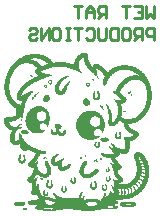
<source format=gbr>
%FSTAX23Y23*%
%MOIN*%
%SFA1B1*%

%IPPOS*%
%ADD24C,0.010000*%
%LNpcb1_legend_bot-1*%
%LPD*%
G36*
X00115Y00186D02*
X00116D01*
Y00185*
X00117*
Y00185*
X00118*
Y00185*
X00119*
Y00184*
X0012*
Y00184*
X0012*
Y00183*
X00121*
Y00183*
X00121*
Y00182*
X00121*
Y00182*
X00122*
Y00181*
X00122*
Y0018*
X00123*
Y0018*
X00123*
Y00179*
X00124*
Y00178*
X00124*
Y00176*
X00125*
Y0017*
X00125*
Y00165*
X00125*
Y00162*
X00126*
Y00161*
X00126*
Y00159*
X00127*
Y00158*
X00127*
Y00156*
X00128*
Y00155*
X00128*
Y00154*
X00129*
Y00153*
X00129*
Y00152*
X0013*
Y00151*
X0013*
Y0015*
X0013*
Y00149*
X00131*
Y00149*
X00131*
Y00148*
X00132*
Y00147*
X00132*
Y00147*
X00133*
Y00146*
X00133*
Y00146*
X00134*
Y00145*
X00134*
Y00144*
X00135*
Y00144*
X00135*
Y00143*
X00135*
Y00142*
X00136*
Y00142*
X00136*
Y00142*
X00137*
Y00141*
X00137*
Y00141*
X00138*
Y0014*
X00139*
Y00141*
X00139*
Y00142*
X00139*
Y00142*
X0014*
Y00143*
X0014*
Y00144*
X00141*
Y00144*
X00141*
Y00145*
X00142*
Y00145*
X00143*
Y00146*
X00144*
Y00146*
X00144*
Y00147*
X00145*
Y00147*
X00146*
Y00147*
X00149*
Y00148*
X00153*
Y00147*
X00156*
Y00147*
X00158*
Y00147*
X00159*
Y00146*
X0016*
Y00146*
X00161*
Y00145*
X00163*
Y00145*
X00163*
Y00144*
X00164*
Y00144*
X00165*
Y00143*
X00166*
Y00143*
X00167*
Y00142*
X00167*
Y00142*
X00168*
Y00142*
X00168*
Y00141*
X00169*
Y00141*
X0017*
Y0014*
X00171*
Y0014*
X00171*
Y00139*
X00172*
Y00139*
X00172*
Y00138*
X00173*
Y00138*
X00173*
Y00138*
X00174*
Y00137*
X00175*
Y00137*
X00175*
Y00136*
X00176*
Y00136*
X00176*
Y00135*
X00177*
Y00135*
X00177*
Y00134*
X00177*
Y00134*
X00178*
Y00133*
X00178*
Y00133*
X00179*
Y00133*
X00179*
Y00132*
X0018*
Y00132*
X00181*
Y00131*
X00181*
Y0013*
X00181*
Y0013*
X00182*
Y00129*
X00182*
Y00129*
X00183*
Y00128*
X00183*
Y00128*
X00184*
Y00128*
X00184*
Y00127*
X00185*
Y00127*
X00185*
Y00126*
X00186*
Y00125*
X00186*
Y00125*
X00186*
Y00124*
X00187*
Y00124*
X00187*
Y00123*
X00188*
Y00123*
X00188*
Y00122*
X00189*
Y00121*
X00189*
Y00121*
X0019*
Y00121*
X00191*
Y00122*
X00191*
Y00122*
X00191*
Y00123*
X00192*
Y00123*
X00192*
Y00124*
X00193*
Y00124*
X00193*
Y00124*
X00194*
Y00125*
X00194*
Y00125*
X00195*
Y00126*
X00195*
Y00126*
X00195*
Y00127*
X00196*
Y00127*
X00197*
Y00128*
X00197*
Y00128*
X00198*
Y00128*
X00199*
Y00129*
X00199*
Y00129*
X002*
Y0013*
X002*
Y0013*
X00201*
Y00131*
X00201*
Y00131*
X00202*
Y00132*
X00203*
Y00132*
X00203*
Y00133*
X00204*
Y00133*
X00205*
Y00133*
X00205*
Y00134*
X00206*
Y00134*
X00207*
Y00135*
X00208*
Y00135*
X00209*
Y00136*
X0021*
Y00136*
X0021*
Y00137*
X00211*
Y00137*
X00212*
Y00138*
X00214*
Y00138*
X00214*
Y00138*
X00216*
Y00139*
X00217*
Y00139*
X00218*
Y0014*
X00219*
Y0014*
X00221*
Y00141*
X00223*
Y00141*
X00224*
Y00142*
X00226*
Y00142*
X00227*
Y00142*
X00229*
Y00143*
X00232*
Y00143*
X00234*
Y00144*
X00238*
Y00144*
X00254*
Y00144*
X00258*
Y00143*
X00261*
Y00143*
X00263*
Y00142*
X00265*
Y00142*
X00266*
Y00142*
X00269*
Y00141*
X0027*
Y00141*
X00272*
Y0014*
X00273*
Y0014*
X00274*
Y00139*
X00276*
Y00139*
X00277*
Y00138*
X00278*
Y00138*
X00279*
Y00138*
X0028*
Y00137*
X00281*
Y00137*
X00282*
Y00136*
X00283*
Y00136*
X00284*
Y00135*
X00284*
Y00135*
X00285*
Y00134*
X00286*
Y00134*
X00287*
Y00133*
X00288*
Y00133*
X00289*
Y00133*
X00289*
Y00132*
X0029*
Y00132*
X00291*
Y00131*
X00292*
Y00131*
X00293*
Y0013*
X00293*
Y0013*
X00294*
Y00129*
X00294*
Y00129*
X00295*
Y00128*
X00296*
Y00128*
X00296*
Y00128*
X00297*
Y00127*
X00298*
Y00127*
X00298*
Y00126*
X00299*
Y00126*
X00299*
Y00125*
X003*
Y00125*
X003*
Y00124*
X00301*
Y00124*
X00302*
Y00124*
X00302*
Y00123*
X00303*
Y00123*
X00303*
Y00122*
X00303*
Y00122*
X00304*
Y00121*
X00305*
Y00121*
X00305*
Y0012*
X00306*
Y0012*
X00306*
Y00119*
X00307*
Y00119*
X00307*
Y00119*
X00308*
Y00118*
X00308*
Y00118*
X00308*
Y00117*
X00309*
Y00117*
X00309*
Y00116*
X0031*
Y00116*
X0031*
Y00115*
X00311*
Y00115*
X00311*
Y00114*
X00312*
Y00114*
X00312*
Y00113*
X00313*
Y00113*
X00313*
Y00112*
X00313*
Y00112*
X00314*
Y00111*
X00314*
Y0011*
X00315*
Y0011*
X00315*
Y0011*
X00316*
Y00109*
X00316*
Y00108*
X00317*
Y00108*
X00317*
Y00107*
X00317*
Y00106*
X00318*
Y00106*
X00318*
Y00105*
X00319*
Y00105*
X00319*
Y00104*
X0032*
Y00103*
X0032*
Y00102*
X00321*
Y00101*
X00321*
Y001*
X00322*
Y001*
X00322*
Y00099*
X00322*
Y00098*
X00323*
Y00097*
X00323*
Y00096*
X00324*
Y00096*
X00324*
Y00095*
X00325*
Y00094*
X00325*
Y00093*
X00326*
Y00092*
X00326*
Y00091*
X00327*
Y0009*
X00327*
Y00089*
X00327*
Y00087*
X00328*
Y00086*
X00328*
Y00085*
X00329*
Y00084*
X00329*
Y00083*
X0033*
Y00082*
X0033*
Y00081*
X00331*
Y00079*
X00331*
Y00078*
X00331*
Y00076*
X00332*
Y00075*
X00332*
Y00073*
X00333*
Y00071*
X00333*
Y00069*
X00334*
Y00067*
X00334*
Y00065*
X00335*
Y00063*
X00335*
Y0006*
X00336*
Y00056*
X00336*
Y0005*
X00336*
Y00037*
X00336*
Y00031*
X00336*
Y00028*
X00335*
Y00025*
X00335*
Y00022*
X00334*
Y0002*
X00334*
Y00018*
X00333*
Y00016*
X00333*
Y00014*
X00332*
Y00012*
X00332*
Y00011*
X00331*
Y00009*
X00331*
Y00008*
X00331*
Y00007*
X0033*
Y00005*
X0033*
Y00004*
X00329*
Y00002*
X00329*
Y00001*
X00328*
Y0*
X00328*
Y0*
X00327*
Y-00001*
X00327*
Y-00002*
X00327*
Y-00003*
X00326*
Y-00004*
X00326*
Y-00005*
X00325*
Y-00006*
X00325*
Y-00007*
X00324*
Y-00008*
X00324*
Y-00008*
X00323*
Y-00009*
X00323*
Y-0001*
X00322*
Y-00011*
X00322*
Y-00011*
X00322*
Y-00012*
X00321*
Y-00013*
X00321*
Y-00014*
X0032*
Y-00015*
X0032*
Y-00015*
X00319*
Y-00016*
X00319*
Y-00016*
X00318*
Y-00017*
X00318*
Y-00018*
X00317*
Y-00019*
X00317*
Y-00019*
X00317*
Y-0002*
X00316*
Y-00021*
X00316*
Y-00021*
X00315*
Y-00021*
X00315*
Y-00022*
X00314*
Y-00023*
X00314*
Y-00023*
X00313*
Y-00024*
X00313*
Y-00024*
X00313*
Y-00025*
X00312*
Y-00025*
X00312*
Y-00026*
X00311*
Y-00026*
X00311*
Y-00027*
X0031*
Y-00027*
X0031*
Y-00028*
X00309*
Y-00028*
X00309*
Y-00029*
X00308*
Y-00029*
X00308*
Y-0003*
X00308*
Y-0003*
X00307*
Y-0003*
X00307*
Y-00031*
X00306*
Y-00031*
X00306*
Y-00032*
X00305*
Y-00032*
X00305*
Y-00033*
X00304*
Y-00033*
X00303*
Y-00034*
X00303*
Y-00034*
X00303*
Y-00035*
X00302*
Y-00035*
X00301*
Y-00035*
X00301*
Y-00036*
X003*
Y-00036*
X003*
Y-00037*
X00299*
Y-00037*
X00298*
Y-00038*
X00298*
Y-00038*
X00297*
Y-00039*
X00297*
Y-00039*
X00296*
Y-00039*
X00295*
Y-0004*
X00294*
Y-0004*
X00294*
Y-00041*
X00293*
Y-00041*
X00292*
Y-00042*
X00291*
Y-00042*
X0029*
Y-00043*
X0029*
Y-00043*
X00289*
Y-00044*
X00288*
Y-00044*
X00287*
Y-00044*
X00286*
Y-00045*
X00285*
Y-00045*
X00284*
Y-00046*
X00283*
Y-00046*
X00282*
Y-00047*
X0028*
Y-00047*
X00279*
Y-00048*
X00278*
Y-00048*
X00276*
Y-00049*
X00275*
Y-00049*
X00272*
Y-00049*
X0027*
Y-0005*
X00268*
Y-0005*
X00264*
Y-00051*
X00258*
Y-00052*
X00257*
Y-00052*
X00258*
Y-00053*
X00258*
Y-00054*
X00259*
Y-00055*
X00259*
Y-00056*
X0026*
Y-00057*
X0026*
Y-00058*
X00261*
Y-00058*
X00261*
Y-00059*
X00261*
Y-0006*
X00262*
Y-0006*
X00262*
Y-00061*
X00263*
Y-00061*
X00263*
Y-00062*
X00264*
Y-00062*
X00264*
Y-00063*
X00265*
Y-00063*
X00265*
Y-00064*
X00266*
Y-00064*
X00266*
Y-00065*
X00267*
Y-00065*
X00267*
Y-00066*
X00268*
Y-00066*
X00268*
Y-00067*
X00269*
Y-00067*
X0027*
Y-00067*
X0027*
Y-00068*
X00271*
Y-00068*
X00271*
Y-00069*
X00272*
Y-00069*
X00273*
Y-0007*
X00273*
Y-0007*
X00274*
Y-00071*
X00275*
Y-00071*
X00276*
Y-00072*
X00277*
Y-00072*
X00278*
Y-00072*
X00278*
Y-00073*
X00279*
Y-00073*
X0028*
Y-00074*
X00281*
Y-00074*
X00283*
Y-00075*
X00284*
Y-00075*
X00284*
Y-00076*
X00285*
Y-00076*
X00286*
Y-00077*
X00287*
Y-00077*
X00288*
Y-00077*
X00288*
Y-00078*
X00289*
Y-00078*
X00289*
Y-00079*
X00289*
Y-00079*
X0029*
Y-0008*
X0029*
Y-0008*
X00291*
Y-00081*
X00291*
Y-00081*
X00292*
Y-00083*
X00292*
Y-00084*
X00293*
Y-00089*
X00292*
Y-00091*
X00292*
Y-00091*
X00291*
Y-00092*
X00291*
Y-00093*
X0029*
Y-00094*
X0029*
Y-00094*
X00289*
Y-00095*
X00289*
Y-00095*
X00289*
Y-00096*
X00288*
Y-00096*
X00288*
Y-00096*
X00287*
Y-00097*
X00287*
Y-00097*
X00286*
Y-00098*
X00286*
Y-00098*
X00285*
Y-00099*
X00285*
Y-00099*
X00284*
Y-001*
X00284*
Y-001*
X00283*
Y-001*
X00283*
Y-00101*
X00282*
Y-00101*
X00281*
Y-00102*
X0028*
Y-00102*
X0028*
Y-00103*
X00279*
Y-00103*
X00279*
Y-00104*
X00278*
Y-00104*
X00277*
Y-00105*
X00276*
Y-00105*
X00275*
Y-00105*
X00274*
Y-00106*
X00273*
Y-00106*
X00272*
Y-00107*
X00271*
Y-00107*
X0027*
Y-00108*
X00268*
Y-00108*
X00266*
Y-00109*
X00265*
Y-00109*
X00263*
Y-0011*
X00262*
Y-00112*
X00262*
Y-00115*
X00263*
Y-0013*
X00262*
Y-00133*
X00262*
Y-00136*
X00261*
Y-00138*
X00261*
Y-0014*
X00261*
Y-00141*
X0026*
Y-00142*
X0026*
Y-00143*
X00259*
Y-00144*
X00259*
Y-00145*
X00258*
Y-00145*
X00258*
Y-00146*
X00257*
Y-00146*
X00257*
Y-00147*
X00256*
Y-00147*
X00256*
Y-00147*
X00255*
Y-00148*
X00255*
Y-00148*
X00254*
Y-00149*
X00253*
Y-00149*
X00252*
Y-0015*
X00251*
Y-0015*
X00248*
Y-00151*
X00238*
Y-0015*
X00236*
Y-0015*
X00233*
Y-00149*
X00231*
Y-00149*
X0023*
Y-00149*
X00229*
Y-00153*
X00229*
Y-00155*
X00228*
Y-00156*
X00228*
Y-00157*
X00228*
Y-00157*
X00227*
Y-00158*
X00227*
Y-00158*
X00226*
Y-00159*
X00226*
Y-00159*
X00225*
Y-0016*
X00224*
Y-0016*
X00224*
Y-00161*
X00223*
Y-00161*
X00222*
Y-00161*
X00221*
Y-00162*
X0022*
Y-00162*
X00219*
Y-00163*
X00218*
Y-00163*
X00217*
Y-00164*
X00215*
Y-00164*
X00214*
Y-00166*
X00215*
Y-00166*
X00215*
Y-00167*
X00216*
Y-00169*
X00216*
Y-00169*
X00217*
Y-0017*
X00217*
Y-00171*
X00218*
Y-00171*
X00218*
Y-00172*
X00219*
Y-00173*
X00219*
Y-00174*
X00219*
Y-00174*
X0022*
Y-00175*
X0022*
Y-00175*
X00221*
Y-00176*
X00221*
Y-00176*
X00222*
Y-00177*
X00222*
Y-00178*
X00223*
Y-00178*
X00223*
Y-00179*
X00224*
Y-00179*
X00224*
Y-0018*
X00224*
Y-0018*
X00225*
Y-00181*
X00225*
Y-00181*
X00226*
Y-00182*
X00226*
Y-00182*
X00227*
Y-00183*
X00227*
Y-00183*
X00228*
Y-00184*
X00228*
Y-00184*
X00228*
Y-00185*
X00229*
Y-00185*
X00229*
Y-00185*
X0023*
Y-00186*
X0023*
Y-00186*
X00231*
Y-00187*
X00231*
Y-00187*
X00232*
Y-00188*
X00232*
Y-00188*
X00233*
Y-00189*
X00233*
Y-00189*
X00233*
Y-00189*
X00234*
Y-0019*
X00234*
Y-00191*
X00235*
Y-00192*
X00235*
Y-00193*
X00236*
Y-00197*
X00235*
Y-00199*
X00235*
Y-00199*
X00234*
Y-002*
X00234*
Y-00201*
X00233*
Y-00201*
X00233*
Y-00202*
X00233*
Y-00202*
X00232*
Y-00203*
X00231*
Y-00203*
X0023*
Y-00203*
X00229*
Y-00204*
X00227*
Y-00204*
X00224*
Y-00205*
X00223*
Y-00207*
X00223*
Y-00209*
X00224*
Y-0021*
X00224*
Y-00213*
X00224*
Y-00215*
X00225*
Y-00216*
X00225*
Y-00217*
X00226*
Y-00219*
X00226*
Y-0022*
X00227*
Y-00221*
X00227*
Y-00222*
X00228*
Y-00222*
X00228*
Y-00223*
X00228*
Y-00223*
X00229*
Y-00224*
X00229*
Y-00224*
X0023*
Y-00225*
X0023*
Y-00225*
X00231*
Y-00226*
X00231*
Y-00226*
X00232*
Y-00227*
X00233*
Y-00227*
X00233*
Y-00227*
X00233*
Y-00228*
X00234*
Y-00228*
X00235*
Y-00229*
X00235*
Y-00229*
X00236*
Y-0023*
X00236*
Y-0023*
X00237*
Y-00231*
X00238*
Y-00231*
X00238*
Y-00231*
X00238*
Y-00232*
X00239*
Y-00233*
X00239*
Y-00233*
X0024*
Y-00234*
X0024*
Y-00235*
X00241*
Y-00236*
X00241*
Y-0024*
X00241*
Y-00241*
X0024*
Y-00242*
X0024*
Y-00243*
X00239*
Y-00243*
X00239*
Y-00244*
X00238*
Y-00244*
X00238*
Y-00245*
X00238*
Y-00245*
X00237*
Y-00245*
X00236*
Y-00246*
X00236*
Y-00246*
X00235*
Y-00247*
X00234*
Y-00247*
X00233*
Y-00248*
X00232*
Y-00248*
X00231*
Y-00249*
X00229*
Y-00249*
X00228*
Y-0025*
X00225*
Y-0025*
X00224*
Y-0025*
X00224*
Y-00252*
X00224*
Y-00253*
X00227*
Y-00253*
X00239*
Y-00253*
X00244*
Y-00252*
X00247*
Y-00252*
X00249*
Y-00251*
X00251*
Y-00251*
X00252*
Y-0025*
X00254*
Y-0025*
X00255*
Y-0025*
X00256*
Y-00249*
X00257*
Y-00249*
X00258*
Y-00248*
X00259*
Y-00248*
X0026*
Y-00247*
X00261*
Y-00247*
X00262*
Y-00246*
X00262*
Y-00246*
X00263*
Y-00245*
X00264*
Y-00245*
X00265*
Y-00245*
X00266*
Y-00244*
X00266*
Y-00244*
X00266*
Y-00243*
X00267*
Y-00243*
X00268*
Y-00242*
X00268*
Y-00242*
X00269*
Y-00241*
X0027*
Y-00241*
X0027*
Y-00241*
X0027*
Y-0024*
X00271*
Y-0024*
X00271*
Y-00239*
X00272*
Y-00239*
X00272*
Y-00238*
X00273*
Y-00238*
X00273*
Y-00237*
X00274*
Y-00237*
X00274*
Y-00236*
X00275*
Y-00236*
X00275*
Y-00235*
X00275*
Y-00235*
X00276*
Y-00234*
X00276*
Y-00233*
X00277*
Y-00233*
X00277*
Y-00232*
X00278*
Y-00231*
X00278*
Y-00231*
X00279*
Y-0023*
X00279*
Y-0023*
X0028*
Y-00229*
X0028*
Y-00228*
X0028*
Y-00227*
X00281*
Y-00226*
X00281*
Y-00226*
X00282*
Y-00224*
X00282*
Y-00223*
X00283*
Y-00222*
X00283*
Y-00221*
X00284*
Y-0022*
X00284*
Y-00218*
X00284*
Y-00217*
X00285*
Y-00215*
X00285*
Y-00213*
X00286*
Y-00209*
X00286*
Y-00196*
X00286*
Y-00192*
X00285*
Y-00189*
X00285*
Y-00187*
X00284*
Y-00185*
X00284*
Y-00183*
X00284*
Y-00182*
X00283*
Y-0018*
X00283*
Y-00179*
X00282*
Y-00178*
X00282*
Y-00176*
X00281*
Y-00175*
X00281*
Y-00174*
X0028*
Y-00173*
X0028*
Y-00171*
X0028*
Y-0017*
X00279*
Y-00169*
X00279*
Y-00167*
X00278*
Y-00166*
X00278*
Y-00165*
X00277*
Y-00162*
X00277*
Y-0016*
X00276*
Y-00159*
X00277*
Y-00156*
X00277*
Y-00154*
X00278*
Y-00153*
X00278*
Y-00152*
X00279*
Y-00151*
X00279*
Y-00151*
X0028*
Y-0015*
X0028*
Y-0015*
X0028*
Y-00149*
X00281*
Y-00149*
X00281*
Y-00148*
X00282*
Y-00148*
X00282*
Y-00147*
X00283*
Y-00147*
X00284*
Y-00147*
X00284*
Y-00146*
X00285*
Y-00146*
X00287*
Y-00145*
X00289*
Y-00145*
X00292*
Y-00145*
X00295*
Y-00146*
X00297*
Y-00146*
X00298*
Y-00147*
X00299*
Y-00147*
X003*
Y-00147*
X003*
Y-00148*
X00301*
Y-00148*
X00302*
Y-00149*
X00303*
Y-00149*
X00303*
Y-0015*
X00304*
Y-0015*
X00304*
Y-00151*
X00305*
Y-00151*
X00305*
Y-00152*
X00306*
Y-00152*
X00307*
Y-00153*
X00308*
Y-00154*
X00308*
Y-00154*
X00308*
Y-00155*
X00309*
Y-00155*
X00309*
Y-00156*
X0031*
Y-00156*
X0031*
Y-00156*
X00311*
Y-00157*
X00311*
Y-00158*
X00312*
Y-00158*
X00312*
Y-00159*
X00313*
Y-0016*
X00313*
Y-0016*
X00313*
Y-00161*
X00314*
Y-00161*
X00314*
Y-00162*
X00315*
Y-00163*
X00315*
Y-00164*
X00316*
Y-00165*
X00316*
Y-00166*
X00317*
Y-00166*
X00317*
Y-00167*
X00317*
Y-00168*
X00318*
Y-00169*
X00318*
Y-0017*
X00319*
Y-0017*
X00319*
Y-00172*
X0032*
Y-00173*
X0032*
Y-00174*
X00321*
Y-00175*
X00321*
Y-00176*
X00322*
Y-00177*
X00322*
Y-00179*
X00322*
Y-0018*
X00323*
Y-00181*
X00323*
Y-00183*
X00324*
Y-00184*
X00324*
Y-00186*
X00325*
Y-00188*
X00325*
Y-00189*
X00326*
Y-00191*
X00326*
Y-00194*
X00327*
Y-00196*
X00327*
Y-00199*
X00327*
Y-00203*
X00328*
Y-00219*
X00327*
Y-00223*
X00327*
Y-00226*
X00327*
Y-00229*
X00326*
Y-00231*
X00326*
Y-00233*
X00325*
Y-00235*
X00325*
Y-00236*
X00324*
Y-00238*
X00324*
Y-00239*
X00323*
Y-00241*
X00323*
Y-00242*
X00322*
Y-00243*
X00322*
Y-00245*
X00322*
Y-00245*
X00321*
Y-00247*
X00321*
Y-00248*
X0032*
Y-00249*
X0032*
Y-0025*
X00319*
Y-00251*
X00319*
Y-00252*
X00318*
Y-00253*
X00318*
Y-00254*
X00317*
Y-00255*
X00317*
Y-00255*
X00317*
Y-00256*
X00316*
Y-00257*
X00316*
Y-00258*
X00315*
Y-00259*
X00315*
Y-0026*
X00314*
Y-0026*
X00314*
Y-00261*
X00313*
Y-00262*
X00313*
Y-00263*
X00313*
Y-00263*
X00312*
Y-00264*
X00312*
Y-00264*
X00311*
Y-00265*
X00311*
Y-00266*
X0031*
Y-00266*
X0031*
Y-00267*
X00309*
Y-00268*
X00309*
Y-00268*
X00308*
Y-00269*
X00308*
Y-00269*
X00308*
Y-0027*
X00307*
Y-00271*
X00307*
Y-00271*
X00306*
Y-00272*
X00306*
Y-00272*
X00305*
Y-00273*
X00305*
Y-00273*
X00304*
Y-00274*
X00304*
Y-00274*
X00303*
Y-00275*
X00303*
Y-00275*
X00303*
Y-00276*
X00302*
Y-00276*
X00302*
Y-00277*
X00301*
Y-00277*
X00301*
Y-00278*
X003*
Y-00278*
X003*
Y-00278*
X00299*
Y-00279*
X00299*
Y-00279*
X00298*
Y-0028*
X00298*
Y-0028*
X00298*
Y-00281*
X00297*
Y-00281*
X00297*
Y-00282*
X00296*
Y-00282*
X00295*
Y-00283*
X00295*
Y-00283*
X00294*
Y-00283*
X00294*
Y-00284*
X00293*
Y-00284*
X00293*
Y-00285*
X00292*
Y-00285*
X00291*
Y-00286*
X00291*
Y-00286*
X0029*
Y-00287*
X00289*
Y-00287*
X00289*
Y-00288*
X00288*
Y-00288*
X00288*
Y-00288*
X00287*
Y-00289*
X00286*
Y-00289*
X00285*
Y-0029*
X00284*
Y-0029*
X00284*
Y-00291*
X00283*
Y-00291*
X00282*
Y-00292*
X00281*
Y-00292*
X00281*
Y-00292*
X0028*
Y-00293*
X00279*
Y-00293*
X00278*
Y-00294*
X00277*
Y-00294*
X00276*
Y-00295*
X00275*
Y-00295*
X00274*
Y-00296*
X00273*
Y-00296*
X00272*
Y-00297*
X00271*
Y-00297*
X0027*
Y-00297*
X00269*
Y-00298*
X00267*
Y-00298*
X00266*
Y-00299*
X00265*
Y-00299*
X00263*
Y-003*
X00261*
Y-003*
X0026*
Y-00301*
X00258*
Y-00301*
X00255*
Y-00302*
X00253*
Y-00302*
X00251*
Y-00302*
X00247*
Y-00303*
X00244*
Y-00303*
X0024*
Y-00304*
X00233*
Y-00304*
X00217*
Y-00305*
X00216*
Y-00306*
X00216*
Y-00306*
X00217*
Y-00306*
X00218*
Y-00307*
X00219*
Y-00307*
X0022*
Y-00308*
X00221*
Y-00308*
X00222*
Y-00309*
X00223*
Y-00309*
X00224*
Y-0031*
X00224*
Y-0031*
X00224*
Y-00311*
X00225*
Y-00311*
X00225*
Y-00315*
X00225*
Y-00316*
X00224*
Y-00316*
X00224*
Y-00316*
X00224*
Y-00317*
X00223*
Y-00317*
X00222*
Y-00318*
X00221*
Y-00318*
X00219*
Y-00319*
X00218*
Y-00319*
X00215*
Y-0032*
X00214*
Y-0032*
X00213*
Y-0032*
X00213*
Y-00323*
X00213*
Y-00324*
X00214*
Y-00324*
X00216*
Y-00325*
X00218*
Y-00325*
X0022*
Y-00325*
X00221*
Y-00326*
X00222*
Y-00326*
X00223*
Y-00327*
X00224*
Y-00327*
X00224*
Y-00328*
X00224*
Y-00331*
X00224*
Y-00331*
X00224*
Y-00332*
X00223*
Y-00332*
X00222*
Y-00333*
X00221*
Y-00333*
X0022*
Y-00334*
X00219*
Y-00334*
X00216*
Y-00334*
X00213*
Y-00335*
X0021*
Y-00335*
X00203*
Y-00336*
X00193*
Y-00335*
X00189*
Y-00335*
X00179*
Y-00335*
X00175*
Y-00336*
X00171*
Y-00336*
X00168*
Y-00337*
X00166*
Y-00337*
X00163*
Y-00338*
X0016*
Y-00338*
X00157*
Y-00339*
X00153*
Y-00339*
X0015*
Y-00339*
X00146*
Y-0034*
X00141*
Y-0034*
X00132*
Y-00341*
X00119*
Y-0034*
X00108*
Y-0034*
X00101*
Y-00339*
X00096*
Y-00339*
X00092*
Y-00339*
X00088*
Y-00338*
X00084*
Y-00338*
X00081*
Y-00337*
X00077*
Y-00337*
X00073*
Y-00336*
X00068*
Y-00336*
X00047*
Y-00336*
X00041*
Y-00337*
X00038*
Y-00337*
X00034*
Y-00338*
X00031*
Y-00338*
X00027*
Y-00339*
X00023*
Y-00339*
X0002*
Y-00339*
X00016*
Y-0034*
X00012*
Y-0034*
X00008*
Y-00341*
X00002*
Y-00341*
X-00012*
Y-00341*
X-0002*
Y-0034*
X-00024*
Y-0034*
X-00028*
Y-00339*
X-00032*
Y-00339*
X-00034*
Y-00339*
X-00037*
Y-00338*
X-0004*
Y-00338*
X-00042*
Y-00337*
X-00044*
Y-00337*
X-00046*
Y-00336*
X-00047*
Y-00336*
X-00049*
Y-00335*
X-0005*
Y-00335*
X-00051*
Y-00334*
X-00052*
Y-00334*
X-00052*
Y-00334*
X-00053*
Y-00333*
X-00053*
Y-00333*
X-00054*
Y-0033*
X-00053*
Y-00329*
X-00053*
Y-00329*
X-00052*
Y-00328*
X-00052*
Y-00328*
X-00052*
Y-00327*
X-00051*
Y-00327*
X-00049*
Y-00326*
X-00047*
Y-00326*
X-00045*
Y-00325*
X-00044*
Y-00325*
X-00044*
Y-00325*
X-00044*
Y-00324*
X-00045*
Y-00324*
X-00045*
Y-00323*
X-00047*
Y-00323*
X-00049*
Y-00322*
X-00055*
Y-00322*
X-00061*
Y-00321*
X-00066*
Y-00321*
X-00068*
Y-0032*
X-00071*
Y-0032*
X-00072*
Y-0032*
X-00073*
Y-00319*
X-00075*
Y-00319*
X-00075*
Y-00318*
X-00076*
Y-00318*
X-00076*
Y-00317*
X-00077*
Y-00317*
X-00077*
Y-00316*
X-00078*
Y-00313*
X-00077*
Y-00312*
X-00077*
Y-00311*
X-00076*
Y-00311*
X-00076*
Y-0031*
X-00075*
Y-0031*
X-00075*
Y-00309*
X-00074*
Y-00309*
X-00073*
Y-00308*
X-00072*
Y-00308*
X-00071*
Y-00307*
X-0007*
Y-00307*
X-00068*
Y-00306*
X-00066*
Y-00306*
X-00064*
Y-00306*
X-00062*
Y-00305*
X-00059*
Y-00305*
X-00056*
Y-00304*
X-00052*
Y-00304*
X-00047*
Y-00303*
X-00041*
Y-00303*
X-00038*
Y-00302*
X-00038*
Y-00302*
X-00038*
Y-00302*
X-00038*
Y-00301*
X-00039*
Y-003*
X-00039*
Y-003*
X-0004*
Y-00299*
X-0004*
Y-00298*
X-00041*
Y-00298*
X-00041*
Y-00297*
X-00042*
Y-00297*
X-00042*
Y-00296*
X-00042*
Y-00295*
X-00043*
Y-00295*
X-00043*
Y-00294*
X-00044*
Y-00293*
X-00044*
Y-00292*
X-00045*
Y-00292*
X-00045*
Y-00291*
X-00046*
Y-00291*
X-00046*
Y-0029*
X-00047*
Y-00289*
X-00047*
Y-00288*
X-00047*
Y-00287*
X-00048*
Y-00287*
X-00049*
Y-00287*
X-0005*
Y-00288*
X-00051*
Y-00288*
X-00053*
Y-00288*
X-00057*
Y-00288*
X-0006*
Y-00288*
X-00061*
Y-00287*
X-00061*
Y-00287*
X-00062*
Y-00286*
X-00063*
Y-00286*
X-00063*
Y-00285*
X-00064*
Y-00285*
X-00064*
Y-00284*
X-00065*
Y-00283*
X-00065*
Y-00283*
X-00066*
Y-00281*
X-00066*
Y-00278*
X-00066*
Y-00276*
X-00065*
Y-00275*
X-00065*
Y-00274*
X-00064*
Y-00273*
X-00064*
Y-00273*
X-00063*
Y-00273*
X-00063*
Y-00272*
X-00062*
Y-00266*
X-00063*
Y-00262*
X-00063*
Y-00249*
X-00066*
Y-00249*
X-00068*
Y-00248*
X-0007*
Y-00248*
X-00071*
Y-00247*
X-00072*
Y-00247*
X-00073*
Y-00246*
X-00074*
Y-00246*
X-00075*
Y-00245*
X-00075*
Y-00245*
X-00076*
Y-00245*
X-00076*
Y-00244*
X-00077*
Y-00244*
X-00077*
Y-00243*
X-00078*
Y-00243*
X-00078*
Y-00242*
X-00079*
Y-00241*
X-00079*
Y-0024*
X-0008*
Y-00236*
X-00079*
Y-00235*
X-00079*
Y-00234*
X-00078*
Y-00233*
X-00078*
Y-00233*
X-00077*
Y-00232*
X-00077*
Y-00231*
X-00076*
Y-00231*
X-00076*
Y-00231*
X-00075*
Y-0023*
X-00075*
Y-0023*
X-00075*
Y-00229*
X-00074*
Y-00229*
X-00074*
Y-00228*
X-00073*
Y-00228*
X-00072*
Y-00227*
X-00072*
Y-00227*
X-00071*
Y-00227*
X-00071*
Y-00226*
X-0007*
Y-00226*
X-0007*
Y-00225*
X-00069*
Y-00225*
X-00069*
Y-00224*
X-00068*
Y-00224*
X-00068*
Y-00223*
X-00067*
Y-00223*
X-00067*
Y-00222*
X-00066*
Y-00222*
X-00066*
Y-00222*
X-00066*
Y-00221*
X-00065*
Y-00221*
X-00065*
Y-0022*
X-00064*
Y-00219*
X-00064*
Y-00219*
X-00063*
Y-00218*
X-00063*
Y-00217*
X-00062*
Y-00216*
X-00062*
Y-00215*
X-00061*
Y-00214*
X-00061*
Y-00213*
X-00061*
Y-00212*
X-0006*
Y-00211*
X-0006*
Y-00209*
X-00059*
Y-00208*
X-00059*
Y-00206*
X-00058*
Y-00203*
X-00058*
Y-002*
X-00057*
Y-00198*
X-00063*
Y-00197*
X-00067*
Y-00197*
X-00068*
Y-00196*
X-0007*
Y-00196*
X-00071*
Y-00195*
X-00072*
Y-00195*
X-00072*
Y-00194*
X-00073*
Y-00194*
X-00074*
Y-00194*
X-00074*
Y-00193*
X-00075*
Y-00193*
X-00075*
Y-00192*
X-00075*
Y-00192*
X-00076*
Y-00191*
X-00076*
Y-0019*
X-00077*
Y-00189*
X-00077*
Y-00187*
X-00078*
Y-00185*
X-00077*
Y-00184*
X-00077*
Y-00183*
X-00076*
Y-00182*
X-00076*
Y-00181*
X-00075*
Y-0018*
X-00075*
Y-0018*
X-00075*
Y-0018*
X-00074*
Y-00179*
X-00074*
Y-00179*
X-00073*
Y-00178*
X-00073*
Y-00178*
X-00072*
Y-00177*
X-00072*
Y-00177*
X-00071*
Y-00176*
X-00071*
Y-00176*
X-0007*
Y-00175*
X-0007*
Y-00175*
X-00069*
Y-00175*
X-00069*
Y-00174*
X-00068*
Y-00174*
X-00067*
Y-00173*
X-00067*
Y-00173*
X-00066*
Y-00172*
X-00066*
Y-00172*
X-00066*
Y-00171*
X-00065*
Y-00171*
X-00065*
Y-0017*
X-00064*
Y-0017*
X-00064*
Y-0017*
X-00063*
Y-00169*
X-00063*
Y-00168*
X-00062*
Y-00168*
X-00061*
Y-00167*
X-00061*
Y-00166*
X-00061*
Y-00166*
X-0006*
Y-00166*
X-0006*
Y-00165*
X-00059*
Y-00164*
X-00059*
Y-00164*
X-00058*
Y-00163*
X-00058*
Y-00162*
X-00057*
Y-00162*
X-00057*
Y-00161*
X-00056*
Y-00161*
X-00056*
Y-0016*
X-00056*
Y-00159*
X-00055*
Y-00158*
X-00055*
Y-00158*
X-00054*
Y-00157*
X-00054*
Y-00156*
X-00053*
Y-00155*
X-00053*
Y-00154*
X-00052*
Y-00153*
X-00052*
Y-00152*
X-00052*
Y-00151*
X-00051*
Y-0015*
X-00051*
Y-00149*
X-00051*
Y-00149*
X-00052*
Y-00148*
X-00054*
Y-00148*
X-00055*
Y-00147*
X-00056*
Y-00147*
X-00057*
Y-00147*
X-00058*
Y-00146*
X-00059*
Y-00146*
X-0006*
Y-00145*
X-00061*
Y-00145*
X-00061*
Y-00144*
X-00063*
Y-00144*
X-00064*
Y-00143*
X-00065*
Y-00143*
X-00066*
Y-00142*
X-00066*
Y-00142*
X-00067*
Y-00142*
X-00068*
Y-00141*
X-00069*
Y-00141*
X-0007*
Y-0014*
X-0007*
Y-0014*
X-00071*
Y-00139*
X-00071*
Y-00139*
X-00072*
Y-00138*
X-00073*
Y-00138*
X-00074*
Y-00138*
X-00075*
Y-00138*
X-00076*
Y-00138*
X-00077*
Y-00139*
X-00079*
Y-00139*
X-0008*
Y-0014*
X-00082*
Y-0014*
X-00084*
Y-00141*
X-0009*
Y-0014*
X-00091*
Y-0014*
X-00093*
Y-00139*
X-00094*
Y-00139*
X-00095*
Y-00138*
X-00096*
Y-00138*
X-00096*
Y-00138*
X-00097*
Y-00137*
X-00098*
Y-00137*
X-00098*
Y-00136*
X-00099*
Y-00136*
X-00099*
Y-00135*
X-00099*
Y-00134*
X-001*
Y-00133*
X-001*
Y-00133*
X-00101*
Y-00132*
X-00101*
Y-0013*
X-00102*
Y-00129*
X-00102*
Y-00127*
X-00103*
Y-00122*
X-00102*
Y-0012*
X-00102*
Y-00119*
X-00102*
Y-00119*
X-00103*
Y-00119*
X-00105*
Y-00119*
X-00106*
Y-0012*
X-00107*
Y-0012*
X-00109*
Y-00121*
X-00111*
Y-00121*
X-00113*
Y-00122*
X-00123*
Y-00121*
X-00125*
Y-00121*
X-00126*
Y-0012*
X-00127*
Y-0012*
X-00128*
Y-00119*
X-00128*
Y-00119*
X-00129*
Y-00119*
X-0013*
Y-00118*
X-0013*
Y-00118*
X-00131*
Y-00117*
X-00131*
Y-00117*
X-00131*
Y-00116*
X-00132*
Y-00115*
X-00132*
Y-00115*
X-00133*
Y-00114*
X-00133*
Y-00113*
X-00134*
Y-00112*
X-00134*
Y-00111*
X-00135*
Y-0011*
X-00135*
Y-00107*
X-00136*
Y-00104*
X-00136*
Y-00094*
X-00136*
Y-0009*
X-00135*
Y-00087*
X-00135*
Y-00086*
X-00134*
Y-00083*
X-00134*
Y-00081*
X-00133*
Y-00081*
X-00133*
Y-00079*
X-00132*
Y-00078*
X-00132*
Y-00077*
X-00131*
Y-00076*
X-00131*
Y-00075*
X-00131*
Y-00074*
X-00131*
Y-00073*
X-00133*
Y-00073*
X-00134*
Y-00072*
X-00135*
Y-00072*
X-00136*
Y-00072*
X-00136*
Y-00071*
X-00137*
Y-00071*
X-00138*
Y-0007*
X-00139*
Y-0007*
X-0014*
Y-00069*
X-0014*
Y-00069*
X-00141*
Y-00068*
X-00141*
Y-00068*
X-00142*
Y-00067*
X-00142*
Y-00067*
X-00143*
Y-00067*
X-00144*
Y-00066*
X-00144*
Y-00066*
X-00145*
Y-00065*
X-00145*
Y-00065*
X-00145*
Y-00064*
X-00146*
Y-00064*
X-00146*
Y-00063*
X-00147*
Y-00063*
X-00147*
Y-00063*
X-00148*
Y-00062*
X-00148*
Y-00061*
X-00149*
Y-00061*
X-00149*
Y-0006*
X-0015*
Y-00059*
X-0015*
Y-00059*
X-0015*
Y-00058*
X-00151*
Y-00058*
X-00151*
Y-00057*
X-00152*
Y-00056*
X-00152*
Y-00055*
X-00153*
Y-00054*
X-00153*
Y-00053*
X-00154*
Y-00053*
X-00154*
Y-00052*
X-00155*
Y-0005*
X-00155*
Y-00049*
X-00155*
Y-00048*
X-00156*
Y-00047*
X-00156*
Y-00045*
X-00157*
Y-00043*
X-00157*
Y-00039*
X-00157*
Y-00036*
X-00156*
Y-00035*
X-00156*
Y-00035*
X-00155*
Y-00034*
X-00155*
Y-00033*
X-00155*
Y-00033*
X-00154*
Y-00032*
X-00154*
Y-00032*
X-00153*
Y-00031*
X-00153*
Y-00031*
X-00152*
Y-0003*
X-00151*
Y-0003*
X-00151*
Y-0003*
X-0015*
Y-00029*
X-00148*
Y-00029*
X-00134*
Y-00028*
X-00131*
Y-00028*
X-00129*
Y-00027*
X-00127*
Y-00027*
X-00126*
Y-00026*
X-00124*
Y-00026*
X-00123*
Y-00025*
X-00122*
Y-00025*
X-00121*
Y-00025*
X-0012*
Y-00024*
X-00119*
Y-00024*
X-00118*
Y-00023*
X-00118*
Y-00023*
X-00117*
Y-00022*
X-00117*
Y-00022*
X-00116*
Y-00021*
X-00115*
Y-00021*
X-00115*
Y-00019*
X-00115*
Y-00018*
X-00116*
Y-00017*
X-00116*
Y-00016*
X-00117*
Y-00015*
X-00117*
Y-00013*
X-00117*
Y-0001*
X-00117*
Y-00007*
X-00117*
Y-00007*
X-00116*
Y-00005*
X-00116*
Y-00004*
X-00115*
Y-00003*
X-00115*
Y-00002*
X-00114*
Y-00002*
X-00114*
Y-00002*
X-00113*
Y-00001*
X-00113*
Y0*
X-00113*
Y0*
X-00114*
Y0*
X-00115*
Y0*
X-00116*
Y00001*
X-00117*
Y00001*
X-00118*
Y00002*
X-00119*
Y00002*
X-0012*
Y00002*
X-0012*
Y00003*
X-00121*
Y00003*
X-00122*
Y00004*
X-00122*
Y00004*
X-00123*
Y00005*
X-00124*
Y00005*
X-00124*
Y00006*
X-00125*
Y00006*
X-00126*
Y00007*
X-00126*
Y00007*
X-00127*
Y00007*
X-00127*
Y00008*
X-00128*
Y00008*
X-00128*
Y00009*
X-00129*
Y00009*
X-0013*
Y0001*
X-0013*
Y0001*
X-00131*
Y00011*
X-00131*
Y00011*
X-00131*
Y00011*
X-00132*
Y00012*
X-00132*
Y00012*
X-00133*
Y00013*
X-00133*
Y00013*
X-00134*
Y00014*
X-00134*
Y00014*
X-00135*
Y00015*
X-00135*
Y00015*
X-00136*
Y00016*
X-00136*
Y00016*
X-00136*
Y00017*
X-00137*
Y00017*
X-00137*
Y00018*
X-00138*
Y00019*
X-00138*
Y00019*
X-00139*
Y0002*
X-00139*
Y00021*
X-0014*
Y00021*
X-0014*
Y00022*
X-00141*
Y00022*
X-00141*
Y00023*
X-00141*
Y00024*
X-00142*
Y00025*
X-00142*
Y00025*
X-00143*
Y00026*
X-00143*
Y00027*
X-00144*
Y00028*
X-00144*
Y00028*
X-00145*
Y00029*
X-00145*
Y0003*
X-00145*
Y00031*
X-00146*
Y00032*
X-00146*
Y00033*
X-00147*
Y00034*
X-00147*
Y00035*
X-00148*
Y00036*
X-00148*
Y00037*
X-00149*
Y00038*
X-00149*
Y00039*
X-0015*
Y00041*
X-0015*
Y00042*
X-0015*
Y00044*
X-00151*
Y00045*
X-00151*
Y00046*
X-00152*
Y00048*
X-00152*
Y0005*
X-00153*
Y00052*
X-00153*
Y00055*
X-00154*
Y00058*
X-00154*
Y00062*
X-00155*
Y00081*
X-00154*
Y00086*
X-00154*
Y0009*
X-00153*
Y00093*
X-00153*
Y00095*
X-00152*
Y00097*
X-00152*
Y00099*
X-00151*
Y00101*
X-00151*
Y00103*
X-0015*
Y00104*
X-0015*
Y00106*
X-0015*
Y00108*
X-00149*
Y00109*
X-00149*
Y0011*
X-00148*
Y00111*
X-00148*
Y00112*
X-00147*
Y00114*
X-00147*
Y00115*
X-00146*
Y00116*
X-00146*
Y00117*
X-00145*
Y00118*
X-00145*
Y00119*
X-00145*
Y0012*
X-00144*
Y00121*
X-00144*
Y00122*
X-00143*
Y00123*
X-00143*
Y00124*
X-00142*
Y00125*
X-00142*
Y00125*
X-00141*
Y00126*
X-00141*
Y00127*
X-00141*
Y00128*
X-0014*
Y00129*
X-0014*
Y0013*
X-00139*
Y0013*
X-00139*
Y00131*
X-00138*
Y00132*
X-00138*
Y00133*
X-00137*
Y00133*
X-00137*
Y00134*
X-00136*
Y00135*
X-00136*
Y00135*
X-00136*
Y00136*
X-00135*
Y00137*
X-00135*
Y00138*
X-00134*
Y00138*
X-00134*
Y00139*
X-00133*
Y00139*
X-00133*
Y0014*
X-00132*
Y00141*
X-00132*
Y00141*
X-00131*
Y00142*
X-00131*
Y00142*
X-00131*
Y00143*
X-0013*
Y00143*
X-0013*
Y00144*
X-00129*
Y00144*
X-00129*
Y00145*
X-00128*
Y00145*
X-00128*
Y00146*
X-00127*
Y00147*
X-00127*
Y00147*
X-00127*
Y00147*
X-00126*
Y00148*
X-00126*
Y00149*
X-00125*
Y00149*
X-00125*
Y0015*
X-00124*
Y0015*
X-00124*
Y00151*
X-00123*
Y00151*
X-00123*
Y00152*
X-00122*
Y00152*
X-00122*
Y00152*
X-00122*
Y00153*
X-00121*
Y00153*
X-00121*
Y00154*
X-0012*
Y00154*
X-0012*
Y00155*
X-00119*
Y00155*
X-00119*
Y00156*
X-00118*
Y00156*
X-00118*
Y00156*
X-00117*
Y00157*
X-00117*
Y00157*
X-00116*
Y00158*
X-00116*
Y00158*
X-00115*
Y00159*
X-00115*
Y00159*
X-00114*
Y0016*
X-00113*
Y0016*
X-00113*
Y00161*
X-00113*
Y00161*
X-00112*
Y00161*
X-00112*
Y00162*
X-00111*
Y00162*
X-0011*
Y00163*
X-0011*
Y00163*
X-00109*
Y00164*
X-00108*
Y00164*
X-00108*
Y00165*
X-00107*
Y00165*
X-00107*
Y00166*
X-00106*
Y00166*
X-00105*
Y00166*
X-00105*
Y00167*
X-00104*
Y00167*
X-00103*
Y00168*
X-00103*
Y00168*
X-00102*
Y00169*
X-00101*
Y00169*
X-001*
Y0017*
X-00099*
Y0017*
X-00099*
Y0017*
X-00098*
Y00171*
X-00097*
Y00171*
X-00097*
Y00172*
X-00095*
Y00172*
X-00095*
Y00173*
X-00094*
Y00173*
X-00093*
Y00174*
X-00092*
Y00174*
X-00091*
Y00175*
X-0009*
Y00175*
X-00089*
Y00175*
X-00088*
Y00176*
X-00086*
Y00176*
X-00085*
Y00177*
X-00084*
Y00177*
X-00083*
Y00178*
X-00081*
Y00178*
X-0008*
Y00179*
X-00078*
Y00179*
X-00077*
Y0018*
X-00075*
Y0018*
X-00073*
Y0018*
X-00071*
Y00181*
X-00068*
Y00181*
X-00065*
Y00182*
X-00061*
Y00182*
X-00046*
Y00182*
X-00042*
Y00181*
X-00039*
Y00181*
X-00037*
Y0018*
X-00034*
Y0018*
X-00033*
Y0018*
X-00031*
Y00179*
X-00029*
Y00179*
X-00028*
Y00178*
X-00027*
Y00178*
X-00025*
Y00177*
X-00024*
Y00177*
X-00023*
Y00176*
X-00022*
Y00176*
X-00021*
Y00175*
X-00019*
Y00175*
X-00019*
Y00175*
X-00018*
Y00174*
X-00017*
Y00174*
X-00016*
Y00173*
X-00015*
Y00173*
X-00014*
Y00172*
X-00014*
Y00172*
X-00013*
Y00171*
X-00012*
Y00171*
X-00011*
Y0017*
X-0001*
Y0017*
X-0001*
Y0017*
X-00009*
Y00169*
X-00009*
Y00169*
X-00008*
Y00168*
X-00007*
Y00168*
X-00006*
Y00167*
X-00006*
Y00167*
X-00005*
Y00166*
X-00005*
Y00166*
X-00004*
Y00166*
X-00004*
Y00165*
X-00003*
Y00165*
X-00002*
Y00164*
X-00002*
Y00164*
X-00001*
Y00163*
X-00001*
Y00163*
X0*
Y00162*
X0*
Y00162*
X0*
Y00161*
X0*
Y00161*
X0*
Y00161*
X00001*
Y0016*
X00001*
Y0016*
X00002*
Y00159*
X00002*
Y00159*
X00003*
Y00158*
X00003*
Y00158*
X00003*
Y00157*
X00004*
Y00157*
X00004*
Y00156*
X00005*
Y00156*
X00005*
Y00156*
X00006*
Y00155*
X00006*
Y00154*
X00007*
Y00154*
X00007*
Y00153*
X00008*
Y00153*
X00008*
Y00152*
X0001*
Y00153*
X00012*
Y00153*
X00015*
Y00154*
X00019*
Y00154*
X00023*
Y00155*
X00043*
Y00154*
X00047*
Y00154*
X0005*
Y00153*
X00053*
Y00153*
X00055*
Y00152*
X00058*
Y00152*
X0006*
Y00152*
X00062*
Y00151*
X00064*
Y00151*
X00065*
Y0015*
X00067*
Y0015*
X00069*
Y00149*
X0007*
Y00149*
X00071*
Y00148*
X00073*
Y00148*
X00074*
Y00147*
X00075*
Y00147*
X00076*
Y00147*
X00078*
Y00151*
X00078*
Y00154*
X00079*
Y00156*
X00079*
Y00158*
X0008*
Y0016*
X0008*
Y00161*
X00081*
Y00162*
X00081*
Y00164*
X00082*
Y00165*
X00082*
Y00166*
X00083*
Y00166*
X00083*
Y00167*
X00083*
Y00168*
X00084*
Y00169*
X00084*
Y00169*
X00085*
Y0017*
X00085*
Y0017*
X00086*
Y00171*
X00086*
Y00172*
X00087*
Y00172*
X00087*
Y00173*
X00088*
Y00173*
X00088*
Y00174*
X00088*
Y00175*
X00089*
Y00175*
X00089*
Y00175*
X0009*
Y00176*
X0009*
Y00176*
X00091*
Y00177*
X00092*
Y00177*
X00092*
Y00178*
X00092*
Y00178*
X00093*
Y00179*
X00093*
Y00179*
X00094*
Y0018*
X00095*
Y0018*
X00096*
Y0018*
X00096*
Y00181*
X00097*
Y00181*
X00098*
Y00182*
X00098*
Y00182*
X00099*
Y00183*
X001*
Y00183*
X00101*
Y00184*
X00102*
Y00184*
X00103*
Y00185*
X00104*
Y00185*
X00106*
Y00185*
X00107*
Y00186*
X00109*
Y00186*
X00115*
Y00186*
G37*
G36*
X-001Y-00151D02*
X-001D01*
Y-00152*
X-00099*
Y-00152*
X-00099*
Y-00156*
X-00099*
Y-00158*
X-001*
Y-0016*
X-001*
Y-00162*
X-00101*
Y-00164*
X-00101*
Y-00167*
X-00102*
Y-0017*
X-00101*
Y-00172*
X-00101*
Y-00173*
X-001*
Y-00174*
X-001*
Y-00174*
X-00099*
Y-00175*
X-00099*
Y-00175*
X-00097*
Y-00175*
X-00095*
Y-00175*
X-00094*
Y-00175*
X-00093*
Y-00174*
X-00093*
Y-00174*
X-00092*
Y-00173*
X-00092*
Y-00172*
X-00091*
Y-00171*
X-00091*
Y-00166*
X-00091*
Y-00162*
X-00092*
Y-00155*
X-00091*
Y-00154*
X-00091*
Y-00154*
X-0009*
Y-00153*
X-00089*
Y-00154*
X-00088*
Y-00155*
X-00088*
Y-00155*
X-00087*
Y-00156*
X-00087*
Y-00158*
X-00086*
Y-00159*
X-00086*
Y-00161*
X-00085*
Y-00163*
X-00085*
Y-00165*
X-00085*
Y-00167*
X-00084*
Y-00169*
X-00084*
Y-00175*
X-00084*
Y-00176*
X-00085*
Y-00177*
X-00085*
Y-00178*
X-00085*
Y-00178*
X-00086*
Y-00179*
X-00086*
Y-0018*
X-00087*
Y-0018*
X-00087*
Y-0018*
X-00088*
Y-00181*
X-00088*
Y-00181*
X-00089*
Y-00182*
X-0009*
Y-00182*
X-0009*
Y-00183*
X-00092*
Y-00183*
X-00094*
Y-00184*
X-00099*
Y-00183*
X-00101*
Y-00183*
X-00102*
Y-00182*
X-00103*
Y-00182*
X-00103*
Y-00181*
X-00104*
Y-00181*
X-00105*
Y-0018*
X-00105*
Y-0018*
X-00106*
Y-0018*
X-00106*
Y-00179*
X-00107*
Y-00179*
X-00107*
Y-00178*
X-00108*
Y-00177*
X-00108*
Y-00177*
X-00108*
Y-00175*
X-00109*
Y-00174*
X-00109*
Y-00168*
X-00109*
Y-00166*
X-00108*
Y-00165*
X-00108*
Y-00163*
X-00108*
Y-00162*
X-00107*
Y-00161*
X-00107*
Y-00159*
X-00106*
Y-00159*
Y-00158*
Y-00158*
X-00106*
Y-00157*
X-00105*
Y-00156*
X-00105*
Y-00154*
X-00104*
Y-00153*
X-00104*
Y-00152*
X-00103*
Y-00152*
X-00103*
Y-00152*
X-00103*
Y-00151*
X-00102*
Y-00151*
X-001*
Y-00151*
G37*
G36*
X-00099Y-00311D02*
X-00095D01*
Y-00311*
X-00094*
Y-00312*
X-00092*
Y-00312*
X-0009*
Y-00313*
X-00089*
Y-00313*
X-00088*
Y-00314*
X-00088*
Y-00314*
X-00087*
Y-00315*
X-00086*
Y-00315*
X-00086*
Y-00316*
X-00085*
Y-00317*
X-00085*
Y-00319*
X-00085*
Y-0032*
X-00086*
Y-00321*
X-00086*
Y-00322*
X-00087*
Y-00322*
X-00088*
Y-00323*
X-00088*
Y-00323*
X-00089*
Y-00324*
X-0009*
Y-00324*
X-00092*
Y-00325*
X-00094*
Y-00325*
X-00097*
Y-00325*
X-00112*
Y-00325*
X-00115*
Y-00325*
X-00117*
Y-00324*
X-00119*
Y-00324*
X-0012*
Y-00323*
X-00121*
Y-00323*
X-00122*
Y-00322*
X-00122*
Y-00322*
X-00123*
Y-00321*
X-00123*
Y-00321*
X-00124*
Y-0032*
X-00124*
Y-00316*
X-00124*
Y-00316*
X-00123*
Y-00315*
X-00123*
Y-00315*
X-00122*
Y-00314*
X-00122*
Y-00314*
X-00121*
Y-00313*
X-0012*
Y-00313*
X-00119*
Y-00312*
X-00118*
Y-00312*
X-00116*
Y-00311*
X-00114*
Y-00311*
X-0011*
Y-00311*
X-00099*
Y-00311*
G37*
G36*
X00263Y-0031D02*
X00267D01*
Y-00311*
X0027*
Y-00311*
X00272*
Y-00311*
X00274*
Y-00312*
X00276*
Y-00312*
X00277*
Y-00313*
X00278*
Y-00313*
X00279*
Y-00314*
X0028*
Y-00314*
X00281*
Y-00315*
X00281*
Y-00315*
X00282*
Y-00316*
X00282*
Y-00316*
X00283*
Y-00316*
X00283*
Y-00317*
X00284*
Y-00318*
X00284*
Y-00321*
X00284*
Y-00322*
X00283*
Y-00323*
X00283*
Y-00323*
X00282*
Y-00324*
X00282*
Y-00324*
X00281*
Y-00325*
X0028*
Y-00325*
X0028*
Y-00325*
X00278*
Y-00326*
X00277*
Y-00326*
X00276*
Y-00327*
X00274*
Y-00327*
X00271*
Y-00328*
X00269*
Y-00328*
X00266*
Y-00329*
X00248*
Y-00328*
X00245*
Y-00328*
X00242*
Y-00327*
X0024*
Y-00327*
X00238*
Y-00326*
X00237*
Y-00326*
X00235*
Y-00325*
X00234*
Y-00325*
X00233*
Y-00325*
X00233*
Y-00324*
X00232*
Y-00324*
X00231*
Y-00323*
X00231*
Y-00323*
X0023*
Y-00322*
X00229*
Y-00321*
X00229*
Y-00317*
X00229*
Y-00317*
X0023*
Y-00316*
X0023*
Y-00316*
X00231*
Y-00315*
X00231*
Y-00315*
X00232*
Y-00314*
X00233*
Y-00314*
X00233*
Y-00313*
X00234*
Y-00313*
X00236*
Y-00312*
X00237*
Y-00312*
X00238*
Y-00311*
X00241*
Y-00311*
X00243*
Y-00311*
X00247*
Y-0031*
X00251*
Y-0031*
X00263*
Y-0031*
G37*
G36*
X-00084Y-00331D02*
X-00082D01*
Y-00331*
X-00081*
Y-00332*
X-00081*
Y-00332*
X-0008*
Y-00333*
X-0008*
Y-00336*
X-0008*
Y-00336*
X-00081*
Y-00337*
X-00082*
Y-00337*
X-00084*
Y-00338*
X-00091*
Y-00337*
X-00092*
Y-00337*
X-00093*
Y-00336*
X-00093*
Y-00336*
X-00094*
Y-00335*
X-00094*
Y-00333*
X-00094*
Y-00332*
X-00093*
Y-00332*
X-00092*
Y-00331*
X-00092*
Y-00331*
X-0009*
Y-0033*
X-00084*
Y-00331*
G37*
%LNpcb1_legend_bot-2*%
%LPC*%
G36*
X-00047Y00167D02*
X-00059D01*
Y00166*
X-00064*
Y00166*
X-00067*
Y00166*
X-0007*
Y00165*
X-00071*
Y00164*
X-00067*
Y00164*
X-00066*
Y00163*
X-00064*
Y00163*
X-00062*
Y00162*
X-0006*
Y00162*
X-00059*
Y00161*
X-00057*
Y00161*
X-00056*
Y00161*
X-00055*
Y0016*
X-00054*
Y0016*
X-00053*
Y00159*
X-00052*
Y00159*
X-00051*
Y00158*
X-0005*
Y00158*
X-00049*
Y00157*
X-00048*
Y00157*
X-00048*
Y00156*
X-00047*
Y00156*
X-00046*
Y00156*
X-00046*
Y00155*
X-00045*
Y00155*
X-00044*
Y00154*
X-00044*
Y00154*
X-00043*
Y00153*
X-00042*
Y00153*
X-00042*
Y00152*
X-00041*
Y00152*
X-00041*
Y00152*
X-0004*
Y00151*
X-00039*
Y00151*
X-00039*
Y0015*
X-00038*
Y0015*
X-00038*
Y00149*
X-00038*
Y00149*
X-00037*
Y00148*
X-00037*
Y00148*
X-00036*
Y00147*
X-00036*
Y00147*
X-00035*
Y00147*
X-00035*
Y00146*
X-00034*
Y00146*
X-00034*
Y00145*
X-00033*
Y00145*
X-00033*
Y00144*
X-00033*
Y00144*
X-00032*
Y00143*
X-00032*
Y00143*
X-00031*
Y00142*
X-0003*
Y00142*
X-00028*
Y00142*
X-00028*
Y00142*
X-00027*
Y00143*
X-00025*
Y00143*
X-00024*
Y00144*
X-00024*
Y00144*
X-00022*
Y00145*
X-00021*
Y00145*
X-0002*
Y00146*
X-00019*
Y00146*
X-00017*
Y00147*
X-00015*
Y00147*
X-00014*
Y00147*
X-00012*
Y00148*
X-0001*
Y00148*
X-00009*
Y00149*
X-0001*
Y00149*
X-0001*
Y0015*
X-0001*
Y0015*
X-00011*
Y00151*
X-00011*
Y00151*
X-00012*
Y00152*
X-00013*
Y00152*
X-00013*
Y00152*
X-00014*
Y00153*
X-00014*
Y00153*
X-00015*
Y00154*
X-00015*
Y00154*
X-00016*
Y00155*
X-00017*
Y00155*
X-00017*
Y00156*
X-00018*
Y00156*
X-00019*
Y00156*
X-00019*
Y00157*
X-0002*
Y00157*
X-00021*
Y00158*
X-00022*
Y00158*
X-00023*
Y00159*
X-00024*
Y00159*
X-00024*
Y0016*
X-00025*
Y0016*
X-00026*
Y00161*
X-00027*
Y00161*
X-00028*
Y00161*
X-00029*
Y00162*
X-0003*
Y00162*
X-00031*
Y00163*
X-00032*
Y00163*
X-00034*
Y00164*
X-00035*
Y00164*
X-00036*
Y00165*
X-00038*
Y00165*
X-00039*
Y00166*
X-00042*
Y00166*
X-00043*
Y00166*
X-00047*
Y00167*
G37*
G36*
X00109Y00169D02*
X00108D01*
Y00169*
X00107*
Y00168*
X00106*
Y00168*
X00105*
Y00167*
X00104*
Y00167*
X00103*
Y00166*
X00102*
Y00166*
X00102*
Y00166*
X00101*
Y00165*
X00101*
Y00165*
X001*
Y00164*
X001*
Y00164*
X00099*
Y00163*
X00099*
Y00163*
X00098*
Y00162*
X00098*
Y00161*
X00097*
Y00161*
X00097*
Y0016*
X00097*
Y00159*
X00096*
Y00159*
X00096*
Y00158*
X00095*
Y00156*
X00095*
Y00156*
X00094*
Y00154*
X00094*
Y00152*
X00093*
Y0015*
X00093*
Y00142*
X00093*
Y0014*
X00094*
Y00138*
X00094*
Y00136*
X00095*
Y00134*
X00095*
Y00133*
X00096*
Y00132*
X00096*
Y00131*
X00097*
Y00129*
X00097*
Y00129*
X00097*
Y00128*
X00098*
Y00127*
X00098*
Y00126*
X00099*
Y00125*
X00099*
Y00125*
X001*
Y00124*
X001*
Y00124*
X00101*
Y00123*
X00101*
Y00122*
X00102*
Y00121*
X00102*
Y00121*
X00102*
Y0012*
X00103*
Y00119*
X00103*
Y00119*
X00104*
Y00118*
X00104*
Y00118*
X00105*
Y00117*
X00103*
Y00117*
X00102*
Y00118*
X00101*
Y00118*
X00101*
Y00119*
X00099*
Y00119*
X00098*
Y00119*
X00097*
Y0012*
X00097*
Y0012*
X00096*
Y00121*
X00094*
Y00121*
X00093*
Y00122*
X00092*
Y00122*
X00092*
Y00123*
X00091*
Y00123*
X0009*
Y00124*
X00089*
Y00124*
X00088*
Y00124*
X00087*
Y00125*
X00086*
Y00125*
X00085*
Y00126*
X00084*
Y00126*
X00083*
Y00127*
X00082*
Y00127*
X00081*
Y00128*
X0008*
Y00128*
X00079*
Y00128*
X00078*
Y00129*
X00077*
Y00129*
X00076*
Y0013*
X00075*
Y0013*
X00074*
Y00131*
X00072*
Y00131*
X00071*
Y00132*
X0007*
Y00132*
X00069*
Y00133*
X00068*
Y00133*
X00066*
Y00133*
X00065*
Y00134*
X00064*
Y00134*
X00062*
Y00135*
X00061*
Y00135*
X00059*
Y00136*
X00057*
Y00136*
X00055*
Y00137*
X00053*
Y00137*
X00051*
Y00138*
X00048*
Y00138*
X00046*
Y00138*
X00042*
Y00139*
X0002*
Y00138*
X00016*
Y00138*
X00012*
Y00138*
X00009*
Y00137*
X00007*
Y00137*
X00004*
Y00136*
X00003*
Y00136*
X0*
Y00135*
X-00001*
Y00135*
X-00002*
Y00134*
X-00005*
Y00134*
X-00006*
Y00133*
X-00008*
Y00133*
X-0001*
Y00133*
X-00011*
Y00132*
X-00012*
Y00132*
X-00014*
Y00131*
X-00015*
Y00131*
X-00017*
Y0013*
X-00019*
Y0013*
X-00019*
Y00129*
X-00021*
Y00129*
X-00022*
Y00128*
X-00023*
Y00128*
X-00024*
Y00128*
X-00025*
Y00127*
X-00026*
Y00127*
X-00028*
Y00126*
X-00028*
Y00126*
X-0003*
Y00125*
X-00031*
Y00125*
X-00032*
Y00124*
X-00033*
Y00124*
X-00034*
Y00123*
X-00033*
Y00123*
X-00033*
Y00122*
X-00032*
Y00122*
X-00031*
Y00121*
X-0003*
Y00121*
X-00029*
Y0012*
X-00028*
Y0012*
X-00028*
Y00119*
X-00026*
Y00119*
X-00026*
Y00119*
X-00024*
Y00118*
X-00024*
Y00118*
X-00022*
Y00117*
X-00021*
Y00117*
X-00019*
Y00116*
X-00018*
Y00116*
X-00016*
Y00115*
X-00014*
Y00115*
X-00012*
Y00114*
X-00009*
Y00114*
X-00006*
Y00114*
X-00003*
Y00113*
X0*
Y00113*
X00003*
Y00112*
X00005*
Y00112*
X00005*
Y00111*
X00005*
Y00111*
X00004*
Y0011*
X00003*
Y0011*
X00001*
Y0011*
X0*
Y00109*
X-00001*
Y00109*
X-00002*
Y00108*
X-00004*
Y00108*
X-00005*
Y00107*
X-00006*
Y00107*
X-00008*
Y00106*
X-0001*
Y00106*
X-0001*
Y00105*
X-00012*
Y00105*
X-00013*
Y00105*
X-00014*
Y00104*
X-00016*
Y00104*
X-00017*
Y00103*
X-00018*
Y00103*
X-00019*
Y00102*
X-0002*
Y00102*
X-00022*
Y00101*
X-00023*
Y00101*
X-00024*
Y001*
X-00025*
Y001*
X-00026*
Y001*
X-00028*
Y00099*
X-00028*
Y00099*
X-00029*
Y00098*
X-00031*
Y00098*
X-00032*
Y00097*
X-00033*
Y00097*
X-00034*
Y00096*
X-00035*
Y00096*
X-00036*
Y00096*
X-00037*
Y00095*
X-00038*
Y00095*
X-00039*
Y00094*
X-0004*
Y00094*
X-00041*
Y00093*
X-00042*
Y00093*
X-00043*
Y00092*
X-00044*
Y00092*
X-00045*
Y00091*
X-00046*
Y00091*
X-00047*
Y00091*
X-00047*
Y0009*
X-00049*
Y0009*
X-0005*
Y00089*
X-00051*
Y00089*
X-00052*
Y00088*
X-00052*
Y00088*
X-00053*
Y00087*
X-00054*
Y00087*
X-00055*
Y00086*
X-00056*
Y00086*
X-00056*
Y00086*
X-00057*
Y00085*
X-00058*
Y00085*
X-00059*
Y00084*
X-0006*
Y00084*
X-0006*
Y00083*
X-00061*
Y00083*
X-00062*
Y00082*
X-00062*
Y00082*
X-00063*
Y00081*
X-00064*
Y00081*
X-00065*
Y00081*
X-00066*
Y0008*
X-00066*
Y0008*
X-00067*
Y00079*
X-00068*
Y00079*
X-00068*
Y00078*
X-00069*
Y00078*
X-0007*
Y00077*
X-0007*
Y00077*
X-00071*
Y00077*
X-00071*
Y00076*
X-00072*
Y00076*
X-00073*
Y00075*
X-00073*
Y00075*
X-00074*
Y00074*
X-00075*
Y00074*
X-00075*
Y00073*
X-00075*
Y00073*
X-00076*
Y00072*
X-00076*
Y00072*
X-00077*
Y00072*
X-00078*
Y00071*
X-00078*
Y00071*
X-00079*
Y0007*
X-00079*
Y0007*
X-0008*
Y00069*
X-0008*
Y00069*
X-00081*
Y00068*
X-00081*
Y00068*
X-00082*
Y00067*
X-00082*
Y00067*
X-00083*
Y00067*
X-00083*
Y00066*
X-00084*
Y00066*
X-00084*
Y00065*
X-00085*
Y00065*
X-00085*
Y00064*
X-00085*
Y00064*
X-00086*
Y00063*
X-00086*
Y00063*
X-00087*
Y00062*
X-00087*
Y00062*
X-00088*
Y00061*
X-00088*
Y00061*
X-00089*
Y0006*
X-00089*
Y0006*
X-00089*
Y00059*
X-0009*
Y00058*
X-0009*
Y00058*
X-00091*
Y00057*
X-00091*
Y00057*
X-00092*
Y00056*
X-00092*
Y00055*
X-00093*
Y00055*
X-00093*
Y00054*
X-00094*
Y00053*
X-00094*
Y00052*
X-00094*
Y00052*
X-00095*
Y00051*
X-00095*
Y0005*
X-00096*
Y00049*
X-00096*
Y00048*
X-00097*
Y00047*
X-00097*
Y00046*
X-00098*
Y00045*
X-00098*
Y00044*
X-00099*
Y00043*
X-00099*
Y00041*
X-00099*
Y00041*
X-00098*
Y00041*
X-00097*
Y00042*
X-00097*
Y00042*
X-00096*
Y00043*
X-00095*
Y00043*
X-00095*
Y00044*
X-00094*
Y00044*
X-00094*
Y00044*
X-00093*
Y00045*
X-00093*
Y00045*
X-00092*
Y00046*
X-00091*
Y00046*
X-0009*
Y00047*
X-0009*
Y00047*
X-00089*
Y00048*
X-00088*
Y00048*
X-00088*
Y00049*
X-00087*
Y00049*
X-00086*
Y00049*
X-00085*
Y0005*
X-00084*
Y0005*
X-00084*
Y00051*
X-00083*
Y00051*
X-00082*
Y00052*
X-00081*
Y00052*
X-0008*
Y00053*
X-00079*
Y00053*
X-00078*
Y00053*
X-00077*
Y00054*
X-00076*
Y00054*
X-00075*
Y00055*
X-00074*
Y00055*
X-00073*
Y00056*
X-00072*
Y00056*
X-00071*
Y00057*
X-00069*
Y00057*
X-00067*
Y00058*
X-00066*
Y00058*
X-00061*
Y00058*
X-00061*
Y00057*
X-0006*
Y00054*
X-00061*
Y00054*
X-00061*
Y00053*
X-00061*
Y00053*
X-00062*
Y00053*
X-00063*
Y00052*
X-00063*
Y00052*
X-00064*
Y00051*
X-00064*
Y00051*
X-00065*
Y0005*
X-00065*
Y0005*
X-00066*
Y00049*
X-00066*
Y00049*
X-00066*
Y00048*
X-00067*
Y00048*
X-00067*
Y00047*
X-00068*
Y00047*
X-00068*
Y00046*
X-00069*
Y00046*
X-00069*
Y00045*
X-0007*
Y00045*
X-0007*
Y00044*
X-00071*
Y00044*
X-00071*
Y00043*
X-00071*
Y00042*
X-00072*
Y00042*
X-00072*
Y00041*
X-00073*
Y0004*
X-00073*
Y0004*
X-00074*
Y00039*
X-00074*
Y00039*
X-00075*
Y00038*
X-00075*
Y00037*
X-00075*
Y00036*
X-00076*
Y00035*
X-00076*
Y00035*
X-00077*
Y00034*
X-00077*
Y00033*
X-00078*
Y00032*
X-00078*
Y00031*
X-00079*
Y0003*
X-00079*
Y0003*
X-0008*
Y00029*
X-0008*
Y00028*
X-0008*
Y00027*
X-00081*
Y00025*
X-00081*
Y00025*
X-00082*
Y00024*
X-00082*
Y00022*
X-00083*
Y00021*
X-00083*
Y0002*
X-00084*
Y00019*
X-00084*
Y00018*
X-00085*
Y00016*
X-00085*
Y00015*
X-00085*
Y00013*
X-00086*
Y00012*
X-00086*
Y00011*
X-00087*
Y00009*
X-00087*
Y00007*
X-00088*
Y00005*
X-00088*
Y00003*
X-00089*
Y00001*
X-00089*
Y-00001*
X-00089*
Y-00003*
X-0009*
Y-00006*
X-0009*
Y-00009*
X-00091*
Y-00011*
X-00091*
Y-00016*
X-00092*
Y-00022*
X-00092*
Y-00026*
X-00093*
Y-00029*
X-00093*
Y-0003*
X-00094*
Y-0003*
X-00094*
Y-00031*
X-00097*
Y-0003*
X-00098*
Y-0003*
X-00098*
Y-0003*
X-00099*
Y-00029*
X-00099*
Y-00027*
X-00099*
Y-00027*
X-001*
Y-00027*
X-00101*
Y-00028*
X-00101*
Y-00029*
X-00102*
Y-00029*
X-00103*
Y-0003*
X-00103*
Y-0003*
X-00103*
Y-0003*
X-00104*
Y-00031*
X-00105*
Y-00031*
X-00105*
Y-00032*
X-00106*
Y-00032*
X-00106*
Y-00033*
X-00107*
Y-00033*
X-00108*
Y-00034*
X-00108*
Y-00034*
X-00109*
Y-00035*
X-00109*
Y-00035*
X-0011*
Y-00035*
X-00111*
Y-00036*
X-00112*
Y-00036*
X-00112*
Y-00037*
X-00113*
Y-00037*
X-00113*
Y-00038*
X-00114*
Y-00038*
X-00115*
Y-00039*
X-00116*
Y-00039*
X-00117*
Y-00039*
X-00118*
Y-0004*
X-00119*
Y-0004*
X-0012*
Y-00041*
X-00122*
Y-00041*
X-00123*
Y-00042*
X-00124*
Y-00042*
X-00126*
Y-00043*
X-00128*
Y-00043*
X-00131*
Y-00044*
X-00136*
Y-00044*
X-00137*
Y-00044*
X-00141*
Y-00044*
X-00141*
Y-00045*
X-00141*
Y-00046*
X-0014*
Y-00047*
X-0014*
Y-00048*
X-00139*
Y-00049*
X-00139*
Y-00049*
X-00138*
Y-0005*
X-00138*
Y-00051*
X-00137*
Y-00051*
X-00137*
Y-00052*
X-00136*
Y-00053*
X-00136*
Y-00053*
X-00136*
Y-00053*
X-00135*
Y-00054*
X-00135*
Y-00054*
X-00134*
Y-00055*
X-00134*
Y-00055*
X-00133*
Y-00056*
X-00133*
Y-00056*
X-00132*
Y-00057*
X-00131*
Y-00057*
X-00131*
Y-00058*
X-0013*
Y-00058*
X-0013*
Y-00058*
X-00129*
Y-00059*
X-00128*
Y-00059*
X-00127*
Y-0006*
X-00126*
Y-0006*
X-00124*
Y-00061*
X-00123*
Y-00061*
X-0012*
Y-00062*
X-00113*
Y-00061*
X-00112*
Y-00058*
X-00111*
Y-00057*
X-00111*
Y-00056*
X-0011*
Y-00056*
X-0011*
Y-00055*
X-00109*
Y-00055*
X-00109*
Y-00054*
X-00108*
Y-00054*
X-00108*
Y-00053*
X-00108*
Y-00053*
X-00107*
Y-00053*
X-00106*
Y-00052*
X-00105*
Y-00052*
X-00104*
Y-00051*
X-00103*
Y-00051*
X-00102*
Y-0005*
X-001*
Y-0005*
X-00097*
Y-0005*
X-00096*
Y-00051*
X-00096*
Y-00051*
X-00095*
Y-00053*
X-00096*
Y-00053*
X-00096*
Y-00054*
X-00097*
Y-00054*
X-00099*
Y-00055*
X-001*
Y-00055*
X-00101*
Y-00056*
X-00102*
Y-00056*
X-00103*
Y-00057*
X-00103*
Y-00057*
X-00104*
Y-00058*
X-00105*
Y-00058*
X-00105*
Y-00058*
X-00106*
Y-00059*
X-00106*
Y-00062*
X-00106*
Y-00063*
X-00105*
Y-00063*
X-00103*
Y-00063*
X-00101*
Y-00062*
X-001*
Y-00062*
X-00097*
Y-00062*
X-00097*
Y-00063*
X-00096*
Y-00064*
X-00097*
Y-00064*
X-00097*
Y-00065*
X-00098*
Y-00065*
X-00098*
Y-00066*
X-00099*
Y-00066*
X-00099*
Y-00067*
X-001*
Y-00067*
X-00101*
Y-00067*
X-00102*
Y-00068*
X-00104*
Y-00068*
X-00107*
Y-00068*
X-00108*
Y-00067*
X-00109*
Y-00068*
X-0011*
Y-00068*
X-0011*
Y-00069*
X-00111*
Y-00069*
X-00111*
Y-0007*
X-00112*
Y-0007*
X-00112*
Y-00071*
X-00113*
Y-00072*
X-00113*
Y-00072*
X-00113*
Y-00073*
X-00114*
Y-00074*
X-00114*
Y-00074*
X-00115*
Y-00075*
X-00115*
Y-00076*
X-00116*
Y-00077*
X-00116*
Y-00078*
X-00117*
Y-00079*
X-00117*
Y-0008*
X-00117*
Y-00081*
X-00118*
Y-00081*
X-00118*
Y-00083*
X-00119*
Y-00084*
X-00119*
Y-00086*
X-0012*
Y-00087*
X-0012*
Y-00089*
X-00121*
Y-00091*
X-00121*
Y-00102*
X-00121*
Y-00105*
X-0012*
Y-00106*
X-0012*
Y-00107*
X-00119*
Y-00107*
X-00115*
Y-00107*
X-00113*
Y-00106*
X-00112*
Y-00106*
X-00111*
Y-00105*
X-0011*
Y-00105*
X-00109*
Y-00105*
X-00108*
Y-00104*
X-00108*
Y-00104*
X-00107*
Y-00103*
X-00106*
Y-00103*
X-00105*
Y-00102*
X-00105*
Y-00101*
X-00105*
Y-001*
X-00106*
Y-00099*
X-00106*
Y-00098*
X-00107*
Y-00096*
X-00107*
Y-00096*
X-00108*
Y-00094*
X-00108*
Y-00092*
X-00108*
Y-00087*
X-00108*
Y-00086*
X-00108*
Y-00085*
X-00107*
Y-00085*
X-00107*
Y-00084*
X-00106*
Y-00083*
X-00102*
Y-00084*
X-00101*
Y-00084*
X-00101*
Y-00085*
X-001*
Y-00085*
X-001*
Y-00086*
X-00099*
Y-00086*
X-00099*
Y-00087*
X-00099*
Y-00088*
X-00098*
Y-0009*
X-00098*
Y-00091*
X-00097*
Y-00092*
X-00097*
Y-00094*
X-00096*
Y-00095*
X-00096*
Y-00096*
X-00095*
Y-00097*
X-00095*
Y-00098*
X-00094*
Y-00099*
X-00094*
Y-001*
X-00094*
Y-001*
X-00093*
Y-00101*
X-00093*
Y-00102*
X-00092*
Y-00102*
X-00092*
Y-00103*
X-00091*
Y-00104*
X-00091*
Y-00105*
X-0009*
Y-00105*
X-0009*
Y-00105*
X-00089*
Y-00106*
X-00089*
Y-00107*
X-00089*
Y-00107*
X-00088*
Y-00108*
X-00088*
Y-00109*
X-00087*
Y-00109*
X-00087*
Y-0011*
X-00086*
Y-0011*
X-00086*
Y-0011*
X-00085*
Y-00111*
X-00085*
Y-00111*
X-00085*
Y-00112*
X-00084*
Y-00112*
X-00084*
Y-00113*
X-00083*
Y-00113*
X-00083*
Y-00114*
X-00082*
Y-00114*
X-00082*
Y-00114*
X-00081*
Y-00115*
X-00081*
Y-00115*
X-0008*
Y-00116*
X-0008*
Y-00116*
X-00079*
Y-00117*
X-00079*
Y-00117*
X-00078*
Y-00118*
X-00078*
Y-00118*
X-00077*
Y-00119*
X-00076*
Y-00119*
X-00076*
Y-00119*
X-00075*
Y-0012*
X-00075*
Y-0012*
X-00074*
Y-00121*
X-00073*
Y-00121*
X-00073*
Y-00122*
X-00072*
Y-00122*
X-00071*
Y-00123*
X-00071*
Y-00123*
X-0007*
Y-00124*
X-00069*
Y-00124*
X-00068*
Y-00124*
X-00068*
Y-00125*
X-00067*
Y-00125*
X-00066*
Y-00126*
X-00066*
Y-00126*
X-00065*
Y-00127*
X-00064*
Y-00127*
X-00063*
Y-00128*
X-00062*
Y-00128*
X-00061*
Y-00128*
X-00061*
Y-00129*
X-0006*
Y-00129*
X-00059*
Y-0013*
X-00058*
Y-0013*
X-00057*
Y-00131*
X-00056*
Y-00131*
X-00056*
Y-00132*
X-00055*
Y-00132*
X-00054*
Y-00133*
X-00052*
Y-00133*
X-00052*
Y-00133*
X-0005*
Y-00134*
X-00049*
Y-00134*
X-00048*
Y-00135*
X-00047*
Y-00135*
X-00046*
Y-00136*
X-00044*
Y-00136*
X-00043*
Y-00137*
X-00042*
Y-00137*
X-0004*
Y-00138*
X-00038*
Y-00138*
X-00037*
Y-00138*
X-00035*
Y-00139*
X-00034*
Y-00139*
X-00032*
Y-0014*
X-0003*
Y-0014*
X-00028*
Y-00141*
X-00026*
Y-00141*
X-00024*
Y-00142*
X-00021*
Y-00142*
X-0002*
Y-00142*
X-00019*
Y-00143*
X-00019*
Y-00143*
X-00018*
Y-00144*
X-00018*
Y-00144*
X-00017*
Y-00145*
X-00017*
Y-00146*
X-00016*
Y-00148*
X-00017*
Y-00149*
X-00017*
Y-0015*
X-00018*
Y-00151*
X-00018*
Y-00151*
X-00019*
Y-00152*
X-00019*
Y-00152*
X-0002*
Y-00152*
X-00021*
Y-00153*
X-00029*
Y-00152*
X-00032*
Y-00152*
X-00036*
Y-00153*
X-00036*
Y-00154*
X-00037*
Y-00154*
X-00037*
Y-00155*
X-00038*
Y-00156*
X-00038*
Y-00157*
X-00038*
Y-00158*
X-00039*
Y-00159*
X-00039*
Y-00159*
X-0004*
Y-0016*
X-0004*
Y-00161*
X-00041*
Y-00161*
X-00041*
Y-00162*
X-00042*
Y-00163*
X-00042*
Y-00164*
X-00042*
Y-00165*
X-00043*
Y-00166*
X-00043*
Y-00166*
X-00044*
Y-00167*
X-00044*
Y-00168*
X-00045*
Y-00168*
X-00045*
Y-00169*
X-00046*
Y-0017*
X-00046*
Y-0017*
X-00047*
Y-00171*
X-00047*
Y-00171*
X-00047*
Y-00172*
X-00048*
Y-00173*
X-00048*
Y-00174*
X-00049*
Y-00174*
X-00049*
Y-00175*
X-0005*
Y-00175*
X-0005*
Y-00176*
X-00051*
Y-00176*
X-00051*
Y-00177*
X-00052*
Y-00177*
X-00052*
Y-00178*
X-00052*
Y-00179*
X-00053*
Y-00179*
X-00053*
Y-0018*
X-00054*
Y-0018*
X-00054*
Y-0018*
X-00055*
Y-00181*
X-00055*
Y-00182*
X-00054*
Y-00181*
X-00051*
Y-00181*
X-00051*
Y-0018*
X-0005*
Y-0018*
X-00049*
Y-0018*
X-00049*
Y-00179*
X-00048*
Y-00179*
X-00048*
Y-00178*
X-00047*
Y-00178*
X-00047*
Y-00177*
X-00046*
Y-00177*
X-00045*
Y-00176*
X-00044*
Y-00177*
X-00043*
Y-00178*
X-00043*
Y-00178*
X-00043*
Y-0018*
X-00044*
Y-00181*
X-00044*
Y-00184*
X-00045*
Y-00187*
X-00045*
Y-00194*
X-00045*
Y-00196*
X-00044*
Y-00198*
X-00044*
Y-00199*
X-00043*
Y-00201*
X-00043*
Y-00202*
X-00042*
Y-00203*
X-00042*
Y-00203*
X-00042*
Y-00204*
X-00041*
Y-00205*
X-00041*
Y-00206*
X-0004*
Y-00206*
X-0004*
Y-00207*
X-00039*
Y-00208*
X-00039*
Y-00208*
X-00038*
Y-00208*
X-00038*
Y-00209*
X-00038*
Y-00209*
X-00037*
Y-0021*
X-00037*
Y-0021*
X-00036*
Y-00211*
X-00036*
Y-00211*
X-00035*
Y-00212*
X-00034*
Y-00212*
X-00034*
Y-00213*
X-00033*
Y-00213*
X-00033*
Y-00213*
X-00032*
Y-00214*
X-00031*
Y-00214*
X-0003*
Y-00215*
X-00029*
Y-00215*
X-00028*
Y-00216*
X-00026*
Y-00216*
X-00025*
Y-00217*
X-00022*
Y-00217*
X-00019*
Y-00217*
X-00017*
Y-00216*
X-00016*
Y-00216*
X-00015*
Y-00215*
X-00015*
Y-00215*
X-00014*
Y-00214*
X-00014*
Y-00213*
X-00014*
Y-00212*
X-00013*
Y-00205*
X-00014*
Y-00203*
X-00014*
Y-00201*
X-00014*
Y-00199*
X-00015*
Y-00198*
X-00015*
Y-00197*
X-00016*
Y-00196*
X-00016*
Y-00194*
X-00017*
Y-00194*
X-00017*
Y-00192*
X-00018*
Y-00192*
X-00018*
Y-0019*
X-00019*
Y-00189*
X-00019*
Y-00189*
X-00019*
Y-00188*
X-0002*
Y-00187*
X-0002*
Y-00185*
X-00021*
Y-00184*
X-00021*
Y-00181*
X-00021*
Y-0018*
X-0002*
Y-00179*
X-0002*
Y-00178*
X-00019*
Y-00177*
X-00019*
Y-00177*
X-00019*
Y-00176*
X-00018*
Y-00176*
X-00016*
Y-00175*
X-00013*
Y-00176*
X-00012*
Y-00176*
X-00011*
Y-00177*
X-00011*
Y-00177*
X-0001*
Y-00178*
X-0001*
Y-00178*
X-00009*
Y-00179*
X-00009*
Y-0018*
X-00008*
Y-0018*
X-00008*
Y-00181*
X-00007*
Y-00182*
X-00007*
Y-00183*
X-00006*
Y-00184*
X-00006*
Y-00185*
X-00005*
Y-00185*
X-00005*
Y-00186*
X-00005*
Y-00187*
X-00004*
Y-00189*
X-00004*
Y-00189*
X-00003*
Y-00191*
X-00003*
Y-00192*
X-00002*
Y-00193*
X-00002*
Y-00195*
X-00001*
Y-00196*
X-00001*
Y-00198*
X0*
Y-00199*
X0*
Y-00202*
X0*
Y-00204*
X0*
Y-00213*
X0*
Y-00215*
X0*
Y-00217*
X0*
Y-00217*
X-00001*
Y-00219*
X-00001*
Y-0022*
X-00002*
Y-00221*
X-00002*
Y-00221*
X-00003*
Y-00222*
X-00003*
Y-00222*
X-00004*
Y-00223*
X-00004*
Y-00223*
X-00005*
Y-00224*
X-00005*
Y-00225*
X-00006*
Y-00225*
X-00006*
Y-00226*
X-00007*
Y-00226*
X-00007*
Y-00227*
X-00008*
Y-00227*
X-00009*
Y-00227*
X-0001*
Y-00228*
X-0001*
Y-00228*
X-00011*
Y-00229*
X-00013*
Y-00229*
X-00014*
Y-0023*
X-00017*
Y-0023*
X-00026*
Y-0023*
X-00028*
Y-00229*
X-0003*
Y-00229*
X-00032*
Y-00228*
X-00033*
Y-00228*
X-00034*
Y-00227*
X-00035*
Y-00227*
X-00036*
Y-00227*
X-00037*
Y-00226*
X-00038*
Y-00226*
X-00038*
Y-00225*
X-00039*
Y-00225*
X-0004*
Y-00224*
X-0004*
Y-00224*
X-00041*
Y-00223*
X-00042*
Y-00223*
X-00042*
Y-00222*
X-00042*
Y-00222*
X-00043*
Y-00222*
X-00043*
Y-00221*
X-00044*
Y-00221*
X-00044*
Y-0022*
X-00045*
Y-0022*
X-00045*
Y-00219*
X-00046*
Y-00219*
X-00046*
Y-00218*
X-00047*
Y-00218*
X-00047*
Y-00218*
X-00048*
Y-00219*
X-00048*
Y-00221*
X-00049*
Y-00222*
X-00049*
Y-00222*
X-0005*
Y-00223*
X-0005*
Y-00224*
X-00051*
Y-00225*
X-00051*
Y-00226*
X-00052*
Y-00226*
X-00052*
Y-00227*
X-00052*
Y-00228*
X-00053*
Y-00228*
X-00053*
Y-00229*
X-00054*
Y-0023*
X-00054*
Y-0023*
X-00055*
Y-00231*
X-00055*
Y-00231*
X-00056*
Y-00232*
X-00056*
Y-00232*
X-00056*
Y-00233*
X-00057*
Y-00233*
X-00057*
Y-00234*
X-00058*
Y-00235*
X-00054*
Y-00234*
X-00053*
Y-00234*
X-00052*
Y-00233*
X-00052*
Y-00233*
X-00051*
Y-00232*
X-00051*
Y-00232*
X-0005*
Y-00231*
X-00049*
Y-00231*
X-00049*
Y-00231*
X-00048*
Y-0023*
X-00048*
Y-0023*
X-00047*
Y-00229*
X-00047*
Y-00229*
X-00047*
Y-00228*
X-00046*
Y-00228*
X-00045*
Y-00228*
X-00045*
Y-00229*
X-00044*
Y-00229*
X-00044*
Y-00231*
X-00044*
Y-00232*
X-00045*
Y-00233*
X-00045*
Y-00234*
X-00046*
Y-00235*
X-00046*
Y-00236*
X-00047*
Y-00237*
X-00047*
Y-00238*
X-00047*
Y-0024*
X-00048*
Y-00241*
X-00048*
Y-00242*
X-00049*
Y-00244*
X-00049*
Y-00246*
X-0005*
Y-00255*
X-00049*
Y-00259*
X-00049*
Y-00259*
X-00047*
Y-00259*
X-00047*
Y-00258*
X-00047*
Y-00256*
X-00046*
Y-00255*
X-00046*
Y-00255*
X-00045*
Y-00254*
X-00045*
Y-00253*
X-00044*
Y-00252*
X-00044*
Y-00251*
X-00043*
Y-0025*
X-00043*
Y-0025*
X-00042*
Y-0025*
X-00041*
Y-0025*
X-00041*
Y-00251*
X-00041*
Y-0026*
X-00041*
Y-00265*
X-0004*
Y-00268*
X-0004*
Y-0027*
X-00039*
Y-00271*
X-00039*
Y-00273*
X-00038*
Y-00275*
X-00038*
Y-00276*
X-00038*
Y-00277*
X-00037*
Y-00278*
X-00037*
Y-00279*
X-00036*
Y-0028*
X-00036*
Y-00281*
X-00035*
Y-00282*
X-00035*
Y-00283*
X-00034*
Y-00284*
X-00034*
Y-00285*
X-00033*
Y-00286*
X-00033*
Y-00286*
X-00033*
Y-00287*
X-00032*
Y-00288*
X-00032*
Y-00288*
X-00031*
Y-00289*
X-00031*
Y-0029*
X-0003*
Y-00291*
X-0003*
Y-00291*
X-00029*
Y-00292*
X-00029*
Y-00292*
X-00028*
Y-00292*
X-00028*
Y-00293*
X-00028*
Y-00294*
X-00027*
Y-00294*
X-00026*
Y-00295*
X-00026*
Y-00292*
X-00025*
Y-00291*
X-00025*
Y-00291*
X-00024*
Y-0029*
X-00024*
Y-00288*
X-00024*
Y-00287*
X-00025*
Y-00286*
X-00025*
Y-00283*
X-00026*
Y-00282*
X-00025*
Y-00278*
X-00025*
Y-00276*
X-00024*
Y-00274*
X-00024*
Y-00273*
X-00024*
Y-00273*
X-00023*
Y-00272*
X-00023*
Y-00272*
X-00021*
Y-00272*
X-0002*
Y-00273*
X-0002*
Y-00278*
X-0002*
Y-00283*
X-0002*
Y-00285*
X-00019*
Y-00286*
X-00019*
Y-00286*
X-00018*
Y-00287*
X-00016*
Y-00286*
X-00015*
Y-00286*
X-00015*
Y-00285*
X-00014*
Y-00283*
X-00015*
Y-0028*
X-00014*
Y-00279*
X-00014*
Y-00278*
X-00013*
Y-00278*
X-00012*
Y-00279*
X-00011*
Y-00279*
X-00011*
Y-0028*
X-0001*
Y-00281*
X-0001*
Y-00284*
X-0001*
Y-00286*
X-0001*
Y-00288*
X-0001*
Y-00288*
X-00011*
Y-00289*
X-00011*
Y-0029*
X-00012*
Y-0029*
X-00013*
Y-00291*
X-00013*
Y-00291*
X-00014*
Y-00292*
X-00015*
Y-00292*
X-00019*
Y-00292*
X-0002*
Y-00291*
X-00021*
Y-00291*
X-00022*
Y-0029*
X-00022*
Y-00292*
X-00022*
Y-00293*
X-00021*
Y-00294*
X-00021*
Y-00294*
X-0002*
Y-00295*
X-0002*
Y-00295*
X-0001*
Y-00296*
X-00006*
Y-00296*
X-00003*
Y-00297*
X-00001*
Y-00297*
X0*
Y-00297*
X00003*
Y-00298*
X00004*
Y-00298*
X00005*
Y-00299*
X00007*
Y-00299*
X00008*
Y-003*
X00009*
Y-003*
X00011*
Y-00301*
X00012*
Y-00301*
X00013*
Y-00302*
X00014*
Y-00302*
X00015*
Y-00302*
X00017*
Y-00303*
X00019*
Y-00302*
X00018*
Y-00301*
X00018*
Y-003*
X00017*
Y-003*
X00017*
Y-00299*
X00017*
Y-00299*
X00016*
Y-00298*
X00016*
Y-00297*
X00015*
Y-00297*
X00015*
Y-00296*
X00014*
Y-00296*
X00014*
Y-00295*
X00013*
Y-00295*
X00013*
Y-00294*
X00013*
Y-00293*
X00012*
Y-00293*
X00012*
Y-00292*
X00011*
Y-00292*
X00011*
Y-00291*
X0001*
Y-0029*
X0001*
Y-00289*
X00009*
Y-00289*
X00009*
Y-00288*
X00008*
Y-00288*
X00008*
Y-00287*
X00008*
Y-00286*
X00007*
Y-00285*
X00007*
Y-00284*
X00006*
Y-00282*
X00007*
Y-00281*
X00007*
Y-00281*
X00008*
Y-0028*
X00009*
Y-00281*
X0001*
Y-00281*
X00011*
Y-00282*
X00011*
Y-00282*
X00012*
Y-00283*
X00012*
Y-00283*
X00013*
Y-00283*
X00013*
Y-00284*
X00013*
Y-00284*
X00014*
Y-00285*
X00014*
Y-00285*
X00015*
Y-00286*
X00015*
Y-00286*
X00016*
Y-00287*
X00016*
Y-00287*
X00017*
Y-00288*
X00017*
Y-00288*
X00018*
Y-00288*
X00018*
Y-00289*
X00019*
Y-00289*
X0002*
Y-0029*
X00021*
Y-0029*
X00022*
Y-00291*
X00022*
Y-00291*
X00023*
Y-00292*
X00024*
Y-00292*
X00025*
Y-00292*
X00026*
Y-00293*
X00027*
Y-00293*
X00028*
Y-00294*
X0003*
Y-00294*
X00031*
Y-00295*
X00032*
Y-00295*
X00034*
Y-00296*
X00036*
Y-00296*
X00038*
Y-00297*
X0004*
Y-00297*
X00042*
Y-00297*
X00045*
Y-00298*
X00048*
Y-00298*
X00052*
Y-00299*
X00059*
Y-00299*
X00078*
Y-00299*
X00085*
Y-00298*
X00089*
Y-00298*
X00092*
Y-00297*
X00093*
Y-00293*
X00094*
Y-00291*
X00094*
Y-00289*
X00095*
Y-00288*
X00095*
Y-00287*
X00096*
Y-00286*
X00096*
Y-00285*
X00097*
Y-00284*
X00097*
Y-00283*
X00097*
Y-00283*
X00098*
Y-00282*
X00098*
Y-00281*
X00099*
Y-00281*
X00099*
Y-0028*
X001*
Y-0028*
X001*
Y-00279*
X00101*
Y-00279*
X00101*
Y-00278*
X00102*
Y-00278*
X00102*
Y-00278*
X00103*
Y-00277*
X00105*
Y-00278*
X00106*
Y-00278*
X00106*
Y-00281*
X00106*
Y-00282*
X00105*
Y-00283*
X00105*
Y-00283*
X00104*
Y-00283*
X00104*
Y-00284*
X00103*
Y-00285*
X00103*
Y-00286*
X00102*
Y-00287*
X00102*
Y-00288*
X00102*
Y-0029*
X00101*
Y-00297*
X00102*
Y-00299*
X00102*
Y-00301*
X00102*
Y-00301*
X00105*
Y-003*
X00105*
Y-00297*
X00106*
Y-00295*
X00106*
Y-00294*
X00106*
Y-00293*
X00107*
Y-00292*
X00107*
Y-00292*
X00108*
Y-00291*
X00108*
Y-00291*
X00109*
Y-0029*
X00109*
Y-0029*
X00111*
Y-0029*
X00112*
Y-00291*
X00112*
Y-00294*
X00112*
Y-00295*
X00111*
Y-00296*
X00111*
Y-00298*
X00111*
Y-00302*
X0011*
Y-00304*
X00111*
Y-00306*
X00112*
Y-00306*
X00113*
Y-00306*
X00114*
Y-00305*
X00114*
Y-00305*
X00115*
Y-00304*
X00116*
Y-00304*
X00117*
Y-00303*
X00119*
Y-00303*
X0012*
Y-00302*
X00121*
Y-00302*
X00123*
Y-00302*
X00125*
Y-00301*
X00128*
Y-00301*
X0013*
Y-003*
X00144*
Y-00301*
X00148*
Y-00301*
X0015*
Y-00302*
X00152*
Y-00302*
X00154*
Y-00302*
X00155*
Y-00303*
X00156*
Y-00303*
X00158*
Y-00304*
X00158*
Y-00304*
X0016*
Y-00305*
X00161*
Y-00305*
X00161*
Y-00306*
X00162*
Y-00306*
X00163*
Y-00306*
X00163*
Y-00307*
X00163*
Y-00307*
X00165*
Y-00307*
X00166*
Y-00306*
X00166*
Y-00306*
X00167*
Y-00305*
X00167*
Y-00305*
X00167*
Y-00304*
X00168*
Y-00303*
X00168*
Y-00303*
X00169*
Y-00302*
X00169*
Y-00302*
X0017*
Y-00301*
X0017*
Y-003*
X00171*
Y-00299*
X00171*
Y-00298*
X00172*
Y-00298*
X00172*
Y-00297*
X00172*
Y-00296*
X00173*
Y-00295*
X00173*
Y-00294*
X00174*
Y-00293*
X00174*
Y-00292*
X00175*
Y-00291*
X00175*
Y-0029*
X00176*
Y-00289*
X00176*
Y-00288*
X00177*
Y-00287*
X00177*
Y-00286*
X00177*
Y-00285*
X00178*
Y-00284*
X00178*
Y-00283*
X00179*
Y-00283*
X00179*
Y-00283*
X00181*
Y-00283*
X00181*
Y-00283*
X00182*
Y-00284*
X00182*
Y-00288*
X00182*
Y-0029*
X00181*
Y-00291*
X00181*
Y-00292*
X00181*
Y-00293*
X0018*
Y-00294*
X0018*
Y-00296*
X0018*
Y-00295*
X00181*
Y-00295*
X00182*
Y-00294*
X00182*
Y-00294*
X00183*
Y-00293*
X00184*
Y-00293*
X00185*
Y-00292*
X00186*
Y-00292*
X00186*
Y-00292*
X00187*
Y-00291*
X00187*
Y-00291*
X00188*
Y-0029*
X00188*
Y-0029*
X00189*
Y-00289*
X00189*
Y-00289*
X0019*
Y-00288*
X0019*
Y-00288*
X00191*
Y-00288*
X00191*
Y-00287*
X00191*
Y-00287*
X00192*
Y-00286*
X00192*
Y-00286*
X00193*
Y-00285*
X00193*
Y-00284*
X00194*
Y-00283*
X00194*
Y-00283*
X00195*
Y-00282*
X00195*
Y-00281*
X00195*
Y-0028*
X00196*
Y-00279*
X00196*
Y-00278*
X00197*
Y-00278*
X00197*
Y-00276*
X00198*
Y-00276*
X00198*
Y-00275*
X002*
Y-00276*
X002*
Y-00276*
X002*
Y-00277*
X00201*
Y-00277*
X00201*
Y-00278*
X00202*
Y-00278*
X00202*
Y-00279*
X00203*
Y-00279*
X00204*
Y-0028*
X00205*
Y-0028*
X00205*
Y-00281*
X00208*
Y-00281*
X00211*
Y-00281*
X00212*
Y-0028*
X00211*
Y-00279*
X00211*
Y-00278*
X0021*
Y-00278*
X0021*
Y-00277*
X0021*
Y-00276*
X00209*
Y-00276*
X00209*
Y-00274*
X00208*
Y-00273*
X00208*
Y-00273*
X00207*
Y-00272*
X00207*
Y-00271*
X00206*
Y-0027*
X00206*
Y-00269*
X00205*
Y-00268*
X00205*
Y-00266*
X00205*
Y-00265*
X00204*
Y-00264*
X00204*
Y-00262*
X00203*
Y-00261*
X00203*
Y-00259*
X00202*
Y-00258*
X00202*
Y-00257*
X00201*
Y-00256*
X00201*
Y-00255*
X00201*
Y-00255*
X00203*
Y-00255*
X00204*
Y-00256*
X00204*
Y-00256*
X00205*
Y-00257*
X00205*
Y-00257*
X00205*
Y-00258*
X00206*
Y-00258*
X00206*
Y-00259*
X00207*
Y-00259*
X00207*
Y-00259*
X00208*
Y-0026*
X00209*
Y-00259*
X00209*
Y-00258*
X0021*
Y-00257*
X0021*
Y-00246*
X0021*
Y-00245*
X00209*
Y-00243*
X00209*
Y-00242*
X00208*
Y-00241*
X00208*
Y-0024*
X00207*
Y-00239*
X00207*
Y-00238*
X00206*
Y-00237*
X00206*
Y-00235*
X00206*
Y-00234*
X00208*
Y-00235*
X00209*
Y-00235*
X00209*
Y-00236*
X0021*
Y-00236*
X0021*
Y-00236*
X0021*
Y-00237*
X00211*
Y-00237*
X00211*
Y-00238*
X00212*
Y-00238*
X00213*
Y-00239*
X00214*
Y-00239*
X00219*
Y-00239*
X00221*
Y-00238*
X00223*
Y-00238*
X00223*
Y-00237*
X00222*
Y-00236*
X00222*
Y-00236*
X00221*
Y-00236*
X00221*
Y-00235*
X0022*
Y-00235*
X0022*
Y-00234*
X00219*
Y-00234*
X00219*
Y-00233*
X00219*
Y-00233*
X00218*
Y-00232*
X00218*
Y-00231*
X00217*
Y-00231*
X00217*
Y-00231*
X00216*
Y-0023*
X00216*
Y-00229*
X00215*
Y-00228*
X00215*
Y-00228*
X00214*
Y-00227*
X00214*
Y-00227*
X00214*
Y-00226*
X00213*
Y-00225*
X00213*
Y-00224*
X00212*
Y-00222*
X00212*
Y-00222*
X00211*
Y-0022*
X00211*
Y-00218*
X0021*
Y-00217*
X0021*
Y-00214*
X0021*
Y-00212*
X00209*
Y-0021*
X00209*
Y-00208*
X00208*
Y-00206*
X00208*
Y-00204*
X00207*
Y-00203*
X00207*
Y-00202*
X00206*
Y-002*
X00206*
Y-00199*
X00205*
Y-00197*
X00205*
Y-00196*
X00205*
Y-00195*
X00204*
Y-00194*
X00204*
Y-00193*
X00203*
Y-00192*
X00203*
Y-00191*
X00202*
Y-0019*
X00202*
Y-00189*
X00201*
Y-00188*
X00201*
Y-00187*
X002*
Y-00186*
X002*
Y-00186*
X002*
Y-00185*
X00199*
Y-00185*
X00199*
Y-00184*
X00198*
Y-00182*
X00199*
Y-00182*
X002*
Y-00182*
X00201*
Y-00183*
X00202*
Y-00183*
X00202*
Y-00184*
X00203*
Y-00184*
X00204*
Y-00185*
X00204*
Y-00185*
X00205*
Y-00185*
X00207*
Y-00186*
X00208*
Y-00186*
X0021*
Y-00187*
X0021*
Y-00185*
X0021*
Y-00185*
X00209*
Y-00184*
X00209*
Y-00183*
X00208*
Y-00183*
X00208*
Y-00182*
X00207*
Y-00181*
X00207*
Y-0018*
X00206*
Y-0018*
X00206*
Y-00179*
X00205*
Y-00179*
X00205*
Y-00178*
X00205*
Y-00177*
X00204*
Y-00176*
X00204*
Y-00175*
X00203*
Y-00175*
X00203*
Y-00174*
X00202*
Y-00173*
X00202*
Y-00172*
X00201*
Y-00171*
X00201*
Y-00171*
X002*
Y-0017*
X002*
Y-00169*
X002*
Y-00168*
X00199*
Y-00167*
X00199*
Y-00166*
X00198*
Y-00166*
X00191*
Y-00166*
X00188*
Y-00165*
X00186*
Y-00165*
X00185*
Y-00164*
X00183*
Y-00164*
X00182*
Y-00163*
X00181*
Y-00163*
X0018*
Y-00162*
X00179*
Y-00162*
X00178*
Y-00161*
X00177*
Y-00161*
X00176*
Y-00161*
X00175*
Y-0016*
X00174*
Y-0016*
X00174*
Y-00159*
X00173*
Y-00159*
X00172*
Y-00158*
X00172*
Y-00158*
X00171*
Y-00157*
X00171*
Y-00157*
X0017*
Y-00156*
X0017*
Y-00156*
X00169*
Y-00156*
X00169*
Y-00155*
X00168*
Y-00154*
X00168*
Y-00154*
X00167*
Y-00152*
X00167*
Y-00151*
X00167*
Y-00149*
X00168*
Y-00149*
X00168*
Y-00148*
X00169*
Y-00148*
X0017*
Y-00147*
X00172*
Y-00148*
X00174*
Y-00148*
X00175*
Y-00149*
X00176*
Y-00149*
X00177*
Y-0015*
X00178*
Y-0015*
X0018*
Y-00151*
X00181*
Y-00151*
X00183*
Y-00152*
X00185*
Y-00152*
X00187*
Y-00152*
X0019*
Y-00153*
X002*
Y-00152*
X00204*
Y-00152*
X00207*
Y-00152*
X00209*
Y-00151*
X0021*
Y-0015*
X00209*
Y-00149*
X00209*
Y-00148*
X00208*
Y-00148*
X00208*
Y-00147*
X00207*
Y-00147*
X00207*
Y-00146*
X00206*
Y-00146*
X00206*
Y-00145*
X00205*
Y-00144*
X00205*
Y-00144*
X00205*
Y-00143*
X00204*
Y-00142*
X00204*
Y-00142*
X00203*
Y-00141*
X00203*
Y-0014*
X00202*
Y-0014*
X00202*
Y-00139*
X00201*
Y-00138*
X00201*
Y-00138*
X002*
Y-00137*
X002*
Y-00137*
X002*
Y-00136*
X00199*
Y-00135*
X00199*
Y-00134*
X00198*
Y-00134*
X00198*
Y-00133*
X00197*
Y-00133*
X00197*
Y-00132*
X00196*
Y-00131*
X00196*
Y-0013*
X00195*
Y-0013*
X00195*
Y-00129*
X00195*
Y-00128*
X00194*
Y-00127*
X00194*
Y-00126*
X00194*
Y-00126*
X00195*
Y-00125*
X00195*
Y-00126*
X00196*
Y-00126*
X00197*
Y-00127*
X00197*
Y-00127*
X00198*
Y-00128*
X00199*
Y-00128*
X00199*
Y-00128*
X002*
Y-00129*
X002*
Y-00129*
X00201*
Y-0013*
X00202*
Y-0013*
X00203*
Y-00131*
X00207*
Y-0013*
X00208*
Y-0013*
X00208*
Y-00127*
X00208*
Y-00126*
X00207*
Y-00125*
X00207*
Y-00124*
X00206*
Y-00124*
X00206*
Y-00124*
X00205*
Y-00123*
X00205*
Y-00123*
X00205*
Y-00122*
X00204*
Y-00122*
X00204*
Y-00121*
X00203*
Y-00121*
X00202*
Y-0012*
X00201*
Y-0012*
X002*
Y-00119*
X002*
Y-00119*
X00199*
Y-00118*
X00198*
Y-00118*
X00199*
Y-00116*
X00199*
Y-00116*
X002*
Y-00115*
X00203*
Y-00116*
X00204*
Y-00116*
X00205*
Y-00117*
X00206*
Y-00117*
X00207*
Y-00118*
X00207*
Y-00118*
X00208*
Y-00119*
X00209*
Y-00119*
X00209*
Y-00119*
X0021*
Y-0012*
X0021*
Y-0012*
X0021*
Y-00121*
X00211*
Y-00122*
X00211*
Y-00123*
X00212*
Y-00124*
X00212*
Y-00124*
X00213*
Y-00125*
X00213*
Y-00126*
X00214*
Y-00126*
X00215*
Y-00127*
X00216*
Y-00127*
X00216*
Y-00128*
X00217*
Y-00128*
X00218*
Y-00128*
X00219*
Y-00129*
X00219*
Y-00129*
X0022*
Y-0013*
X00221*
Y-0013*
X00222*
Y-00131*
X00223*
Y-00131*
X00224*
Y-00132*
X00225*
Y-00132*
X00226*
Y-00133*
X00227*
Y-00133*
X00228*
Y-00133*
X0023*
Y-00134*
X00231*
Y-00134*
X00233*
Y-00135*
X00234*
Y-00135*
X00236*
Y-00136*
X00239*
Y-00136*
X00244*
Y-00137*
X00245*
Y-00136*
X00246*
Y-00136*
X00247*
Y-00134*
X00247*
Y-00132*
X00247*
Y-0013*
X00248*
Y-00127*
X00248*
Y-00116*
X00248*
Y-00113*
X00247*
Y-00111*
X00247*
Y-00109*
X00247*
Y-00107*
X00246*
Y-00106*
X00246*
Y-00105*
X00245*
Y-00103*
X00245*
Y-00102*
X00244*
Y-00101*
X00244*
Y-001*
X00243*
Y-00099*
X00243*
Y-00098*
X00242*
Y-00097*
X00242*
Y-00094*
X00242*
Y-00094*
X00243*
Y-00093*
X00245*
Y-00094*
X00246*
Y-00094*
X00247*
Y-00095*
X00247*
Y-00095*
X00248*
Y-00096*
X0025*
Y-00096*
X00258*
Y-00096*
X0026*
Y-00095*
X00262*
Y-00095*
X00263*
Y-00094*
X00265*
Y-00094*
X00266*
Y-00093*
X00266*
Y-00093*
X00268*
Y-00092*
X00269*
Y-00092*
X00269*
Y-00091*
X0027*
Y-00091*
X00271*
Y-00091*
X00272*
Y-0009*
X00272*
Y-0009*
X00273*
Y-00089*
X00274*
Y-00089*
X00274*
Y-00088*
X00275*
Y-00088*
X00274*
Y-00087*
X00273*
Y-00087*
X00272*
Y-00086*
X00271*
Y-00086*
X0027*
Y-00086*
X00269*
Y-00085*
X00268*
Y-00085*
X00267*
Y-00084*
X00266*
Y-00084*
X00266*
Y-00083*
X00265*
Y-00083*
X00264*
Y-00082*
X00264*
Y-00082*
X00263*
Y-00081*
X00262*
Y-00081*
X00262*
Y-00081*
X00261*
Y-0008*
X00261*
Y-0008*
X0026*
Y-00079*
X0026*
Y-00079*
X00259*
Y-00078*
X00258*
Y-00078*
X00258*
Y-00077*
X00257*
Y-00077*
X00257*
Y-00077*
X00256*
Y-00076*
X00256*
Y-00076*
X00256*
Y-00075*
X00255*
Y-00075*
X00255*
Y-00074*
X00254*
Y-00074*
X00254*
Y-00073*
X00253*
Y-00073*
X00253*
Y-00072*
X00252*
Y-00072*
X00252*
Y-00071*
X00252*
Y-00071*
X00251*
Y-0007*
X00251*
Y-00069*
X0025*
Y-00069*
X0025*
Y-00068*
X00249*
Y-00067*
X00249*
Y-00067*
X00248*
Y-00066*
X00248*
Y-00065*
X00247*
Y-00065*
X00247*
Y-00064*
X00247*
Y-00063*
X00246*
Y-00062*
X00246*
Y-00061*
X00245*
Y-0006*
X00245*
Y-00059*
X00244*
Y-00058*
X00244*
Y-00057*
X00243*
Y-00056*
X00243*
Y-00054*
X00242*
Y-00053*
X00242*
Y-00051*
X00242*
Y-00049*
X00241*
Y-00048*
X0024*
Y-00048*
X00239*
Y-00047*
X00238*
Y-00047*
X00237*
Y-00046*
X00236*
Y-00046*
X00235*
Y-00045*
X00234*
Y-00045*
X00233*
Y-00044*
X00233*
Y-00044*
X00232*
Y-00044*
X00232*
Y-00043*
X00231*
Y-00043*
X0023*
Y-00042*
X00229*
Y-00042*
X00229*
Y-00041*
X00228*
Y-00042*
X00228*
Y-00043*
X00227*
Y-00044*
X00227*
Y-00044*
X00226*
Y-00045*
X00226*
Y-00046*
X00225*
Y-00046*
X00225*
Y-00047*
X00224*
Y-00048*
X00224*
Y-00048*
X00224*
Y-00049*
X00223*
Y-00049*
X00223*
Y-0005*
X00222*
Y-0005*
X00222*
Y-00051*
X00221*
Y-00051*
X00221*
Y-00052*
X0022*
Y-00052*
X00219*
Y-00053*
X00219*
Y-00053*
X00219*
Y-00053*
X00218*
Y-00054*
X00217*
Y-00054*
X00217*
Y-00055*
X00216*
Y-00055*
X00215*
Y-00056*
X00214*
Y-00056*
X00214*
Y-00057*
X00213*
Y-00057*
X00212*
Y-00058*
X0021*
Y-00058*
X00209*
Y-00058*
X00207*
Y-00059*
X002*
Y-00058*
X00199*
Y-00058*
X00197*
Y-00058*
X00196*
Y-00057*
X00196*
Y-00057*
X00195*
Y-00056*
X00195*
Y-00056*
X00194*
Y-00055*
X00194*
Y-00055*
X00193*
Y-00054*
X00193*
Y-00053*
X00192*
Y-00052*
X00192*
Y-0005*
X00191*
Y-00039*
X00192*
Y-00017*
X00191*
Y-00012*
X00191*
Y-00009*
X00191*
Y-00007*
X0019*
Y-00005*
X0019*
Y-00002*
X00189*
Y-00001*
X00189*
Y0*
X00188*
Y00002*
X00188*
Y00003*
X00187*
Y00004*
X00187*
Y00006*
X00186*
Y00007*
X00186*
Y00008*
X00186*
Y0001*
X00185*
Y00011*
X00185*
Y00012*
X00184*
Y00014*
X00184*
Y00015*
X00183*
Y00016*
X00183*
Y00018*
X00183*
Y00018*
X00184*
Y00017*
X00185*
Y00016*
X00185*
Y00016*
X00186*
Y00016*
X00186*
Y00015*
X00186*
Y00014*
X00187*
Y00014*
X00187*
Y00013*
X00188*
Y00012*
X00188*
Y00012*
X00189*
Y00011*
X00189*
Y00011*
X0019*
Y0001*
X0019*
Y00009*
X00191*
Y00008*
X00191*
Y00008*
X00191*
Y00007*
X00192*
Y00006*
X00192*
Y00006*
X00193*
Y00005*
X00193*
Y00004*
X00194*
Y00003*
X00194*
Y00002*
X00195*
Y00002*
X00195*
Y0*
X00195*
Y0*
X00196*
Y-00001*
X00196*
Y-00002*
X00197*
Y-00002*
X00197*
Y-00003*
X00198*
Y-00005*
X00198*
Y-00006*
X00199*
Y-00007*
X00199*
Y-00008*
X002*
Y-00009*
X002*
Y-00011*
X002*
Y-00012*
X00201*
Y-00013*
X00201*
Y-00015*
X00202*
Y-00016*
X00202*
Y-00018*
X00203*
Y-0002*
X00203*
Y-00021*
X00204*
Y-00024*
X00204*
Y-00026*
X00205*
Y-0003*
X00205*
Y-00036*
X00205*
Y-00043*
X00205*
Y-00044*
X00205*
Y-00044*
X00207*
Y-00044*
X00208*
Y-00044*
X00209*
Y-00043*
X00209*
Y-00043*
X0021*
Y-00042*
X0021*
Y-00042*
X00211*
Y-00041*
X00211*
Y-0004*
X00212*
Y-0004*
X00212*
Y-00039*
X00213*
Y-00039*
X00213*
Y-00039*
X00214*
Y-00038*
X00214*
Y-00037*
X00214*
Y-00037*
X00215*
Y-00036*
X00215*
Y-00035*
X00216*
Y-00035*
X00216*
Y-00034*
X00217*
Y-00033*
X00217*
Y-00032*
X00218*
Y-00031*
X00218*
Y-0003*
X00219*
Y-0003*
X00219*
Y-00029*
X00219*
Y-00027*
X0022*
Y-00026*
X0022*
Y-00025*
X00221*
Y-00023*
X00221*
Y-00022*
X00222*
Y-0002*
X00222*
Y-00018*
X00223*
Y-00016*
X00223*
Y-00011*
X00224*
Y-00003*
X00223*
Y00002*
X00223*
Y00004*
X00222*
Y00006*
X00222*
Y00008*
X00221*
Y0001*
X00221*
Y00011*
X0022*
Y00012*
X0022*
Y00013*
X00219*
Y00015*
X00219*
Y00016*
X00219*
Y00017*
X00218*
Y00018*
X00218*
Y00019*
X00217*
Y0002*
X00217*
Y00021*
X00216*
Y00022*
X00216*
Y00023*
X00215*
Y00023*
X00215*
Y00024*
X00214*
Y00025*
X00214*
Y00026*
X00214*
Y00026*
X00213*
Y00027*
X00213*
Y00028*
X00212*
Y00029*
X00212*
Y0003*
X00211*
Y0003*
X00211*
Y00031*
X0021*
Y00031*
X0021*
Y00033*
X00211*
Y00032*
X00212*
Y00032*
X00213*
Y00031*
X00214*
Y00031*
X00215*
Y0003*
X00216*
Y0003*
X00218*
Y0003*
X00219*
Y00029*
X00222*
Y00029*
X0023*
Y00029*
X00232*
Y0003*
X00234*
Y00031*
X00233*
Y00031*
X00233*
Y00032*
X00232*
Y00032*
X00231*
Y00033*
X00231*
Y00033*
X0023*
Y00034*
X0023*
Y00034*
X00229*
Y00035*
X00228*
Y00035*
X00228*
Y00035*
X00228*
Y00036*
X00227*
Y00036*
X00226*
Y00037*
X00226*
Y00037*
X00225*
Y00038*
X00225*
Y00038*
X00224*
Y00039*
X00224*
Y00039*
X00224*
Y00039*
X00223*
Y0004*
X00223*
Y0004*
X00222*
Y00041*
X00222*
Y00041*
X00221*
Y00042*
X00221*
Y00042*
X0022*
Y00043*
X0022*
Y00043*
X00219*
Y00044*
X00219*
Y00044*
X00219*
Y00044*
X00218*
Y00045*
X00218*
Y00045*
X00217*
Y00046*
X00217*
Y00046*
X00216*
Y00047*
X00216*
Y00047*
X00215*
Y00048*
X00214*
Y00048*
X00214*
Y00049*
X00214*
Y00049*
X00213*
Y00049*
X00212*
Y0005*
X00212*
Y0005*
X00211*
Y00051*
X0021*
Y00051*
X0021*
Y00052*
X00209*
Y00052*
X00209*
Y00053*
X00208*
Y00053*
X00207*
Y00053*
X00207*
Y00056*
X00207*
Y00056*
X00208*
Y00057*
X00209*
Y00057*
X00212*
Y00057*
X00213*
Y00056*
X00214*
Y00057*
X00214*
Y00058*
X00215*
Y00058*
X00215*
Y00059*
X00216*
Y00061*
X00216*
Y00061*
X00217*
Y00062*
X00217*
Y00063*
X00218*
Y00064*
X00218*
Y00065*
X00219*
Y00066*
X00219*
Y00067*
X00219*
Y00067*
X0022*
Y00068*
X0022*
Y00069*
X00221*
Y0007*
X00221*
Y00071*
X00222*
Y00072*
X00222*
Y00072*
X00223*
Y00073*
X00223*
Y00074*
X00224*
Y00074*
X00224*
Y00075*
X00224*
Y00076*
X00225*
Y00077*
X00225*
Y00077*
X00226*
Y00078*
X00226*
Y00078*
X00227*
Y00079*
X00227*
Y0008*
X00228*
Y00081*
X00228*
Y00081*
X00228*
Y00081*
X00229*
Y00082*
X00229*
Y00083*
X0023*
Y00084*
X0023*
Y00084*
X00231*
Y00085*
X00231*
Y00085*
X00232*
Y00086*
X00232*
Y00086*
X00233*
Y00087*
X00233*
Y00087*
X00233*
Y00088*
X00234*
Y00088*
X00234*
Y00089*
X00235*
Y00089*
X00235*
Y0009*
X00236*
Y00091*
X00237*
Y00091*
X00237*
Y00091*
X00238*
Y00092*
X00238*
Y00092*
X00238*
Y00093*
X00239*
Y00093*
X00239*
Y00094*
X0024*
Y00094*
X0024*
Y00095*
X00241*
Y00095*
X00241*
Y00096*
X00242*
Y00096*
X00242*
Y00096*
X00243*
Y00097*
X00243*
Y00097*
X00244*
Y00098*
X00244*
Y00098*
X00245*
Y00099*
X00246*
Y00099*
X00246*
Y001*
X00247*
Y001*
X00247*
Y001*
X00248*
Y00101*
X00249*
Y00101*
X0025*
Y00102*
X0025*
Y00102*
X00251*
Y00103*
X00252*
Y00103*
X00252*
Y00104*
X00253*
Y00104*
X00254*
Y00105*
X00255*
Y00105*
X00256*
Y00105*
X00257*
Y00106*
X00258*
Y00106*
X0026*
Y00107*
X00261*
Y00107*
X00262*
Y00108*
X00263*
Y00108*
X00265*
Y00109*
X00266*
Y00109*
X00268*
Y0011*
X00269*
Y0011*
X00271*
Y0011*
X00275*
Y00111*
X00279*
Y00111*
X00283*
Y00111*
X00289*
Y0011*
X00292*
Y0011*
X00293*
Y00111*
X00292*
Y00111*
X00291*
Y00112*
X00291*
Y00112*
X0029*
Y00113*
X00289*
Y00113*
X00289*
Y00114*
X00289*
Y00114*
X00288*
Y00114*
X00287*
Y00115*
X00286*
Y00115*
X00286*
Y00116*
X00285*
Y00116*
X00284*
Y00117*
X00284*
Y00117*
X00283*
Y00118*
X00283*
Y00118*
X00282*
Y00119*
X00281*
Y00119*
X0028*
Y00119*
X0028*
Y0012*
X00279*
Y0012*
X00278*
Y00121*
X00277*
Y00121*
X00276*
Y00122*
X00275*
Y00122*
X00274*
Y00123*
X00273*
Y00123*
X00272*
Y00124*
X00271*
Y00124*
X0027*
Y00124*
X00269*
Y00125*
X00267*
Y00125*
X00266*
Y00126*
X00264*
Y00126*
X00263*
Y00127*
X00261*
Y00127*
X00258*
Y00128*
X00256*
Y00128*
X00253*
Y00128*
X00238*
Y00128*
X00235*
Y00128*
X00233*
Y00127*
X0023*
Y00127*
X00228*
Y00126*
X00227*
Y00126*
X00225*
Y00125*
X00224*
Y00125*
X00223*
Y00124*
X00222*
Y00124*
X00221*
Y00124*
X0022*
Y00123*
X00219*
Y00123*
X00218*
Y00122*
X00217*
Y00122*
X00216*
Y00121*
X00215*
Y00121*
X00214*
Y0012*
X00214*
Y0012*
X00213*
Y00119*
X00212*
Y00119*
X00212*
Y00119*
X00211*
Y00118*
X0021*
Y00118*
X0021*
Y00117*
X00209*
Y00117*
X00209*
Y00116*
X00208*
Y00116*
X00207*
Y00115*
X00207*
Y00115*
X00206*
Y00114*
X00206*
Y00114*
X00205*
Y00114*
X00205*
Y00113*
X00204*
Y00113*
X00204*
Y00112*
X00203*
Y00112*
X00203*
Y00111*
X00202*
Y00111*
X00202*
Y0011*
X00201*
Y0011*
X00201*
Y0011*
X002*
Y00109*
X002*
Y00109*
X002*
Y00108*
X00199*
Y00107*
X00199*
Y00107*
X00198*
Y00106*
X00198*
Y00105*
X00197*
Y00105*
X00197*
Y00105*
X00196*
Y00104*
X00196*
Y00103*
X00195*
Y00103*
X00195*
Y00102*
X00195*
Y00101*
X00194*
Y001*
X00194*
Y001*
X00193*
Y00099*
X00193*
Y00098*
X00192*
Y00098*
X00192*
Y00097*
X00191*
Y00096*
X00191*
Y00096*
X00191*
Y00095*
X0019*
Y00094*
X0019*
Y00093*
X00189*
Y00092*
X00189*
Y00091*
X00188*
Y0009*
X00188*
Y00089*
X00187*
Y00088*
X00187*
Y00086*
X00186*
Y00086*
X00186*
Y00085*
X00186*
Y00083*
X00185*
Y00082*
X00185*
Y00081*
X00184*
Y0008*
X00184*
Y00079*
X00183*
Y00078*
X00183*
Y00077*
X00182*
Y00077*
X00182*
Y00077*
X00181*
Y00076*
X0018*
Y00076*
X00177*
Y00076*
X00176*
Y00077*
X00175*
Y00077*
X00174*
Y00077*
X00174*
Y00078*
X00173*
Y00079*
X00173*
Y0008*
X00172*
Y00081*
X00172*
Y00082*
X00172*
Y00086*
X00172*
Y00089*
X00172*
Y00091*
X00173*
Y00092*
X00173*
Y00094*
X00174*
Y00095*
X00174*
Y00096*
X00175*
Y00097*
X00175*
Y00098*
X00176*
Y001*
X00176*
Y001*
X00177*
Y00101*
X00177*
Y00102*
X00177*
Y00103*
X00178*
Y00104*
X00178*
Y00105*
X00179*
Y00105*
X00179*
Y00107*
X00179*
Y00108*
X00178*
Y00109*
X00178*
Y0011*
X00177*
Y0011*
X00177*
Y00111*
X00177*
Y00112*
X00176*
Y00112*
X00176*
Y00113*
X00175*
Y00114*
X00175*
Y00114*
X00174*
Y00114*
X00174*
Y00115*
X00173*
Y00116*
X00173*
Y00116*
X00172*
Y00117*
X00172*
Y00118*
X00172*
Y00118*
X00171*
Y00119*
X00171*
Y00119*
X0017*
Y00119*
X0017*
Y0012*
X00169*
Y0012*
X00169*
Y00121*
X00168*
Y00121*
X00168*
Y00122*
X00167*
Y00122*
X00167*
Y00123*
X00167*
Y00123*
X00166*
Y00124*
X00166*
Y00124*
X00165*
Y00124*
X00165*
Y00125*
X00164*
Y00125*
X00163*
Y00126*
X00163*
Y00126*
X00163*
Y00127*
X00162*
Y00127*
X00162*
Y00128*
X00161*
Y00128*
X0016*
Y00128*
X0016*
Y00129*
X00159*
Y00129*
X00158*
Y0013*
X00158*
Y0013*
X00157*
Y00131*
X00156*
Y00131*
X00155*
Y00132*
X00153*
Y00132*
X00152*
Y00132*
X00151*
Y00127*
X00152*
Y00125*
X00152*
Y00122*
X00153*
Y0012*
X00153*
Y00118*
X00153*
Y00116*
X00154*
Y00114*
X00154*
Y00113*
X00155*
Y00111*
X00155*
Y0011*
X00156*
Y00109*
X00156*
Y00107*
X00157*
Y00106*
X00157*
Y00105*
X00158*
Y00104*
X00158*
Y00102*
X00158*
Y00101*
X00159*
Y00099*
X00158*
Y001*
X00158*
Y001*
X00157*
Y00101*
X00157*
Y00102*
X00156*
Y00102*
X00156*
Y00103*
X00155*
Y00103*
X00155*
Y00104*
X00154*
Y00104*
X00154*
Y00105*
X00153*
Y00105*
X00153*
Y00106*
X00153*
Y00106*
X00152*
Y00107*
X00152*
Y00107*
X00151*
Y00108*
X00151*
Y00108*
X0015*
Y00109*
X0015*
Y00109*
X00149*
Y0011*
X00149*
Y0011*
X00149*
Y0011*
X00148*
Y00111*
X00148*
Y00111*
X00147*
Y00112*
X00147*
Y00112*
X00146*
Y00113*
X00146*
Y00113*
X00145*
Y00114*
X00145*
Y00114*
X00144*
Y00114*
X00144*
Y00115*
X00143*
Y00115*
X00143*
Y00116*
X00142*
Y00116*
X00142*
Y00117*
X00141*
Y00117*
X00141*
Y00118*
X0014*
Y00118*
X00139*
Y00119*
X00139*
Y00119*
X00139*
Y00119*
X00138*
Y0012*
X00137*
Y0012*
X00137*
Y00121*
X00136*
Y00121*
X00136*
Y00122*
X00135*
Y00122*
X00135*
Y00123*
X00134*
Y00124*
X00133*
Y00124*
X00133*
Y00124*
X00132*
Y00125*
X00132*
Y00125*
X00131*
Y00126*
X00131*
Y00126*
X0013*
Y00127*
X0013*
Y00127*
X0013*
Y00128*
X00129*
Y00128*
X00129*
Y00128*
X00128*
Y00129*
X00128*
Y00129*
X00127*
Y0013*
X00127*
Y0013*
X00126*
Y00131*
X00126*
Y00131*
X00125*
Y00132*
X00125*
Y00133*
X00125*
Y00133*
X00124*
Y00133*
X00124*
Y00134*
X00123*
Y00134*
X00123*
Y00135*
X00122*
Y00136*
X00122*
Y00136*
X00121*
Y00137*
X00121*
Y00137*
X00121*
Y00138*
X0012*
Y00138*
X0012*
Y00139*
X00119*
Y0014*
X00119*
Y00141*
X00118*
Y00142*
X00118*
Y00142*
X00117*
Y00143*
X00117*
Y00144*
X00116*
Y00144*
X00116*
Y00145*
X00116*
Y00146*
X00115*
Y00147*
X00115*
Y00148*
X00114*
Y00149*
X00114*
Y0015*
X00113*
Y00151*
X00113*
Y00152*
X00112*
Y00153*
X00112*
Y00154*
X00111*
Y00155*
X00111*
Y00157*
X00111*
Y00159*
X0011*
Y00161*
X0011*
Y00169*
X00109*
Y00169*
G37*
G36*
X-00076Y00151D02*
X-00086D01*
Y00151*
X-00089*
Y0015*
X-00091*
Y0015*
X-00093*
Y00149*
X-00094*
Y00149*
X-00096*
Y00148*
X-00097*
Y00148*
X-00098*
Y00147*
X-00099*
Y00147*
X-001*
Y00147*
X-00101*
Y00146*
X-00102*
Y00146*
X-00103*
Y00145*
X-00103*
Y00145*
X-00104*
Y00144*
X-00105*
Y00144*
X-00106*
Y00143*
X-00106*
Y00143*
X-00107*
Y00142*
X-00108*
Y00142*
X-00108*
Y00142*
X-00109*
Y00141*
X-00109*
Y00141*
X-0011*
Y0014*
X-0011*
Y0014*
X-00111*
Y00139*
X-00112*
Y00139*
X-00112*
Y00138*
X-00113*
Y00138*
X-00113*
Y00138*
X-00113*
Y00137*
X-00114*
Y00137*
X-00114*
Y00136*
X-00115*
Y00136*
X-00115*
Y00135*
X-00116*
Y00135*
X-00116*
Y00134*
X-00117*
Y00134*
X-00117*
Y00133*
X-00117*
Y00133*
X-00118*
Y00132*
X-00118*
Y00132*
X-00119*
Y00131*
X-00119*
Y0013*
X-0012*
Y0013*
X-0012*
Y00129*
X-00121*
Y00128*
X-00121*
Y00128*
X-00122*
Y00128*
X-00122*
Y00127*
X-00122*
Y00126*
X-00123*
Y00125*
X-00123*
Y00125*
X-00124*
Y00124*
X-00124*
Y00123*
X-00125*
Y00123*
X-00125*
Y00122*
X-00126*
Y00121*
X-00126*
Y0012*
X-00127*
Y00119*
X-00127*
Y00119*
X-00127*
Y00118*
X-00128*
Y00117*
X-00128*
Y00115*
X-00129*
Y00114*
X-00129*
Y00114*
X-0013*
Y00113*
X-0013*
Y00112*
X-00131*
Y0011*
X-00131*
Y0011*
X-00131*
Y00108*
X-00132*
Y00107*
X-00132*
Y00106*
X-00133*
Y00105*
X-00133*
Y00104*
X-00134*
Y00102*
X-00134*
Y00101*
X-00135*
Y001*
X-00135*
Y00098*
X-00136*
Y00096*
X-00136*
Y00094*
X-00136*
Y00092*
X-00137*
Y0009*
X-00137*
Y00088*
X-00138*
Y00084*
X-00138*
Y00081*
X-00139*
Y00063*
X-00138*
Y0006*
X-00138*
Y00057*
X-00137*
Y00055*
X-00137*
Y00053*
X-00136*
Y00051*
X-00136*
Y00049*
X-00136*
Y00048*
X-00135*
Y00046*
X-00135*
Y00045*
X-00134*
Y00044*
X-00134*
Y00042*
X-00133*
Y00041*
X-00133*
Y0004*
X-00132*
Y00039*
X-00132*
Y00039*
X-00131*
Y00038*
X-00131*
Y00037*
X-00131*
Y00036*
X-0013*
Y00035*
X-0013*
Y00034*
X-00129*
Y00034*
X-00129*
Y00033*
X-00128*
Y00032*
X-00128*
Y00031*
X-00127*
Y0003*
X-00127*
Y0003*
X-00127*
Y00029*
X-00126*
Y00029*
X-00126*
Y00028*
X-00125*
Y00028*
X-00125*
Y00027*
X-00124*
Y00026*
X-00124*
Y00026*
X-00123*
Y00025*
X-00123*
Y00025*
X-00122*
Y00025*
X-00122*
Y00024*
X-00122*
Y00024*
X-00121*
Y00023*
X-00121*
Y00023*
X-0012*
Y00022*
X-0012*
Y00022*
X-00119*
Y00021*
X-00119*
Y00021*
X-00118*
Y00021*
X-00118*
Y0002*
X-00117*
Y0002*
X-00117*
Y00019*
X-00116*
Y00019*
X-00115*
Y00018*
X-00115*
Y00018*
X-00114*
Y00017*
X-00113*
Y00017*
X-00113*
Y00016*
X-00112*
Y00016*
X-00111*
Y00016*
X-0011*
Y00015*
X-00108*
Y00015*
X-00108*
Y00014*
X-00106*
Y00014*
X-00104*
Y00013*
X-00103*
Y00013*
X-00101*
Y00012*
X-00101*
Y00013*
X-001*
Y00013*
X-001*
Y00015*
X-00099*
Y00016*
X-00099*
Y00018*
X-00099*
Y00019*
X-00098*
Y00021*
X-00098*
Y00022*
X-00097*
Y00023*
X-00097*
Y00024*
X-00096*
Y00025*
X-00096*
Y00026*
X-00095*
Y00027*
X-00096*
Y00027*
X-00097*
Y00026*
X-00098*
Y00026*
X-00099*
Y00025*
X-00106*
Y00026*
X-00107*
Y00026*
X-00108*
Y00027*
X-00109*
Y00027*
X-0011*
Y00028*
X-0011*
Y00028*
X-00111*
Y00029*
X-00111*
Y00029*
X-00112*
Y0003*
X-00112*
Y0003*
X-00113*
Y00031*
X-00113*
Y00032*
X-00113*
Y00033*
X-00114*
Y00034*
X-00114*
Y00042*
X-00114*
Y00044*
X-00113*
Y00046*
X-00113*
Y00047*
X-00113*
Y00049*
X-00112*
Y0005*
X-00112*
Y00051*
X-00111*
Y00052*
X-00111*
Y00053*
X-0011*
Y00054*
X-0011*
Y00055*
X-00109*
Y00056*
X-00109*
Y00057*
X-00108*
Y00058*
X-00108*
Y00058*
X-00108*
Y00059*
X-00107*
Y0006*
X-00107*
Y00061*
X-00106*
Y00062*
X-00106*
Y00062*
X-00105*
Y00063*
X-00105*
Y00063*
X-00104*
Y00064*
X-00104*
Y00065*
X-00103*
Y00065*
X-00103*
Y00066*
X-00103*
Y00067*
X-00102*
Y00067*
X-00102*
Y00068*
X-00101*
Y00068*
X-00101*
Y00069*
X-001*
Y0007*
X-001*
Y0007*
X-00099*
Y00071*
X-00099*
Y00071*
X-00099*
Y00072*
X-00098*
Y00072*
X-00098*
Y00073*
X-00097*
Y00073*
X-00097*
Y00074*
X-00096*
Y00074*
X-00096*
Y00075*
X-00095*
Y00075*
X-00095*
Y00076*
X-00094*
Y00076*
X-00094*
Y00077*
X-00094*
Y00077*
X-00093*
Y00077*
X-00093*
Y00078*
X-00092*
Y00079*
X-00091*
Y00079*
X-00091*
Y0008*
X-0009*
Y0008*
X-0009*
Y00081*
X-00089*
Y00081*
X-00089*
Y00081*
X-00089*
Y00082*
X-00088*
Y00082*
X-00088*
Y00083*
X-00087*
Y00083*
X-00087*
Y00084*
X-00086*
Y00084*
X-00085*
Y00085*
X-00085*
Y00085*
X-00085*
Y00086*
X-00084*
Y00086*
X-00083*
Y00086*
X-00083*
Y00087*
X-00082*
Y00087*
X-00081*
Y00088*
X-00081*
Y00088*
X-0008*
Y00089*
X-0008*
Y00089*
X-00079*
Y0009*
X-00079*
Y0009*
X-00078*
Y00091*
X-00077*
Y00091*
X-00077*
Y00091*
X-00076*
Y00092*
X-00075*
Y00092*
X-00075*
Y00093*
X-00074*
Y00093*
X-00073*
Y00094*
X-00073*
Y00094*
X-00072*
Y00095*
X-00071*
Y00095*
X-00071*
Y00096*
X-0007*
Y00096*
X-00069*
Y00096*
X-00068*
Y00097*
X-00067*
Y00097*
X-00067*
Y00098*
X-00066*
Y00098*
X-00065*
Y00099*
X-00064*
Y00099*
X-00064*
Y001*
X-00062*
Y001*
X-00062*
Y001*
X-00061*
Y00101*
X-0006*
Y00101*
X-00059*
Y00102*
X-00058*
Y00102*
X-00057*
Y00103*
X-00056*
Y00103*
X-00055*
Y00104*
X-00054*
Y00104*
X-00053*
Y00105*
X-00052*
Y00105*
X-00051*
Y00105*
X-0005*
Y00106*
X-00049*
Y00106*
X-00048*
Y00107*
X-00047*
Y00107*
X-00046*
Y00108*
X-00044*
Y00108*
X-00042*
Y00109*
X-00042*
Y00109*
X-00041*
Y0011*
X-00042*
Y0011*
X-00042*
Y0011*
X-00043*
Y00111*
X-00044*
Y00111*
X-00045*
Y00112*
X-00045*
Y00112*
X-00046*
Y00113*
X-00047*
Y00113*
X-00047*
Y00114*
X-00047*
Y00114*
X-00048*
Y00114*
X-00049*
Y00115*
X-00049*
Y00115*
X-0005*
Y00116*
X-0005*
Y00117*
X-00051*
Y00117*
X-00051*
Y00118*
X-00052*
Y00119*
X-00052*
Y00119*
X-00052*
Y00121*
X-00053*
Y00123*
X-00053*
Y00125*
X-00053*
Y00127*
X-00052*
Y00128*
X-00052*
Y00129*
X-00052*
Y0013*
X-00051*
Y00131*
X-00051*
Y00132*
X-0005*
Y00132*
X-0005*
Y00133*
X-00049*
Y00133*
X-00049*
Y00133*
X-00048*
Y00134*
X-00048*
Y00134*
X-00047*
Y00136*
X-00047*
Y00136*
X-00048*
Y00137*
X-00048*
Y00137*
X-00049*
Y00138*
X-00049*
Y00138*
X-0005*
Y00138*
X-00051*
Y00139*
X-00051*
Y00139*
X-00052*
Y0014*
X-00052*
Y0014*
X-00052*
Y00141*
X-00053*
Y00141*
X-00054*
Y00142*
X-00054*
Y00142*
X-00055*
Y00142*
X-00056*
Y00143*
X-00056*
Y00143*
X-00057*
Y00144*
X-00057*
Y00144*
X-00058*
Y00145*
X-00059*
Y00145*
X-0006*
Y00146*
X-00061*
Y00146*
X-00061*
Y00147*
X-00062*
Y00147*
X-00063*
Y00147*
X-00065*
Y00148*
X-00066*
Y00148*
X-00067*
Y00149*
X-00068*
Y00149*
X-00069*
Y0015*
X-00071*
Y0015*
X-00073*
Y00151*
X-00076*
Y00151*
G37*
G36*
X00288Y00096D02*
X00277D01*
Y00096*
X00275*
Y00095*
X00273*
Y00095*
X00271*
Y00094*
X0027*
Y00094*
X00268*
Y00093*
X00267*
Y00093*
X00266*
Y00092*
X00265*
Y00092*
X00264*
Y00091*
X00263*
Y00091*
X00262*
Y00091*
X00261*
Y0009*
X00261*
Y0009*
X0026*
Y00089*
X00259*
Y00089*
X00258*
Y00088*
X00257*
Y00088*
X00257*
Y00087*
X00256*
Y00087*
X00256*
Y00086*
X00255*
Y00086*
X00254*
Y00086*
X00254*
Y00085*
X00253*
Y00085*
X00252*
Y00084*
X00252*
Y00084*
X00252*
Y00083*
X00251*
Y00083*
X00251*
Y00082*
X0025*
Y00082*
X0025*
Y00081*
X00249*
Y00081*
X00248*
Y00081*
X00248*
Y0008*
X00247*
Y0008*
X00247*
Y00079*
X00247*
Y00079*
X00246*
Y00078*
X00246*
Y00077*
X00245*
Y00077*
X00245*
Y00077*
X00244*
Y00076*
X00244*
Y00076*
X00243*
Y00075*
X00243*
Y00074*
X00242*
Y00074*
X00242*
Y00073*
X00242*
Y00072*
X00241*
Y00072*
X00241*
Y00072*
X0024*
Y00071*
X0024*
Y0007*
X00239*
Y00069*
X00239*
Y00069*
X00238*
Y00068*
X00238*
Y00067*
X00238*
Y00067*
X00237*
Y00066*
X00237*
Y00065*
X00236*
Y00065*
X00236*
Y00064*
X00235*
Y00063*
X00235*
Y00063*
X00234*
Y00062*
X00234*
Y00061*
X00233*
Y0006*
X00233*
Y0006*
X00233*
Y00059*
X00232*
Y00058*
X00232*
Y00057*
X00231*
Y00056*
X00231*
Y00056*
X0023*
Y00054*
X00231*
Y00054*
X00231*
Y00053*
X00232*
Y00053*
X00232*
Y00052*
X00233*
Y00052*
X00233*
Y00051*
X00233*
Y00051*
X00234*
Y0005*
X00234*
Y0005*
X00235*
Y00049*
X00235*
Y00049*
X00236*
Y00048*
X00236*
Y00048*
X00237*
Y00047*
X00237*
Y00047*
X00238*
Y00046*
X00238*
Y00046*
X00238*
Y00045*
X00239*
Y00045*
X00239*
Y00044*
X0024*
Y00044*
X00241*
Y00044*
X00241*
Y00043*
X00242*
Y00043*
X00242*
Y00042*
X00243*
Y00042*
X00243*
Y00041*
X00244*
Y00041*
X00245*
Y0004*
X00245*
Y0004*
X00246*
Y00039*
X00247*
Y00039*
X00247*
Y00039*
X00247*
Y00038*
X00248*
Y00038*
X00248*
Y00037*
X00249*
Y00037*
X00249*
Y00036*
X0025*
Y00036*
X0025*
Y00035*
X00251*
Y00034*
X00251*
Y00033*
X00252*
Y00032*
X00252*
Y00028*
X00252*
Y00027*
X00251*
Y00026*
X00251*
Y00025*
X0025*
Y00025*
X0025*
Y00024*
X00249*
Y00023*
X00249*
Y00023*
X00248*
Y00022*
X00248*
Y00022*
X00247*
Y00021*
X00247*
Y00021*
X00247*
Y00021*
X00246*
Y0002*
X00245*
Y0002*
X00245*
Y00019*
X00244*
Y00019*
X00243*
Y00018*
X00242*
Y00018*
X00242*
Y00017*
X00241*
Y00017*
X0024*
Y00016*
X00239*
Y00016*
X00237*
Y00016*
X00236*
Y00015*
X00234*
Y00013*
X00235*
Y00011*
X00235*
Y0001*
X00236*
Y00008*
X00236*
Y00006*
X00237*
Y00003*
X00237*
Y0*
X00238*
Y-00015*
X00237*
Y-00017*
X00237*
Y-00021*
X00236*
Y-00023*
X00236*
Y-00024*
X00235*
Y-00026*
X00235*
Y-00027*
X00235*
Y-00028*
X00236*
Y-00029*
X00237*
Y-00029*
X00237*
Y-0003*
X00238*
Y-0003*
X00238*
Y-0003*
X00239*
Y-00031*
X0024*
Y-00031*
X00241*
Y-00032*
X00241*
Y-00032*
X00242*
Y-00033*
X00243*
Y-00033*
X00245*
Y-00034*
X00246*
Y-00034*
X00248*
Y-00035*
X00251*
Y-00035*
X00255*
Y-00035*
X00261*
Y-00035*
X00265*
Y-00035*
X00268*
Y-00034*
X00269*
Y-00034*
X00271*
Y-00033*
X00273*
Y-00033*
X00274*
Y-00032*
X00276*
Y-00032*
X00277*
Y-00031*
X00278*
Y-00031*
X00279*
Y-0003*
X0028*
Y-0003*
X00281*
Y-0003*
X00282*
Y-00029*
X00283*
Y-00029*
X00284*
Y-00028*
X00284*
Y-00028*
X00285*
Y-00027*
X00286*
Y-00027*
X00286*
Y-00026*
X00287*
Y-00026*
X00288*
Y-00025*
X00289*
Y-00025*
X00289*
Y-00025*
X00289*
Y-00024*
X0029*
Y-00024*
X00291*
Y-00023*
X00292*
Y-00023*
X00292*
Y-00022*
X00293*
Y-00022*
X00293*
Y-00021*
X00294*
Y-00021*
X00294*
Y-00021*
X00294*
Y-0002*
X00295*
Y-00019*
X00296*
Y-00019*
X00297*
Y-00018*
X00297*
Y-00018*
X00298*
Y-00017*
X00298*
Y-00016*
X00299*
Y-00016*
X00299*
Y-00015*
X003*
Y-00015*
X003*
Y-00014*
X00301*
Y-00014*
X00301*
Y-00013*
X00302*
Y-00012*
X00302*
Y-00012*
X00303*
Y-00011*
X00303*
Y-00011*
X00303*
Y-0001*
X00304*
Y-0001*
X00304*
Y-00009*
X00305*
Y-00008*
X00305*
Y-00007*
X00306*
Y-00007*
X00306*
Y-00006*
X00307*
Y-00006*
X00307*
Y-00005*
X00308*
Y-00004*
X00308*
Y-00003*
X00308*
Y-00002*
X00309*
Y-00002*
X00309*
Y-00001*
X0031*
Y0*
X0031*
Y0*
X00311*
Y00001*
X00311*
Y00002*
X00312*
Y00003*
X00312*
Y00004*
X00313*
Y00005*
X00313*
Y00006*
X00313*
Y00007*
X00314*
Y00008*
X00314*
Y0001*
X00315*
Y00011*
X00315*
Y00012*
X00316*
Y00014*
X00316*
Y00015*
X00317*
Y00016*
X00317*
Y00018*
X00317*
Y0002*
X00318*
Y00022*
X00318*
Y00025*
X00319*
Y00027*
X00319*
Y00031*
X0032*
Y00035*
X0032*
Y00053*
X0032*
Y00057*
X00319*
Y0006*
X00319*
Y00062*
X00318*
Y00065*
X00318*
Y00067*
X00317*
Y00068*
X00317*
Y0007*
X00317*
Y00072*
X00316*
Y00072*
X00316*
Y00074*
X00315*
Y00075*
X00315*
Y00076*
X00314*
Y00077*
X00314*
Y00078*
X00313*
Y00079*
X00313*
Y00079*
X00313*
Y0008*
X00312*
Y00081*
Y00081*
X00312*
Y00081*
X00311*
Y00082*
X00311*
Y00083*
X0031*
Y00083*
X0031*
Y00084*
X00309*
Y00085*
X00309*
Y00085*
X00308*
Y00086*
X00308*
Y00086*
X00308*
Y00086*
X00307*
Y00087*
X00307*
Y00087*
X00306*
Y00088*
X00306*
Y00088*
X00305*
Y00089*
X00304*
Y00089*
X00304*
Y0009*
X00303*
Y0009*
X00303*
Y00091*
X00302*
Y00091*
X00301*
Y00091*
X003*
Y00092*
X00299*
Y00092*
X00298*
Y00093*
X00298*
Y00093*
X00297*
Y00094*
X00295*
Y00094*
X00294*
Y00095*
X00292*
Y00095*
X00291*
Y00096*
X00288*
Y00096*
G37*
G36*
X00294Y-00161D02*
X00293D01*
Y-00162*
X00293*
Y-00163*
X00293*
Y-00164*
X00294*
Y-00165*
X00294*
Y-00166*
X00294*
Y-00167*
X00295*
Y-00168*
Y-00168*
X00295*
Y-0017*
X00296*
Y-0017*
X00296*
Y-00172*
X00298*
Y-00171*
X003*
Y-00171*
X00301*
Y-0017*
X003*
Y-00169*
X003*
Y-00168*
X00299*
Y-00168*
X00299*
Y-00167*
X00298*
Y-00166*
X00298*
Y-00166*
X00298*
Y-00165*
X00297*
Y-00165*
X00297*
Y-00164*
X00296*
Y-00164*
X00296*
Y-00163*
X00295*
Y-00163*
X00295*
Y-00162*
X00294*
Y-00162*
X00294*
Y-00161*
G37*
G36*
X00303Y-00174D02*
X00302D01*
Y-00174*
X00301*
Y-00175*
X003*
Y-00175*
X00299*
Y-00175*
X00298*
Y-00176*
X00298*
Y-00177*
X00298*
Y-00178*
X00298*
Y-0018*
X00299*
Y-00182*
X00299*
Y-00183*
X00301*
Y-00183*
X00302*
Y-00182*
X00303*
Y-00182*
X00307*
Y-00181*
X00307*
Y-0018*
X00306*
Y-00179*
X00306*
Y-00178*
X00305*
Y-00177*
X00305*
Y-00176*
X00304*
Y-00175*
X00304*
Y-00175*
X00303*
Y-00174*
X00303*
Y-00174*
G37*
G36*
X00308Y-00185D02*
X00306D01*
Y-00186*
X00304*
Y-00186*
X00302*
Y-00187*
X00301*
Y-00187*
X00301*
Y-00188*
X00301*
Y-0019*
Y-0019*
Y-00193*
X00303*
Y-00192*
X00305*
Y-00192*
X00309*
Y-00191*
X0031*
Y-0019*
X00309*
Y-00189*
X00309*
Y-00188*
X00308*
Y-00186*
X00308*
Y-00186*
X00308*
Y-00185*
G37*
G36*
X00309Y-00195D02*
X00307D01*
Y-00196*
X00304*
Y-00196*
X00303*
Y-00197*
X00302*
Y-00197*
X00302*
Y-00198*
X00302*
Y-00201*
X00302*
Y-00202*
X00302*
Y-00202*
X00303*
Y-00202*
X00305*
Y-00201*
X00309*
Y-00202*
X00311*
Y-00202*
X00312*
Y-00202*
X00312*
Y-00201*
X00312*
Y-00199*
X00311*
Y-00199*
Y-00198*
X00311*
Y-00196*
X0031*
Y-00196*
X00309*
Y-00195*
G37*
G36*
X0031Y-00205D02*
X00304D01*
Y-00206*
X00303*
Y-00206*
X00302*
Y-00209*
X00302*
Y-00212*
X00302*
Y-00213*
X00303*
Y-00212*
X00307*
Y-00213*
X00308*
Y-00213*
X0031*
Y-00213*
X00311*
Y-00214*
X00312*
Y-00214*
X00313*
Y-00211*
X00313*
Y-00206*
X00312*
Y-00206*
X0031*
Y-00205*
G37*
G36*
X00307Y-00216D02*
X00302D01*
Y-00217*
X00301*
Y-00218*
X003*
Y-00219*
X003*
Y-00221*
X00299*
Y-00223*
X00303*
Y-00223*
X00305*
Y-00224*
X00306*
Y-00224*
X00307*
Y-00225*
X00308*
Y-00225*
X00308*
Y-00226*
X00309*
Y-00226*
X00309*
Y-00227*
X0031*
Y-00227*
X0031*
Y-00227*
X00311*
Y-00225*
X00312*
Y-00223*
X00312*
Y-00219*
X00313*
Y-00218*
X00312*
Y-00218*
X00311*
Y-00217*
X0031*
Y-00217*
X00308*
Y-00217*
X00307*
Y-00216*
G37*
G36*
X003Y-00226D02*
X00298D01*
Y-00227*
X00298*
Y-00228*
X00297*
Y-00229*
X00297*
Y-0023*
X00296*
Y-00231*
X00296*
Y-00232*
X00295*
Y-00233*
X00296*
Y-00233*
X00298*
Y-00234*
X00299*
Y-00234*
X00299*
Y-00235*
X003*
Y-00235*
X00301*
Y-00236*
X00302*
Y-00236*
X00303*
Y-00236*
X00303*
Y-00237*
X00303*
Y-00237*
X00304*
Y-00238*
X00304*
Y-00238*
X00305*
Y-00239*
X00305*
Y-00239*
X00306*
Y-0024*
X00306*
Y-0024*
X00307*
Y-0024*
X00308*
Y-00238*
X00308*
Y-00237*
X00308*
Y-00236*
X00309*
Y-00234*
X00309*
Y-00231*
X00308*
Y-0023*
X00308*
Y-0023*
X00307*
Y-00229*
X00307*
Y-00229*
X00306*
Y-00228*
X00305*
Y-00228*
X00304*
Y-00227*
X00303*
Y-00227*
X00302*
Y-00227*
X003*
Y-00226*
G37*
G36*
X00295Y-00236D02*
X00294D01*
Y-00237*
X00293*
Y-00237*
X00293*
Y-00238*
X00292*
Y-00239*
X00292*
Y-00239*
X00291*
Y-0024*
X00291*
Y-00241*
X0029*
Y-00241*
X0029*
Y-00242*
X00289*
Y-00243*
X00291*
Y-00244*
X00292*
Y-00244*
X00293*
Y-00245*
X00294*
Y-00245*
X00294*
Y-00245*
X00295*
Y-00246*
X00295*
Y-00246*
X00296*
Y-00247*
X00296*
Y-00247*
X00297*
Y-00248*
X00297*
Y-00248*
X00298*
Y-00249*
X00298*
Y-00249*
X00298*
Y-0025*
X00299*
Y-0025*
X00299*
Y-00251*
X003*
Y-00252*
X003*
Y-00252*
X00301*
Y-00252*
X00302*
Y-00251*
X00302*
Y-0025*
X00303*
Y-0025*
X00303*
Y-00249*
X00303*
Y-00248*
X00304*
Y-00247*
X00304*
Y-00246*
X00305*
Y-00243*
X00304*
Y-00243*
X00304*
Y-00242*
X00303*
Y-00242*
X00303*
Y-00241*
X00303*
Y-00241*
X00302*
Y-00241*
X00302*
Y-0024*
X00301*
Y-0024*
X003*
Y-00239*
X003*
Y-00239*
X00298*
Y-00238*
X00298*
Y-00238*
X00297*
Y-00237*
X00296*
Y-00237*
X00295*
Y-00236*
G37*
G36*
X00289Y-00246D02*
X00286D01*
Y-00247*
X00286*
Y-00247*
X00285*
Y-00248*
X00285*
Y-00248*
X00284*
Y-00249*
X00284*
Y-00249*
X00284*
Y-0025*
X00283*
Y-0025*
X00283*
Y-0025*
X00282*
Y-00251*
X00283*
Y-00251*
X00284*
Y-00252*
X00284*
Y-00252*
X00284*
Y-00253*
X00285*
Y-00253*
X00286*
Y-00254*
X00286*
Y-00254*
X00287*
Y-00255*
X00287*
Y-00255*
X00288*
Y-00255*
X00288*
Y-00256*
X00289*
Y-00256*
X00289*
Y-00257*
X00289*
Y-00258*
X0029*
Y-00258*
X0029*
Y-00259*
X00291*
Y-00259*
X00291*
Y-0026*
X00292*
Y-00261*
X00292*
Y-00263*
X00293*
Y-00264*
X00293*
Y-00263*
X00294*
Y-00263*
X00294*
Y-00262*
X00294*
Y-00261*
X00295*
Y-00261*
X00295*
Y-0026*
X00296*
Y-0026*
X00296*
Y-00259*
X00297*
Y-00259*
X00297*
Y-00258*
X00298*
Y-00257*
X00298*
Y-00256*
X00298*
Y-00255*
X00297*
Y-00255*
X00297*
Y-00254*
X00296*
Y-00253*
X00296*
Y-00252*
X00295*
Y-00252*
X00295*
Y-00251*
X00294*
Y-00251*
X00294*
Y-0025*
X00294*
Y-0025*
X00293*
Y-0025*
X00293*
Y-00249*
X00292*
Y-00249*
X00292*
Y-00248*
X00291*
Y-00248*
X0029*
Y-00247*
X00289*
Y-00247*
X00289*
Y-00246*
G37*
G36*
X0028Y-00253D02*
X00279D01*
Y-00254*
X00279*
Y-00254*
X00278*
Y-00255*
X00277*
Y-00255*
X00276*
Y-00255*
X00276*
Y-00256*
X00275*
Y-00256*
X00275*
Y-00257*
X00275*
Y-00258*
X00275*
Y-00258*
X00276*
Y-00259*
X00276*
Y-00259*
X00277*
Y-00259*
X00277*
Y-0026*
X00278*
Y-0026*
X00278*
Y-00261*
X00279*
Y-00262*
X00279*
Y-00262*
X0028*
Y-00263*
X0028*
Y-00264*
X0028*
Y-00264*
X00281*
Y-00266*
X00281*
Y-00267*
X00282*
Y-00269*
X00282*
Y-00273*
X00284*
Y-00273*
X00284*
Y-00272*
X00284*
Y-00272*
X00285*
Y-00271*
X00285*
Y-00271*
X00286*
Y-0027*
X00286*
Y-0027*
X00287*
Y-00269*
X00287*
Y-00269*
X00288*
Y-00269*
X00288*
Y-00268*
X00289*
Y-00267*
X00289*
Y-00266*
X00289*
Y-00264*
X00289*
Y-00263*
X00288*
Y-00262*
X00288*
Y-00261*
X00287*
Y-0026*
X00287*
Y-0026*
X00286*
Y-00259*
X00286*
Y-00259*
X00285*
Y-00258*
X00285*
Y-00258*
X00284*
Y-00257*
X00284*
Y-00257*
X00284*
Y-00256*
X00283*
Y-00256*
X00283*
Y-00255*
X00282*
Y-00255*
X00281*
Y-00255*
X00281*
Y-00254*
X0028*
Y-00254*
X0028*
Y-00253*
G37*
G36*
X00271Y-00259D02*
X00271D01*
Y-00259*
X0027*
Y-0026*
X0027*
Y-0026*
X00269*
Y-00261*
X00268*
Y-00261*
X00268*
Y-00262*
X00267*
Y-00262*
X00266*
Y-00263*
X00266*
Y-00264*
X00266*
Y-00264*
X00267*
Y-00264*
X00267*
Y-00265*
X00268*
Y-00265*
X00268*
Y-00266*
X00269*
Y-00267*
X00269*
Y-00268*
X0027*
Y-00269*
X0027*
Y-00269*
X0027*
Y-00271*
X00271*
Y-00273*
X00271*
Y-00274*
Y-00274*
Y-0028*
X00272*
Y-00279*
X00273*
Y-00279*
X00274*
Y-00278*
X00275*
Y-00278*
X00276*
Y-00278*
X00276*
Y-00277*
X00277*
Y-00277*
X00278*
Y-00276*
X00279*
Y-00271*
X00278*
Y-00269*
X00278*
Y-00268*
X00277*
Y-00266*
X00277*
Y-00265*
X00276*
Y-00265*
X00276*
Y-00264*
X00275*
Y-00264*
X00275*
Y-00263*
X00275*
Y-00262*
X00274*
Y-00262*
X00274*
Y-00261*
X00273*
Y-00261*
X00273*
Y-0026*
X00272*
Y-0026*
X00272*
Y-00259*
X00271*
Y-00259*
G37*
G36*
X00262Y-00264D02*
X00261D01*
Y-00264*
X0026*
Y-00265*
X00259*
Y-00265*
X00258*
Y-00266*
X00257*
Y-00267*
X00257*
Y-00268*
X00258*
Y-00269*
X00258*
Y-00269*
X00259*
Y-0027*
X00259*
Y-00271*
X0026*
Y-00272*
X0026*
Y-00274*
X00261*
Y-00277*
X00261*
Y-00277*
Y-00278*
Y-0028*
X00261*
Y-00283*
X00261*
Y-00284*
X00262*
Y-00283*
X00263*
Y-00283*
X00265*
Y-00283*
X00266*
Y-00282*
X00267*
Y-00282*
X00268*
Y-00275*
X00267*
Y-00273*
X00267*
Y-00271*
X00266*
Y-0027*
X00266*
Y-00269*
X00266*
Y-00269*
X00265*
Y-00267*
X00265*
Y-00267*
X00264*
Y-00266*
X00264*
Y-00266*
X00263*
Y-00265*
X00263*
Y-00265*
X00262*
Y-00264*
X00262*
Y-00264*
G37*
G36*
X00253Y-00267D02*
X00251D01*
Y-00268*
X00248*
Y-00268*
X00247*
Y-00269*
X00247*
Y-00269*
X00247*
Y-0027*
X00247*
Y-00271*
X00248*
Y-00273*
X00248*
Y-00274*
X00249*
Y-00277*
X00249*
Y-00284*
X00249*
Y-00286*
X00248*
Y-00287*
X00251*
Y-00287*
X00253*
Y-00286*
X00255*
Y-00286*
X00256*
Y-00285*
X00257*
Y-00284*
X00257*
Y-00279*
X00257*
Y-00276*
Y-00276*
X00256*
Y-00274*
X00256*
Y-00273*
X00256*
Y-00272*
X00255*
Y-00271*
X00255*
Y-0027*
X00254*
Y-00269*
X00254*
Y-00268*
X00253*
Y-00268*
X00253*
Y-00267*
G37*
G36*
X00242Y-00269D02*
X00237D01*
Y-0027*
X00237*
Y-0027*
X00238*
Y-00272*
X00238*
Y-00273*
X00238*
Y-00273*
Y-00274*
Y-00274*
X00239*
Y-00277*
X00239*
Y-00283*
X00239*
Y-00285*
X00238*
Y-00286*
X00238*
Y-00287*
X00238*
Y-00288*
X00242*
Y-00288*
X00244*
Y-00288*
X00244*
Y-00287*
X00245*
Y-00285*
X00245*
Y-00278*
X00245*
Y-00274*
X00244*
Y-00273*
X00244*
Y-00272*
X00243*
Y-00271*
X00243*
Y-00269*
X00242*
Y-00269*
X00242*
Y-00269*
G37*
G36*
X00229D02*
X00225D01*
Y-00269*
X00224*
Y-00269*
X00225*
Y-00273*
X00225*
Y-00273*
X00226*
Y-00274*
X00226*
Y-00274*
X00227*
Y-00275*
X00227*
Y-00275*
X00228*
Y-00276*
X00228*
Y-00277*
Y-00277*
X00228*
Y-00279*
X00229*
Y-00281*
X00228*
Y-00283*
X00228*
Y-00284*
X00228*
Y-00285*
X00227*
Y-00286*
X00227*
Y-00286*
X00226*
Y-00287*
X00225*
Y-00288*
X00225*
Y-00288*
X00224*
Y-00289*
X00232*
Y-00288*
X00233*
Y-00288*
X00233*
Y-00287*
X00233*
Y-00287*
X00234*
Y-00285*
X00234*
Y-00284*
X00235*
Y-00276*
X00234*
Y-00274*
X00234*
Y-00273*
X00233*
Y-00271*
X00233*
Y-0027*
X00233*
Y-00269*
X00232*
Y-00269*
X00229*
Y-00269*
G37*
G36*
X-00016Y-00305D02*
X-0002D01*
Y-00306*
X-00021*
Y-00308*
X-0002*
Y-0031*
X-0002*
Y-00311*
X-00019*
Y-00311*
X-00019*
Y-00312*
X-00019*
Y-00313*
X-00018*
Y-00314*
X-00018*
Y-00315*
X-00017*
Y-00315*
X-00017*
Y-00316*
X-00016*
Y-00316*
X-00016*
Y-00316*
X-00015*
Y-00317*
X-00015*
Y-00317*
X-00014*
Y-00318*
X-00014*
Y-00318*
X-00013*
Y-00319*
X-00012*
Y-00319*
X-0001*
Y-0032*
X-00009*
Y-0032*
X-00006*
Y-0032*
X0*
Y-0032*
X00003*
Y-0032*
X00004*
Y-00319*
X00006*
Y-00319*
X00007*
Y-00318*
X00008*
Y-00318*
X00008*
Y-00317*
X00009*
Y-00317*
X00009*
Y-00316*
X0001*
Y-00316*
X0001*
Y-00316*
X00011*
Y-00315*
X00011*
Y-00315*
X00012*
Y-00314*
X00012*
Y-00314*
X00013*
Y-00313*
X00013*
Y-00312*
X00012*
Y-00311*
X0001*
Y-00311*
X00009*
Y-00311*
X00008*
Y-0031*
X00006*
Y-0031*
X00005*
Y-00309*
X00003*
Y-00309*
X00002*
Y-00308*
X0*
Y-00308*
X-00001*
Y-00307*
X-00003*
Y-00307*
X-00005*
Y-00306*
X-00008*
Y-00306*
X-00011*
Y-00306*
X-00016*
Y-00305*
G37*
G36*
X00144Y-00312D02*
X00131D01*
Y-00312*
X00128*
Y-00313*
X00126*
Y-00313*
X00124*
Y-00314*
X00123*
Y-00314*
X00121*
Y-00315*
X0012*
Y-00315*
X00119*
Y-00316*
X00118*
Y-00316*
X00117*
Y-00316*
X00117*
Y-00317*
X00117*
Y-00318*
X00118*
Y-00318*
X00118*
Y-00319*
X00119*
Y-0032*
X00119*
Y-0032*
X0012*
Y-0032*
X0012*
Y-00321*
X00121*
Y-00321*
X00121*
Y-00322*
X00121*
Y-00322*
X00122*
Y-00323*
X00122*
Y-00323*
X00123*
Y-00324*
X00124*
Y-00324*
X00124*
Y-00325*
X00125*
Y-00325*
X00126*
Y-00325*
X00128*
Y-00326*
X0013*
Y-00326*
X00141*
Y-00326*
X00143*
Y-00325*
X00144*
Y-00325*
X00146*
Y-00325*
X00147*
Y-00324*
X00148*
Y-00324*
X00148*
Y-00323*
X00149*
Y-00323*
X00149*
Y-00322*
X0015*
Y-00322*
X0015*
Y-00321*
X00151*
Y-00321*
X00151*
Y-0032*
X00152*
Y-0032*
X00152*
Y-0032*
X00153*
Y-00319*
X00153*
Y-00318*
X00153*
Y-00318*
X00154*
Y-00317*
X00154*
Y-00316*
X00155*
Y-00315*
X00154*
Y-00315*
X00153*
Y-00314*
X00152*
Y-00314*
X0015*
Y-00313*
X00148*
Y-00313*
X00146*
Y-00312*
X00144*
Y-00312*
G37*
G36*
X00206Y-00325D02*
X00201D01*
Y-00325*
X00198*
Y-00326*
X00196*
Y-00326*
X00195*
Y-00327*
X00194*
Y-00326*
X00193*
Y-00326*
X00191*
Y-00326*
X0019*
Y-00327*
X00189*
Y-00328*
X00188*
Y-00329*
X00189*
Y-0033*
X00189*
Y-0033*
X0019*
Y-0033*
X00191*
Y-00331*
X00198*
Y-0033*
X00202*
Y-0033*
X00205*
Y-0033*
X00206*
Y-00329*
X00207*
Y-00329*
X00207*
Y-00328*
X00208*
Y-00327*
X00207*
Y-00326*
X00207*
Y-00325*
X00206*
Y-00325*
G37*
G36*
X-00018Y-00331D02*
X-00022D01*
Y-00331*
X-00023*
Y-00332*
X-00023*
Y-00332*
X-00024*
Y-00334*
X-00023*
Y-00334*
X-00023*
Y-00335*
X-00022*
Y-00335*
X-0002*
Y-00336*
X-00017*
Y-00336*
X-00001*
Y-00337*
X0*
Y-00336*
X00001*
Y-00337*
X00003*
Y-00336*
X00005*
Y-00336*
X00006*
Y-00335*
X00006*
Y-00333*
X00006*
Y-00333*
X00005*
Y-00332*
X00003*
Y-00332*
X00002*
Y-00332*
X-00008*
Y-00332*
X-00013*
Y-00331*
X-00018*
Y-00331*
G37*
%LNpcb1_legend_bot-3*%
%LPD*%
G36*
X00159Y00099D02*
X00159D01*
Y00099*
X00159*
Y00099*
G37*
G36*
X00142Y001D02*
X00143D01*
Y001*
X00143*
Y00099*
X00144*
Y00099*
X00144*
Y00097*
X00144*
Y00096*
X00144*
Y00095*
X00144*
Y00095*
X00143*
Y00094*
X00143*
Y00094*
X00142*
Y00093*
X0014*
Y00094*
X00139*
Y00094*
X00139*
Y00095*
X00138*
Y00095*
X00138*
Y00096*
X00137*
Y00097*
X00138*
Y00099*
X00138*
Y00099*
X00139*
Y001*
X00139*
Y001*
X0014*
Y001*
X00142*
Y001*
G37*
G36*
X0Y00096D02*
X0D01*
Y00096*
X00001*
Y00095*
X00002*
Y00095*
X00002*
Y00094*
X00003*
Y00094*
X00003*
Y00093*
X00003*
Y00092*
X00004*
Y00092*
X00004*
Y00091*
X00005*
Y00089*
X00005*
Y00086*
X00005*
Y00085*
X00004*
Y00084*
X00004*
Y00083*
X00003*
Y00083*
X00003*
Y00082*
X00003*
Y00082*
X00002*
Y00081*
X00001*
Y00081*
X0*
Y00081*
X0*
Y0008*
X-00003*
Y00081*
X-00005*
Y00081*
X-00006*
Y00081*
X-00006*
Y00082*
X-00007*
Y00082*
X-00008*
Y00083*
X-00008*
Y00084*
X-00009*
Y00084*
X-00009*
Y00085*
X-0001*
Y00086*
X-0001*
Y00091*
X-0001*
Y00091*
X-00009*
Y00092*
X-00009*
Y00093*
X-00008*
Y00094*
X-00007*
Y00095*
X-00006*
Y00095*
X-00006*
Y00096*
X-00005*
Y00096*
X-00004*
Y00096*
X0*
Y00096*
G37*
G36*
X00125Y00086D02*
X00126D01*
Y00086*
X00127*
Y00086*
X00128*
Y00085*
X00128*
Y00085*
X00129*
Y00084*
X00129*
Y00084*
X0013*
Y00083*
X0013*
Y00082*
X0013*
Y00077*
X0013*
Y00076*
X0013*
Y00076*
X00129*
Y00075*
X00129*
Y00074*
X00128*
Y00074*
X00127*
Y00073*
X00126*
Y00073*
X00125*
Y00072*
X00124*
Y00073*
X00121*
Y00073*
X0012*
Y00074*
X0012*
Y00074*
X00119*
Y00075*
X00119*
Y00075*
X00118*
Y00076*
X00118*
Y00077*
X00117*
Y00077*
X00117*
Y00082*
X00117*
Y00083*
X00118*
Y00084*
X00118*
Y00085*
X00119*
Y00085*
X00119*
Y00086*
X0012*
Y00086*
X00121*
Y00086*
X00122*
Y00087*
X00125*
Y00086*
G37*
G36*
X-00018Y0008D02*
X-00016D01*
Y00079*
X-00015*
Y00079*
X-00015*
Y00078*
X-00014*
Y00077*
X-00014*
Y00077*
X-00014*
Y00076*
X-00013*
Y00072*
X-00014*
Y00072*
X-00014*
Y00071*
X-00014*
Y0007*
X-00015*
Y0007*
X-00016*
Y00069*
X-0002*
Y0007*
X-00021*
Y0007*
X-00021*
Y00071*
X-00022*
Y00071*
X-00022*
Y00072*
X-00023*
Y00072*
X-00023*
Y00074*
X-00024*
Y00076*
X-00023*
Y00077*
X-00023*
Y00078*
X-00022*
Y00078*
X-00022*
Y00079*
X-00021*
Y00079*
X-0002*
Y0008*
X-00019*
Y0008*
X-00018*
Y0008*
G37*
G36*
X00066Y0011D02*
X00067D01*
Y00109*
X00066*
Y00109*
X00065*
Y00108*
X00063*
Y00108*
X00062*
Y00107*
X00061*
Y00107*
X0006*
Y00106*
X00059*
Y00106*
X00058*
Y00105*
X00057*
Y00105*
X00056*
Y00105*
X00055*
Y00104*
X00055*
Y00104*
X00054*
Y00103*
X00053*
Y00103*
X00052*
Y00102*
X00051*
Y00102*
X0005*
Y00101*
X0005*
Y00101*
X00049*
Y001*
X00048*
Y001*
X00048*
Y001*
X00047*
Y00099*
X00047*
Y00099*
X00046*
Y00098*
X00046*
Y00098*
X00045*
Y00097*
X00045*
Y00097*
X00044*
Y00096*
X00044*
Y00096*
X00043*
Y00096*
X00043*
Y00095*
X00042*
Y00095*
X00041*
Y00094*
X00041*
Y00094*
X00041*
Y00093*
X0004*
Y00093*
X0004*
Y00092*
X00039*
Y00092*
X00039*
Y00091*
X00038*
Y00091*
X00038*
Y0009*
X00037*
Y0009*
X00037*
Y00089*
X00036*
Y00089*
X00036*
Y00088*
X00036*
Y00087*
X00035*
Y00087*
X00035*
Y00086*
X00034*
Y00086*
X00034*
Y00085*
X00033*
Y00084*
X00033*
Y00083*
X00032*
Y00082*
X00032*
Y00082*
X00032*
Y00081*
X00031*
Y0008*
X00031*
Y00079*
X0003*
Y00078*
X0003*
Y00077*
X00029*
Y00076*
X00029*
Y00075*
X00028*
Y00073*
X00028*
Y00072*
X00027*
Y00069*
X00027*
Y00064*
X00027*
Y00062*
X00028*
Y00061*
X00028*
Y00061*
X00029*
Y0006*
X00029*
Y00059*
X0003*
Y00059*
X00032*
Y00058*
X00033*
Y00059*
X00035*
Y00059*
X00036*
Y0006*
X00036*
Y0006*
X00036*
Y00061*
X00037*
Y00062*
X00037*
Y00063*
X00038*
Y00063*
X00038*
Y00064*
X00039*
Y00065*
X00039*
Y00066*
X0004*
Y00067*
X0004*
Y00068*
X00041*
Y00068*
X00041*
Y00069*
X00041*
Y0007*
X00042*
Y00071*
X00042*
Y00072*
X00043*
Y00072*
X00043*
Y00072*
X00044*
Y00073*
X00044*
Y00074*
X00045*
Y00074*
X00045*
Y00075*
X00046*
Y00076*
X00046*
Y00076*
X00046*
Y00077*
X00047*
Y00077*
X00047*
Y00078*
X00048*
Y00078*
X00048*
Y00079*
X00049*
Y0008*
X00049*
Y0008*
X0005*
Y00081*
X0005*
Y00081*
X0005*
Y00081*
X00051*
Y00082*
X00051*
Y00082*
X00052*
Y00083*
X00052*
Y00083*
X00053*
Y00084*
X00053*
Y00084*
X00054*
Y00085*
X00054*
Y00085*
X00055*
Y00086*
X00055*
Y00086*
X00055*
Y00086*
X00056*
Y00087*
X00057*
Y00087*
X00057*
Y00088*
X00058*
Y00088*
X00059*
Y00089*
X00059*
Y00089*
X0006*
Y0009*
X0006*
Y0009*
X00061*
Y00091*
X00062*
Y00091*
X00062*
Y00091*
X00063*
Y00092*
X00064*
Y00092*
X00064*
Y00093*
X00065*
Y00093*
X00066*
Y00094*
X00067*
Y00094*
X00068*
Y00093*
X00068*
Y00093*
X00067*
Y00092*
X00067*
Y00091*
X00066*
Y00091*
X00066*
Y00091*
X00065*
Y0009*
X00065*
Y00089*
X00064*
Y00089*
X00064*
Y00088*
X00064*
Y00087*
X00063*
Y00087*
X00063*
Y00086*
X00062*
Y00086*
X00062*
Y00085*
X00061*
Y00084*
X00061*
Y00083*
X0006*
Y00083*
X0006*
Y00082*
X0006*
Y00081*
X00059*
Y00081*
X00059*
Y0008*
X00058*
Y00079*
X00058*
Y00078*
X00057*
Y00077*
X00057*
Y00076*
X00056*
Y00075*
X00056*
Y00074*
X00055*
Y00073*
X00055*
Y00072*
X00055*
Y00071*
X00054*
Y00069*
X00054*
Y00068*
X00053*
Y00067*
X00053*
Y00066*
X00052*
Y00064*
X00052*
Y00063*
X00051*
Y00062*
X00051*
Y0006*
X0005*
Y00059*
X0005*
Y00058*
X0005*
Y00057*
X00049*
Y00056*
X00049*
Y00055*
X00048*
Y00054*
X00048*
Y00053*
X00047*
Y00053*
X00047*
Y00052*
X00046*
Y00052*
X00046*
Y00051*
X00046*
Y0005*
X00045*
Y0005*
X00045*
Y00049*
X00044*
Y00049*
X00043*
Y00049*
X00043*
Y00048*
X00042*
Y00048*
X00041*
Y00047*
X00041*
Y00047*
X0004*
Y00046*
X00039*
Y00046*
X00038*
Y00045*
X00036*
Y00045*
X00034*
Y00044*
X0003*
Y00045*
X00027*
Y00045*
X00026*
Y00046*
X00025*
Y00046*
X00024*
Y00047*
X00023*
Y00047*
X00022*
Y00048*
X00022*
Y00048*
X00021*
Y00049*
X0002*
Y00049*
X0002*
Y00049*
X00019*
Y0005*
X00019*
Y0005*
X00018*
Y00051*
X00018*
Y00052*
X00017*
Y00052*
X00017*
Y00053*
X00017*
Y00053*
X00016*
Y00054*
X00016*
Y00055*
X00015*
Y00056*
X00015*
Y00058*
X00014*
Y00059*
X00014*
Y00061*
X00013*
Y00069*
X00014*
Y00072*
X00014*
Y00074*
X00015*
Y00075*
X00015*
Y00077*
X00016*
Y00078*
X00016*
Y00079*
X00017*
Y0008*
X00017*
Y00081*
X00017*
Y00082*
X00018*
Y00083*
X00018*
Y00083*
X00019*
Y00084*
X00019*
Y00085*
X0002*
Y00086*
X0002*
Y00086*
X00021*
Y00087*
X00021*
Y00087*
X00022*
Y00088*
X00022*
Y00089*
X00022*
Y00089*
X00023*
Y0009*
X00023*
Y00091*
X00024*
Y00091*
X00024*
Y00091*
X00025*
Y00092*
X00025*
Y00092*
X00026*
Y00093*
X00026*
Y00094*
X00027*
Y00094*
X00027*
Y00095*
X00027*
Y00095*
X00028*
Y00096*
X00029*
Y00096*
X00029*
Y00096*
X0003*
Y00097*
X0003*
Y00097*
X00031*
Y00098*
X00031*
Y00098*
X00032*
Y00099*
X00032*
Y00099*
X00033*
Y001*
X00034*
Y001*
X00034*
Y001*
X00035*
Y00101*
X00036*
Y00101*
X00036*
Y00102*
X00037*
Y00102*
X00038*
Y00103*
X00039*
Y00103*
X00039*
Y00104*
X0004*
Y00104*
X00041*
Y00105*
X00042*
Y00105*
X00043*
Y00105*
X00044*
Y00106*
X00045*
Y00106*
X00046*
Y00107*
X00048*
Y00107*
X00049*
Y00108*
X00051*
Y00108*
X00052*
Y00109*
X00055*
Y00109*
X00058*
Y0011*
X00064*
Y0011*
X00066*
Y0011*
G37*
G36*
X00157Y0006D02*
X00158D01*
Y0006*
X00158*
Y00059*
X00159*
Y00058*
X00159*
Y00057*
X0016*
Y00055*
X0016*
Y00054*
X00161*
Y00053*
X00161*
Y00051*
X00162*
Y0005*
X00162*
Y00049*
X00163*
Y00047*
X00163*
Y00045*
X00163*
Y00044*
X00164*
Y0004*
X00164*
Y00039*
X00164*
Y00036*
X00163*
Y00035*
X00163*
Y00034*
X00163*
Y00033*
X00162*
Y00032*
X00162*
Y00031*
X00161*
Y00031*
X00161*
Y0003*
X0016*
Y0003*
X00159*
Y0003*
X00159*
Y00029*
X00158*
Y00029*
X00157*
Y00028*
X00156*
Y00028*
X00154*
Y00027*
X00149*
Y00028*
X00148*
Y00028*
X00146*
Y00029*
X00145*
Y00029*
X00145*
Y0003*
X00144*
Y0003*
X00144*
Y0003*
X00143*
Y00031*
X00143*
Y00031*
X00142*
Y00032*
X00142*
Y00032*
X00141*
Y00033*
X00141*
Y00034*
X0014*
Y00035*
X0014*
Y00036*
X00139*
Y00038*
X00139*
Y00041*
X00139*
Y00044*
X0014*
Y00046*
X0014*
Y00048*
X00141*
Y00049*
X00141*
Y00051*
X00142*
Y00052*
X00142*
Y00053*
Y00054*
X00143*
Y00056*
X00143*
Y00057*
X00144*
Y00058*
X00144*
Y00058*
X00144*
Y00059*
X00145*
Y00059*
X00146*
Y00059*
X00147*
Y00058*
X00147*
Y00058*
X00148*
Y00057*
X00148*
Y00055*
X00148*
Y00051*
X00147*
Y00048*
X00147*
Y00045*
X00146*
Y00039*
X00147*
Y00038*
X00147*
Y00037*
X00148*
Y00037*
X00148*
Y00036*
X00149*
Y00036*
X0015*
Y00035*
X00153*
Y00036*
X00154*
Y00036*
X00155*
Y00037*
X00155*
Y00037*
X00156*
Y00038*
X00156*
Y00039*
X00157*
Y00045*
X00156*
Y00048*
X00156*
Y00049*
X00155*
Y00052*
X00155*
Y00054*
X00154*
Y00057*
X00154*
Y00058*
X00154*
Y00059*
X00155*
Y0006*
X00155*
Y0006*
X00156*
Y00061*
X00157*
Y0006*
G37*
G36*
X-0004Y00053D02*
X-00041D01*
Y00053*
X-00041*
Y00052*
X-00042*
Y00052*
X-00042*
Y00051*
X-00042*
Y00051*
X-00043*
Y0005*
X-00043*
Y0005*
Y00049*
X-00044*
Y00049*
X-00044*
Y00049*
X-00045*
Y00048*
X-00045*
Y00048*
X-00046*
Y00047*
X-00046*
Y00046*
X-00047*
Y00046*
X-00047*
Y00045*
X-00047*
Y00045*
X-00048*
Y00044*
X-00048*
Y00044*
X-00049*
Y00043*
X-00049*
Y00043*
X-0005*
Y00042*
X-0005*
Y00042*
X-00051*
Y00041*
X-00051*
Y0004*
X-00052*
Y0004*
X-00052*
Y00039*
X-00052*
Y00039*
X-00053*
Y00039*
X-00053*
Y00038*
X-00054*
Y00037*
X-00054*
Y00037*
X-00055*
Y00036*
X-00055*
Y00036*
X-00056*
Y00035*
X-00056*
Y00035*
X-00056*
Y00034*
X-00057*
Y00033*
X-00057*
Y00033*
X-00058*
Y00032*
X-00058*
Y00032*
X-00059*
Y00031*
X-00059*
Y00031*
X-0006*
Y0003*
X-00062*
Y00031*
X-00063*
Y00031*
X-00063*
Y00032*
X-00064*
Y00033*
X-00063*
Y00035*
X-00063*
Y00035*
X-00062*
Y00036*
X-00062*
Y00037*
X-00061*
Y00037*
X-00061*
Y00038*
X-00061*
Y00039*
X-0006*
Y00039*
X-0006*
Y00039*
X-00059*
Y0004*
X-00059*
Y0004*
X-00058*
Y00041*
X-00058*
Y00042*
X-00057*
Y00042*
X-00057*
Y00043*
X-00056*
Y00043*
X-00056*
Y00044*
X-00056*
Y00044*
X-00055*
Y00044*
X-00055*
Y00045*
X-00054*
Y00045*
X-00054*
Y00046*
X-00053*
Y00046*
X-00053*
Y00047*
X-00052*
Y00047*
X-00052*
Y00048*
X-00052*
Y00048*
X-00051*
Y00049*
X-00051*
Y00049*
X-0005*
Y00049*
X-00049*
Y0005*
X-00049*
Y0005*
X-00048*
Y00051*
X-00048*
Y00051*
X-00047*
Y00052*
X-00046*
Y00052*
X-00046*
Y00053*
X-00045*
Y00053*
X-00044*
Y00053*
X-00043*
Y00054*
X-00042*
Y00054*
X-0004*
Y00053*
G37*
G36*
X-0001Y00044D02*
X-00009D01*
Y00044*
X-00008*
Y00044*
X-00007*
Y00043*
X-00007*
Y00043*
X-00006*
Y00042*
X-00006*
Y00042*
X-00005*
Y00041*
X-00005*
Y0004*
X-00005*
Y00039*
X-00004*
Y00039*
X-00004*
Y00036*
X-00003*
Y00035*
X-00004*
Y00032*
X-00004*
Y0003*
X-00005*
Y0003*
X-00005*
Y00029*
X-00005*
Y00028*
X-00006*
Y00027*
X-00006*
Y00027*
X-00007*
Y00026*
X-00007*
Y00025*
X-00008*
Y00025*
X-00008*
Y00025*
X-00009*
Y00024*
X-00009*
Y00024*
X-0001*
Y00023*
X-0001*
Y00023*
X-00011*
Y00022*
X-00012*
Y00022*
X-00012*
Y00021*
X-00014*
Y00021*
X-00015*
Y00021*
X-00019*
Y00021*
X-00021*
Y00021*
X-00021*
Y00022*
X-00022*
Y00022*
X-00023*
Y00023*
X-00023*
Y00023*
X-00024*
Y00024*
X-00024*
Y00024*
X-00024*
Y00025*
X-00025*
Y00026*
X-00025*
Y00028*
X-00026*
Y00033*
X-00025*
Y00035*
X-00025*
Y00036*
X-00024*
Y00037*
X-00024*
Y00038*
X-00024*
Y00039*
X-00023*
Y00039*
X-00023*
Y0004*
X-00022*
Y0004*
X-00022*
Y00041*
X-00021*
Y00041*
X-00021*
Y00042*
X-0002*
Y00042*
X-0002*
Y00043*
X-00019*
Y00043*
X-00019*
Y00044*
X-00018*
Y00044*
X-00017*
Y00044*
X-00015*
Y00045*
X-0001*
Y00044*
G37*
G36*
X00117Y00034D02*
X0012D01*
Y00034*
X00121*
Y00033*
X00122*
Y00033*
X00123*
Y00032*
X00123*
Y00032*
X00124*
Y00031*
X00125*
Y00031*
X00125*
Y0003*
X00125*
Y0003*
X00126*
Y0003*
X00126*
Y00029*
X00127*
Y00028*
X00127*
Y00028*
X00128*
Y00027*
X00128*
Y00026*
X00129*
Y00025*
X00129*
Y00025*
X0013*
Y00023*
X0013*
Y00021*
X0013*
Y00017*
X0013*
Y00016*
X0013*
Y00015*
X00129*
Y00014*
X00129*
Y00013*
X00128*
Y00012*
X00128*
Y00012*
X00127*
Y00011*
X00127*
Y00011*
X00126*
Y00011*
X00125*
Y0001*
X00125*
Y0001*
X00124*
Y00009*
X00122*
Y00009*
X00119*
Y00009*
X00117*
Y0001*
X00116*
Y0001*
X00115*
Y00011*
X00114*
Y00011*
X00113*
Y00011*
X00113*
Y00012*
X00112*
Y00012*
X00111*
Y00013*
X00111*
Y00013*
X00111*
Y00014*
X0011*
Y00015*
X0011*
Y00015*
X00109*
Y00016*
X00109*
Y00016*
X00108*
Y00017*
X00108*
Y00018*
X00107*
Y00019*
X00107*
Y00021*
X00106*
Y00026*
X00107*
Y00028*
X00107*
Y00029*
X00108*
Y0003*
X00108*
Y0003*
X00109*
Y00031*
X00109*
Y00031*
X0011*
Y00032*
X00111*
Y00033*
X00111*
Y00033*
X00112*
Y00034*
X00113*
Y00034*
X00116*
Y00035*
X00117*
Y00034*
G37*
G36*
X-00037Y00007D02*
X-00033D01*
Y00007*
X-00031*
Y00006*
X-0003*
Y00006*
X-00028*
Y00005*
X-00027*
Y00005*
X-00026*
Y00004*
X-00025*
Y00004*
X-00024*
Y00003*
X-00023*
Y00003*
X-00023*
Y00002*
X-00022*
Y00002*
X-00021*
Y00002*
X-0002*
Y00001*
X-0002*
Y00001*
X-00019*
Y0*
X-00019*
Y0*
X-00018*
Y0*
X-00018*
Y0*
X-00017*
Y-00001*
X-00017*
Y-00001*
X-00016*
Y-00002*
X-00016*
Y-00002*
X-00015*
Y-00002*
X-00015*
Y-00003*
X-00014*
Y-00003*
X-00014*
Y-00004*
X-00014*
Y-00004*
X-00013*
Y-00005*
X-00013*
Y-00005*
X-00012*
Y-00006*
X-00012*
Y-00007*
X-00011*
Y-00007*
X-00011*
Y-00008*
X-0001*
Y-00008*
X-0001*
Y-00009*
X-0001*
Y-0001*
X-00009*
Y-00011*
X-00009*
Y-00012*
X-00008*
Y-00013*
X-00008*
Y-00013*
X-00007*
Y-00015*
X-00007*
Y-00016*
X-00006*
Y-00017*
X-00006*
Y-00019*
X-00005*
Y-0002*
X-00005*
Y-00022*
X-00005*
Y-00024*
X-00004*
Y-00028*
X-00004*
Y-00039*
X-00004*
Y-00043*
X-00005*
Y-00045*
X-00005*
Y-00047*
X-00005*
Y-00048*
X-00006*
Y-00049*
X-00006*
Y-00051*
X-00007*
Y-00052*
X-00007*
Y-00053*
X-00008*
Y-00054*
X-00008*
Y-00055*
X-00009*
Y-00056*
X-00009*
Y-00056*
X-0001*
Y-00057*
X-0001*
Y-00058*
X-0001*
Y-00059*
X-00011*
Y-00059*
X-00011*
Y-0006*
X-00012*
Y-00059*
X-00013*
Y-00059*
X-00013*
Y-00058*
X-00014*
Y-00057*
X-00014*
Y-00056*
X-00014*
Y-00055*
X-00015*
Y-00054*
X-00015*
Y-00054*
X-00016*
Y-00053*
X-00016*
Y-00053*
X-00017*
Y-00053*
X-00017*
Y-00052*
X-00018*
Y-00052*
X-00019*
Y-00051*
X-00019*
Y-00051*
X-0002*
Y-0005*
X-00021*
Y-0005*
X-00023*
Y-00049*
X-00025*
Y-00049*
X-00026*
Y-00049*
X-00029*
Y-0005*
X-0003*
Y-0005*
X-00031*
Y-00051*
X-00032*
Y-00051*
X-00033*
Y-00052*
X-00033*
Y-00052*
X-00034*
Y-00053*
X-00034*
Y-00053*
X-00035*
Y-00053*
X-00035*
Y-00054*
X-00036*
Y-00054*
X-00036*
Y-00055*
X-00037*
Y-00056*
X-00037*
Y-00057*
X-00038*
Y-00059*
X-00038*
Y-00062*
X-00038*
Y-00065*
X-00037*
Y-00066*
X-00037*
Y-00067*
X-00036*
Y-00067*
X-00036*
Y-00068*
X-00035*
Y-00069*
X-00035*
Y-00069*
X-00034*
Y-0007*
X-00033*
Y-0007*
X-00033*
Y-00071*
X-00033*
Y-00071*
X-00032*
Y-00072*
X-00031*
Y-00072*
X-00029*
Y-00072*
X-00023*
Y-00072*
X-00021*
Y-00072*
X-0002*
Y-00074*
X-00021*
Y-00074*
X-00021*
Y-00075*
X-00022*
Y-00075*
X-00022*
Y-00076*
X-00023*
Y-00076*
X-00023*
Y-00077*
X-00024*
Y-00077*
X-00024*
Y-00077*
X-00025*
Y-00078*
X-00026*
Y-00078*
X-00027*
Y-00079*
X-00028*
Y-00079*
X-00028*
Y-0008*
X-00029*
Y-0008*
X-00031*
Y-00081*
X-00032*
Y-00081*
X-00033*
Y-00081*
X-00034*
Y-00082*
X-00036*
Y-00082*
X-00039*
Y-00083*
X-00048*
Y-00083*
X-00049*
Y-00083*
X-00052*
Y-00082*
X-00054*
Y-00082*
X-00056*
Y-00081*
X-00058*
Y-00081*
X-00059*
Y-00081*
X-0006*
Y-0008*
X-00061*
Y-0008*
X-00062*
Y-00079*
X-00063*
Y-00079*
X-00064*
Y-00078*
X-00065*
Y-00078*
X-00066*
Y-00077*
X-00066*
Y-00077*
X-00067*
Y-00077*
X-00068*
Y-00076*
X-00068*
Y-00076*
X-00069*
Y-00075*
X-0007*
Y-00075*
X-0007*
Y-00074*
X-00071*
Y-00074*
X-00071*
Y-00073*
X-00072*
Y-00073*
X-00072*
Y-00072*
X-00073*
Y-00072*
X-00073*
Y-00072*
X-00074*
Y-00071*
X-00074*
Y-00071*
X-00075*
Y-0007*
X-00075*
Y-00069*
X-00075*
Y-00069*
X-00076*
Y-00068*
X-00076*
Y-00067*
X-00077*
Y-00067*
X-00077*
Y-00066*
X-00078*
Y-00066*
X-00078*
Y-00065*
X-00079*
Y-00064*
X-00079*
Y-00063*
X-0008*
Y-00063*
X-0008*
Y-00062*
X-0008*
Y-00061*
X-00081*
Y-00059*
X-00081*
Y-00058*
X-00082*
Y-00057*
X-00082*
Y-00055*
X-00083*
Y-00054*
X-00083*
Y-00052*
X-00084*
Y-00049*
X-00084*
Y-00044*
X-00085*
Y-00038*
X-00084*
Y-00034*
X-00084*
Y-0003*
X-00083*
Y-00028*
X-00083*
Y-00026*
X-00082*
Y-00025*
X-00082*
Y-00024*
X-00081*
Y-00022*
X-00081*
Y-00021*
X-0008*
Y-0002*
X-0008*
Y-00019*
X-0008*
Y-00018*
X-00079*
Y-00017*
X-00079*
Y-00016*
X-00078*
Y-00016*
X-00078*
Y-00015*
X-00077*
Y-00014*
X-00077*
Y-00013*
X-00076*
Y-00012*
X-00076*
Y-00012*
X-00075*
Y-00011*
X-00075*
Y-00011*
X-00075*
Y-0001*
X-00074*
Y-00009*
X-00074*
Y-00009*
X-00073*
Y-00008*
X-00073*
Y-00008*
X-00072*
Y-00007*
X-00072*
Y-00007*
X-00071*
Y-00006*
X-00071*
Y-00006*
X-00071*
Y-00005*
X-0007*
Y-00005*
X-0007*
Y-00004*
X-00069*
Y-00004*
X-00069*
Y-00003*
X-00068*
Y-00003*
X-00068*
Y-00002*
X-00067*
Y-00002*
X-00067*
Y-00002*
X-00066*
Y-00001*
X-00066*
Y-00001*
X-00065*
Y0*
X-00065*
Y0*
X-00064*
Y0*
X-00063*
Y0*
X-00063*
Y00001*
X-00062*
Y00001*
X-00061*
Y00002*
X-00061*
Y00002*
X-0006*
Y00002*
X-00059*
Y00003*
X-00058*
Y00003*
X-00057*
Y00004*
X-00056*
Y00004*
X-00055*
Y00005*
X-00054*
Y00005*
X-00053*
Y00006*
X-00052*
Y00006*
X-00051*
Y00007*
X-00048*
Y00007*
X-00046*
Y00007*
X-00045*
Y00007*
X-00045*
Y00007*
X-00037*
Y00007*
G37*
G36*
X00164Y00013D02*
X00165D01*
Y00013*
X00166*
Y00012*
X00166*
Y00012*
X00167*
Y00011*
X00167*
Y00011*
X00167*
Y00011*
X00168*
Y0001*
X00168*
Y0001*
X00169*
Y00009*
X00169*
Y00008*
X0017*
Y00008*
X0017*
Y00007*
X00171*
Y00007*
X00171*
Y00007*
X00172*
Y00006*
X00172*
Y00005*
X00172*
Y00004*
X00173*
Y00004*
X00173*
Y00003*
X00174*
Y00002*
X00174*
Y00002*
X00175*
Y00001*
X00175*
Y0*
X00176*
Y0*
X00176*
Y0*
X00177*
Y-00001*
X00177*
Y-00002*
X00177*
Y-00003*
X00177*
Y-00005*
X00176*
Y-00005*
X00175*
Y-00006*
X00174*
Y-00005*
X00173*
Y-00005*
X00173*
Y-00004*
X00172*
Y-00004*
X00172*
Y-00003*
X00172*
Y-00002*
X00171*
Y-00002*
X00171*
Y-00001*
X0017*
Y0*
X0017*
Y0*
X00169*
Y0*
X00169*
Y00001*
X00168*
Y00002*
X00168*
Y00002*
X00167*
Y00003*
X00167*
Y00004*
X00167*
Y00005*
X00166*
Y00006*
X00166*
Y00006*
X00165*
Y00007*
X00165*
Y00007*
X00164*
Y00008*
X00164*
Y00008*
X00163*
Y00009*
X00163*
Y0001*
X00163*
Y0001*
Y00011*
X00162*
Y00012*
X00163*
Y00013*
X00163*
Y00014*
X00164*
Y00013*
G37*
G36*
X-00096Y-00035D02*
X-00096D01*
Y-00036*
X-00095*
Y-00037*
X-00095*
Y-00038*
Y-00038*
Y-00039*
X-00095*
Y-00039*
X-00096*
Y-0004*
X-00096*
Y-0004*
X-00097*
Y-00041*
X-00099*
Y-0004*
X-001*
Y-0004*
X-001*
Y-00039*
X-00101*
Y-00039*
X-00101*
Y-00037*
X-00101*
Y-00036*
X-001*
Y-00035*
X-00099*
Y-00035*
X-00096*
Y-00035*
G37*
G36*
X00025Y-00053D02*
X00028D01*
Y-00053*
X0003*
Y-00054*
X00031*
Y-00054*
X00032*
Y-00055*
X00033*
Y-00055*
X00034*
Y-00056*
X00034*
Y-00056*
X00035*
Y-00057*
X00035*
Y-00058*
X00036*
Y-00058*
X00036*
Y-00063*
X00036*
Y-00063*
X00035*
Y-00064*
X00035*
Y-00065*
X00034*
Y-00065*
X00034*
Y-00066*
X00033*
Y-00066*
X00032*
Y-00067*
X00032*
Y-00067*
X00031*
Y-00067*
X00028*
Y-00068*
X00027*
Y-00071*
X00027*
Y-00072*
X00027*
Y-00074*
X00028*
Y-00075*
X00028*
Y-00076*
X00029*
Y-00077*
X00029*
Y-00077*
X0003*
Y-00078*
X0003*
Y-00078*
X00031*
Y-00079*
X00031*
Y-00079*
X00032*
Y-0008*
X00032*
Y-0008*
X00033*
Y-00081*
X00035*
Y-00081*
X00037*
Y-00081*
X00039*
Y-0008*
X00039*
Y-0008*
X0004*
Y-00079*
X0004*
Y-00079*
X00041*
Y-00078*
X00041*
Y-00077*
X00041*
Y-00076*
X00042*
Y-00075*
X00042*
Y-00074*
X00043*
Y-00073*
X00043*
Y-00073*
X00044*
Y-00072*
X00048*
Y-00073*
X00049*
Y-00073*
X00049*
Y-00074*
X0005*
Y-00074*
X0005*
Y-00075*
X0005*
Y-00077*
X00051*
Y-0008*
X0005*
Y-00082*
X0005*
Y-00083*
X0005*
Y-00084*
X00049*
Y-00085*
X00049*
Y-00086*
X00048*
Y-00086*
X00048*
Y-00087*
X00047*
Y-00087*
X00047*
Y-00088*
X00046*
Y-00088*
X00046*
Y-00089*
X00045*
Y-00089*
X00044*
Y-0009*
X00043*
Y-0009*
X00042*
Y-00091*
X00041*
Y-00091*
X00039*
Y-00091*
X00034*
Y-00091*
X00032*
Y-00091*
X0003*
Y-0009*
X00029*
Y-0009*
X00028*
Y-00089*
X00027*
Y-00089*
X00027*
Y-00088*
X00026*
Y-00088*
X00026*
Y-00087*
X00025*
Y-00087*
X00024*
Y-00086*
X00024*
Y-00086*
X00023*
Y-00085*
X00023*
Y-00085*
X00022*
Y-00084*
X00022*
Y-00085*
X00021*
Y-00085*
X00021*
Y-00086*
X0002*
Y-00086*
X00019*
Y-00086*
X00019*
Y-00087*
X00018*
Y-00087*
X00017*
Y-00088*
X00016*
Y-00088*
X00015*
Y-00089*
X00012*
Y-00089*
X00011*
Y-00089*
X00008*
Y-00088*
X00007*
Y-00088*
X00005*
Y-00087*
X00004*
Y-00087*
X00004*
Y-00086*
X00003*
Y-00086*
X00003*
Y-00086*
X00002*
Y-00085*
X00002*
Y-00085*
X00001*
Y-00084*
X00001*
Y-00084*
X0*
Y-00083*
X0*
Y-00082*
X0*
Y-00082*
X0*
Y-00081*
X0*
Y-0008*
X-00001*
Y-00078*
X-00001*
Y-00073*
X-00001*
Y-00072*
X0*
Y-00071*
X0*
Y-0007*
X0*
Y-0007*
X0*
Y-00069*
X00002*
Y-00069*
X00003*
Y-00069*
X00004*
Y-0007*
X00005*
Y-0007*
X00006*
Y-00071*
X00006*
Y-00072*
X00007*
Y-00072*
X00007*
Y-00075*
X00008*
Y-00077*
X00008*
Y-00078*
X00008*
Y-00078*
X00009*
Y-00079*
X00013*
Y-00078*
X00014*
Y-00078*
X00015*
Y-00077*
X00015*
Y-00077*
X00016*
Y-00077*
X00016*
Y-00076*
X00017*
Y-00075*
X00017*
Y-00073*
X00017*
Y-00072*
X00018*
Y-0007*
X00018*
Y-00069*
X00019*
Y-00067*
X00018*
Y-00067*
X00017*
Y-00067*
X00016*
Y-00066*
X00015*
Y-00066*
X00014*
Y-00065*
X00014*
Y-00065*
X00013*
Y-00064*
X00013*
Y-00063*
X00013*
Y-00063*
X00012*
Y-00061*
X00012*
Y-00059*
X00012*
Y-00057*
X00013*
Y-00056*
X00013*
Y-00056*
X00013*
Y-00055*
X00014*
Y-00054*
X00015*
Y-00054*
X00015*
Y-00053*
X00017*
Y-00053*
X00018*
Y-00053*
X00025*
Y-00053*
G37*
G36*
X00138Y-00007D02*
X00141D01*
Y-00007*
X00144*
Y-00008*
X00145*
Y-00008*
X00147*
Y-00009*
X00148*
Y-00009*
X00149*
Y-0001*
X0015*
Y-0001*
X00151*
Y-00011*
X00153*
Y-00011*
X00153*
Y-00011*
X00154*
Y-00012*
X00155*
Y-00012*
X00156*
Y-00013*
X00157*
Y-00013*
X00157*
Y-00014*
X00158*
Y-00014*
X00159*
Y-00015*
X00159*
Y-00015*
X0016*
Y-00016*
X00161*
Y-00016*
X00161*
Y-00016*
X00162*
Y-00017*
X00163*
Y-00017*
X00163*
Y-00018*
X00163*
Y-00018*
X00164*
Y-00019*
X00164*
Y-00019*
X00165*
Y-0002*
X00165*
Y-0002*
X00166*
Y-00021*
X00166*
Y-00021*
X00167*
Y-00021*
X00167*
Y-00022*
X00167*
Y-00022*
X00168*
Y-00023*
X00168*
Y-00023*
X00169*
Y-00024*
X00169*
Y-00025*
X0017*
Y-00025*
X0017*
Y-00026*
X00171*
Y-00026*
X00171*
Y-00027*
X00172*
Y-00028*
X00172*
Y-00029*
X00172*
Y-00029*
X00173*
Y-0003*
X00173*
Y-00031*
X00174*
Y-00032*
X00174*
Y-00033*
X00175*
Y-00034*
X00175*
Y-00035*
X00176*
Y-00036*
X00176*
Y-00037*
X00177*
Y-00038*
X00177*
Y-0004*
X00177*
Y-00041*
X00178*
Y-00043*
X00178*
Y-00045*
X00179*
Y-00048*
X00179*
Y-00051*
X0018*
Y-0006*
X00179*
Y-00063*
X00179*
Y-00066*
X00178*
Y-00068*
X00178*
Y-0007*
X00177*
Y-00071*
X00177*
Y-00073*
X00177*
Y-00074*
X00176*
Y-00075*
X00176*
Y-00076*
X00175*
Y-00077*
X00175*
Y-00078*
X00174*
Y-00078*
X00174*
Y-00079*
X00173*
Y-0008*
X00173*
Y-00081*
X00172*
Y-00081*
X00172*
Y-00082*
X00172*
Y-00082*
X00171*
Y-00082*
X0017*
Y-00081*
X0017*
Y-00078*
X00169*
Y-00077*
X00169*
Y-00076*
X00168*
Y-00075*
X00168*
Y-00074*
X00167*
Y-00073*
X00167*
Y-00073*
X00167*
Y-00072*
X00166*
Y-00072*
X00166*
Y-00072*
X00165*
Y-00071*
X00165*
Y-00071*
X00164*
Y-0007*
X00163*
Y-0007*
X00162*
Y-00069*
X00161*
Y-00069*
X0016*
Y-00068*
X00154*
Y-00069*
X00153*
Y-00069*
X00151*
Y-0007*
X0015*
Y-0007*
X00149*
Y-00071*
X00149*
Y-00071*
X00148*
Y-00072*
X00148*
Y-00072*
X00147*
Y-00072*
X00147*
Y-00073*
X00146*
Y-00073*
X00146*
Y-00074*
X00145*
Y-00075*
X00145*
Y-00076*
X00144*
Y-00077*
X00144*
Y-00079*
X00144*
Y-00083*
X00144*
Y-00085*
X00144*
Y-00086*
X00145*
Y-00087*
X00145*
Y-00088*
X00146*
Y-00088*
X00146*
Y-00089*
X00147*
Y-00089*
X00147*
Y-0009*
X00148*
Y-0009*
X00149*
Y-00091*
X00149*
Y-00091*
X0015*
Y-00091*
X00151*
Y-00092*
X00152*
Y-00092*
X00158*
Y-00092*
X0016*
Y-00091*
X00162*
Y-00091*
X00163*
Y-00091*
X00163*
Y-0009*
X00165*
Y-00091*
X00166*
Y-00091*
X00165*
Y-00091*
X00165*
Y-00092*
X00164*
Y-00092*
X00164*
Y-00093*
X00163*
Y-00094*
X00163*
Y-00094*
X00163*
Y-00095*
X00162*
Y-00095*
X00161*
Y-00096*
X00161*
Y-00096*
X0016*
Y-00096*
X00159*
Y-00097*
X00158*
Y-00097*
X00158*
Y-00098*
X00157*
Y-00098*
X00156*
Y-00099*
X00156*
Y-00099*
X00155*
Y-001*
X00154*
Y-001*
X00153*
Y-001*
X00152*
Y-00101*
X00151*
Y-00101*
X0015*
Y-00102*
X00149*
Y-00102*
X00148*
Y-00103*
X00147*
Y-00103*
X00144*
Y-00104*
X00143*
Y-00104*
X00141*
Y-00105*
X00136*
Y-00105*
X00128*
Y-00105*
X00125*
Y-00104*
X00122*
Y-00104*
X0012*
Y-00103*
X00118*
Y-00103*
X00117*
Y-00102*
X00116*
Y-00102*
X00114*
Y-00101*
X00113*
Y-00101*
X00112*
Y-001*
X00111*
Y-001*
X00111*
Y-001*
X0011*
Y-00099*
X00109*
Y-00099*
X00108*
Y-00098*
X00107*
Y-00098*
X00106*
Y-00097*
X00106*
Y-00097*
X00105*
Y-00096*
X00105*
Y-00096*
X00104*
Y-00096*
X00103*
Y-00095*
X00103*
Y-00095*
X00102*
Y-00094*
X00102*
Y-00094*
X00101*
Y-00093*
X00101*
Y-00093*
X001*
Y-00092*
X001*
Y-00092*
X00099*
Y-00091*
X00099*
Y-00091*
X00098*
Y-00091*
X00098*
Y-0009*
X00097*
Y-00089*
X00097*
Y-00089*
X00097*
Y-00088*
X00096*
Y-00088*
X00096*
Y-00087*
X00095*
Y-00086*
X00095*
Y-00086*
X00094*
Y-00086*
X00094*
Y-00085*
X00093*
Y-00084*
X00093*
Y-00084*
X00092*
Y-00083*
X00092*
Y-00082*
X00092*
Y-00081*
X00091*
Y-00081*
X00091*
Y-0008*
X0009*
Y-00079*
X0009*
Y-00078*
X00089*
Y-00077*
X00089*
Y-00076*
X00088*
Y-00076*
X00088*
Y-00074*
X00088*
Y-00073*
X00087*
Y-00072*
X00087*
Y-0007*
X00086*
Y-00069*
X00086*
Y-00067*
X00085*
Y-00064*
X00085*
Y-00061*
X00084*
Y-00052*
X00085*
Y-00048*
X00085*
Y-00045*
X00086*
Y-00043*
X00086*
Y-00042*
X00087*
Y-0004*
X00087*
Y-00039*
X00088*
Y-00038*
X00088*
Y-00036*
X00088*
Y-00035*
X00089*
Y-00035*
X00089*
Y-00034*
X0009*
Y-00033*
X0009*
Y-00032*
X00091*
Y-00031*
X00091*
Y-0003*
X00092*
Y-00029*
X00092*
Y-00029*
X00092*
Y-00028*
X00093*
Y-00027*
X00093*
Y-00027*
X00094*
Y-00026*
X00094*
Y-00025*
X00095*
Y-00025*
X00095*
Y-00024*
X00096*
Y-00024*
X00096*
Y-00023*
X00097*
Y-00023*
X00097*
Y-00022*
X00097*
Y-00022*
X00098*
Y-00021*
X00098*
Y-00021*
X00099*
Y-00021*
X00099*
Y-0002*
X001*
Y-0002*
X001*
Y-00019*
X00101*
Y-00019*
X00101*
Y-00018*
X00102*
Y-00018*
X00102*
Y-00017*
X00102*
Y-00017*
X00103*
Y-00016*
X00104*
Y-00016*
X00104*
Y-00016*
X00105*
Y-00015*
X00106*
Y-00015*
X00106*
Y-00014*
X00107*
Y-00014*
X00107*
Y-00013*
X00108*
Y-00013*
X00109*
Y-00012*
X0011*
Y-00012*
X00111*
Y-00011*
X00111*
Y-00011*
X00112*
Y-00011*
X00113*
Y-0001*
X00114*
Y-0001*
X00116*
Y-00009*
X00117*
Y-00009*
X00118*
Y-00008*
X0012*
Y-00008*
X00122*
Y-00007*
X00124*
Y-00007*
X00127*
Y-00007*
X00138*
Y-00007*
G37*
G36*
X-00085Y-00073D02*
X-00082D01*
Y-00073*
X-0008*
Y-00074*
X-0008*
Y-00074*
X-00078*
Y-00075*
X-00077*
Y-00075*
X-00077*
Y-00076*
X-00076*
Y-00076*
X-00075*
Y-00077*
X-00075*
Y-00077*
X-00075*
Y-00078*
X-00074*
Y-00079*
X-00074*
Y-00081*
X-00074*
Y-00082*
X-00075*
Y-00083*
X-00075*
Y-00084*
X-00075*
Y-00084*
X-00076*
Y-00085*
X-00077*
Y-00085*
X-00078*
Y-00086*
X-00079*
Y-00086*
X-00082*
Y-00086*
X-00086*
Y-00086*
X-0009*
Y-00086*
X-00092*
Y-00085*
X-00094*
Y-00085*
X-00094*
Y-00084*
X-00095*
Y-00084*
X-00096*
Y-00083*
X-00097*
Y-00083*
X-00098*
Y-00082*
X-00098*
Y-00082*
X-00099*
Y-00081*
X-00099*
Y-0008*
X-00099*
Y-00078*
X-00099*
Y-00077*
X-00099*
Y-00076*
X-00098*
Y-00076*
X-00098*
Y-00075*
X-00097*
Y-00075*
X-00097*
Y-00074*
X-00096*
Y-00074*
X-00095*
Y-00073*
X-00094*
Y-00073*
X-00091*
Y-00072*
X-00085*
Y-00073*
G37*
G36*
X0023Y-00077D02*
X00231D01*
Y-00078*
X00231*
Y-00079*
X00232*
Y-0008*
X00232*
Y-00081*
X00233*
Y-00082*
X00233*
Y-00084*
X00233*
Y-00085*
X00234*
Y-00087*
X00234*
Y-00089*
X00235*
Y-00096*
X00234*
Y-00096*
X00234*
Y-00098*
X00233*
Y-00098*
X00233*
Y-00099*
X00233*
Y-001*
X00232*
Y-001*
X00232*
Y-001*
X00231*
Y-00101*
X0023*
Y-00101*
X00229*
Y-00102*
X00228*
Y-00102*
X00227*
Y-00103*
X00222*
Y-00102*
X00221*
Y-00102*
X00219*
Y-00101*
X00219*
Y-00101*
X00218*
Y-001*
X00218*
Y-001*
X00217*
Y-001*
X00216*
Y-00099*
X00216*
Y-00098*
X00215*
Y-00097*
X00215*
Y-00097*
X00214*
Y-00095*
X00214*
Y-0009*
X00214*
Y-00087*
X00215*
Y-00087*
Y-00086*
Y-00086*
X00215*
Y-00084*
X00216*
Y-00081*
X00216*
Y-0008*
X00217*
Y-00079*
X00217*
Y-00079*
X0022*
Y-00079*
X0022*
Y-0008*
X00221*
Y-00086*
X0022*
Y-00093*
X00221*
Y-00094*
X00221*
Y-00095*
X00222*
Y-00095*
X00223*
Y-00096*
X00226*
Y-00095*
X00227*
Y-00095*
X00228*
Y-00094*
X00228*
Y-00093*
X00228*
Y-00092*
X00229*
Y-00088*
X00228*
Y-00086*
X00228*
Y-00084*
X00228*
Y-00081*
X00227*
Y-00078*
X00228*
Y-00077*
X00228*
Y-00077*
X0023*
Y-00077*
G37*
G36*
X00182Y-00097D02*
X00186D01*
Y-00097*
X00188*
Y-00098*
X0019*
Y-00098*
X00191*
Y-00099*
X00191*
Y-00099*
X00191*
Y-001*
X00192*
Y-001*
X00192*
Y-001*
X00193*
Y-00101*
X00193*
Y-00103*
X00194*
Y-00105*
X00193*
Y-00106*
X00193*
Y-00106*
X00192*
Y-00107*
X00192*
Y-00107*
X00191*
Y-00108*
X00191*
Y-00108*
X0019*
Y-00109*
X00189*
Y-00109*
X00188*
Y-0011*
X00186*
Y-0011*
X00182*
Y-0011*
X00177*
Y-0011*
X00173*
Y-0011*
X00171*
Y-00109*
X0017*
Y-00109*
X00169*
Y-00108*
X00168*
Y-00108*
X00167*
Y-00107*
X00167*
Y-00107*
X00167*
Y-00106*
X00166*
Y-00105*
X00166*
Y-00104*
X00165*
Y-00103*
X00166*
Y-00102*
X00166*
Y-00101*
X00167*
Y-001*
X00167*
Y-001*
X00168*
Y-00099*
X00168*
Y-00099*
X00169*
Y-00098*
X0017*
Y-00098*
X00172*
Y-00097*
X00174*
Y-00097*
X00179*
Y-00096*
X00182*
Y-00097*
G37*
G36*
X0016Y-0011D02*
X00161D01*
Y-00111*
X00161*
Y-00112*
X00162*
Y-00113*
X00162*
Y-00114*
X00163*
Y-00115*
X00163*
Y-00117*
X00163*
Y-00119*
X00164*
Y-00125*
X00163*
Y-00126*
X00163*
Y-00127*
X00163*
Y-00128*
X00162*
Y-00128*
X00162*
Y-00129*
X00161*
Y-00129*
X00161*
Y-0013*
X0016*
Y-0013*
X00159*
Y-00131*
X00158*
Y-00131*
X00157*
Y-00132*
X00153*
Y-00131*
X00151*
Y-00131*
X0015*
Y-0013*
X00149*
Y-0013*
X00149*
Y-00129*
X00148*
Y-00129*
X00148*
Y-00128*
X00147*
Y-00128*
X00147*
Y-00127*
X00146*
Y-00126*
X00146*
Y-00125*
X00145*
Y-00119*
X00146*
Y-00117*
X00146*
Y-00116*
X00147*
Y-00114*
X00147*
Y-00113*
X00148*
Y-00112*
X00148*
Y-00112*
X00149*
Y-00111*
X00149*
Y-00111*
X0015*
Y-00111*
X00151*
Y-00112*
X00151*
Y-00113*
X00152*
Y-00114*
X00151*
Y-00118*
X00151*
Y-00121*
Y-00121*
Y-00123*
X00151*
Y-00124*
X00152*
Y-00124*
X00152*
Y-00124*
X00153*
Y-00125*
X00156*
Y-00124*
X00157*
Y-00124*
X00158*
Y-00123*
X00158*
Y-00122*
X00158*
Y-00118*
X00158*
Y-00114*
X00158*
Y-00111*
X00158*
Y-0011*
X00158*
Y-0011*
X0016*
Y-0011*
G37*
G36*
X00116Y-00154D02*
X00117D01*
Y-00155*
X00117*
Y-00155*
X00118*
Y-00156*
X00118*
Y-00159*
Y-00159*
X00118*
Y-0016*
X00117*
Y-0016*
X00116*
Y-00161*
X00114*
Y-0016*
X00113*
Y-0016*
X00113*
Y-00159*
X00112*
Y-00158*
X00112*
Y-00156*
X00112*
Y-00156*
X00113*
Y-00155*
X00113*
Y-00155*
X00114*
Y-00154*
X00115*
Y-00154*
X00116*
Y-00154*
G37*
G36*
X00101Y-00161D02*
X00102D01*
Y-00161*
X00102*
Y-00162*
X00103*
Y-00162*
X00103*
Y-00166*
X00103*
Y-00166*
X00102*
Y-00167*
X00102*
Y-00167*
X00101*
Y-00168*
X00099*
Y-00167*
X00098*
Y-00167*
X00098*
Y-00166*
X00097*
Y-00166*
X00097*
Y-00164*
Y-00164*
Y-00163*
X00097*
Y-00162*
X00098*
Y-00161*
X00098*
Y-00161*
X001*
Y-00161*
X00101*
Y-00161*
G37*
G36*
X-00014Y-00164D02*
X-00013D01*
Y-00165*
X-00013*
Y-00166*
X-00013*
Y-00167*
X-00014*
Y-00168*
X-00014*
Y-00168*
X-00015*
Y-00169*
X-00015*
Y-00169*
X-00017*
Y-00169*
X-00018*
Y-00168*
X-00018*
Y-00167*
X-00018*
Y-00166*
X-00017*
Y-00166*
X-00017*
Y-00165*
X-00016*
Y-00165*
X-00016*
Y-00164*
X-00015*
Y-00164*
X-00014*
Y-00164*
G37*
G36*
X-00018Y-00161D02*
X-00018D01*
Y-00161*
X-00017*
Y-00163*
X-00018*
Y-00163*
X-00018*
Y-00164*
X-00019*
Y-00164*
X-00019*
Y-00165*
X-00019*
Y-00166*
X-0002*
Y-00166*
X-0002*
Y-00166*
X-00021*
Y-00167*
X-00021*
Y-00167*
X-00022*
Y-00168*
X-00022*
Y-00168*
X-00023*
Y-00169*
X-00024*
Y-00169*
X-00025*
Y-00169*
X-00026*
Y-00168*
X-00026*
Y-00166*
X-00026*
Y-00166*
X-00025*
Y-00165*
X-00025*
Y-00164*
X-00024*
Y-00164*
X-00024*
Y-00163*
X-00024*
Y-00163*
X-00023*
Y-00162*
X-00023*
Y-00162*
X-00022*
Y-00161*
X-00021*
Y-00161*
X-00021*
Y-00161*
X-00018*
Y-00161*
G37*
G36*
X00167Y-00165D02*
X00168D01*
Y-00166*
X00169*
Y-00166*
X00169*
Y-00169*
X00169*
Y-0017*
X00168*
Y-0017*
X00168*
Y-00171*
X00167*
Y-00171*
X00166*
Y-00171*
X00164*
Y-0017*
X00164*
Y-00169*
X00163*
Y-00168*
X00163*
Y-00167*
X00163*
Y-00166*
X00164*
Y-00165*
X00164*
Y-00165*
X00167*
Y-00165*
G37*
G36*
X00147Y-0017D02*
X00148D01*
Y-0017*
X00149*
Y-00176*
X00148*
Y-00177*
X00148*
Y-00177*
X00147*
Y-00178*
X00145*
Y-00177*
X00144*
Y-00176*
X00144*
Y-00172*
X00144*
Y-0017*
X00145*
Y-0017*
X00146*
Y-00169*
X00147*
Y-0017*
G37*
G36*
X00153Y-00169D02*
X00154D01*
Y-0017*
X00154*
Y-00171*
X00155*
Y-00172*
X00155*
Y-00175*
X00156*
Y-00177*
Y-00177*
Y-00178*
X00155*
Y-00179*
X00154*
Y-00179*
X00153*
Y-00179*
X00152*
Y-00178*
X00152*
Y-00178*
X00151*
Y-00175*
X00151*
Y-0017*
X00151*
Y-00169*
X00152*
Y-00169*
X00153*
Y-00169*
G37*
G36*
X00192Y-00196D02*
X00193D01*
Y-00196*
X00193*
Y-00197*
X00194*
Y-00198*
X00194*
Y-00199*
X00195*
Y-002*
X00195*
Y-00201*
X00195*
Y-00203*
X00196*
Y-00208*
X00195*
Y-00208*
X00195*
Y-00209*
X00195*
Y-0021*
X00194*
Y-00211*
X00193*
Y-00211*
X00193*
Y-00212*
X00192*
Y-00212*
X00191*
Y-00213*
X00187*
Y-00212*
X00186*
Y-00212*
X00185*
Y-00211*
X00185*
Y-00211*
X00184*
Y-0021*
X00184*
Y-0021*
X00183*
Y-00209*
X00183*
Y-00208*
X00182*
Y-00207*
X00182*
Y-00204*
X00182*
Y-00203*
X00183*
Y-00203*
X00183*
Y-00202*
X00186*
Y-00203*
X00186*
Y-00203*
X00186*
Y-00205*
X00187*
Y-00206*
X00187*
Y-00206*
X00188*
Y-00207*
X00188*
Y-00207*
X0019*
Y-00207*
X00191*
Y-00206*
X00191*
Y-00201*
X00191*
Y-00199*
X0019*
Y-00196*
X00191*
Y-00196*
X00191*
Y-00195*
X00192*
Y-00196*
G37*
G36*
X00027Y-00152D02*
X00027D01*
Y-00152*
X00028*
Y-00153*
X00027*
Y-00153*
X00027*
Y-00154*
X00027*
Y-00154*
X00026*
Y-00155*
X00025*
Y-00155*
X00025*
Y-00156*
X00024*
Y-00156*
X00023*
Y-00156*
X00023*
Y-00157*
X00022*
Y-00157*
X00022*
Y-00158*
X00021*
Y-00158*
X00021*
Y-00159*
X0002*
Y-00159*
X0002*
Y-0016*
X00019*
Y-0016*
X00019*
Y-00161*
X00018*
Y-00161*
X00018*
Y-00161*
X00017*
Y-00162*
X00017*
Y-00163*
X00017*
Y-00163*
X00016*
Y-00164*
X00016*
Y-00165*
X00015*
Y-00165*
X00015*
Y-00166*
X00014*
Y-00167*
X00014*
Y-00168*
X00013*
Y-00169*
X00013*
Y-0017*
X00013*
Y-00171*
X00012*
Y-00174*
X00012*
Y-00176*
X00012*
Y-00177*
X00017*
Y-00177*
X00019*
Y-00176*
X0002*
Y-00176*
X00022*
Y-00175*
X00022*
Y-00175*
X00024*
Y-00175*
X00025*
Y-00174*
X00026*
Y-00174*
X00027*
Y-00173*
X00027*
Y-00173*
X00029*
Y-00172*
X00029*
Y-00172*
X0003*
Y-00171*
X00031*
Y-00171*
X00032*
Y-0017*
X00033*
Y-0017*
X00034*
Y-0017*
X00035*
Y-00169*
X00036*
Y-00169*
X00037*
Y-00168*
X00038*
Y-00168*
X00039*
Y-00167*
X0004*
Y-00167*
X00041*
Y-00166*
X00043*
Y-00166*
X00046*
Y-00166*
X00045*
Y-00167*
X00044*
Y-00168*
X00044*
Y-00168*
X00043*
Y-00169*
X00043*
Y-0017*
X00042*
Y-0017*
X00042*
Y-0017*
X00041*
Y-00171*
X00041*
Y-00172*
X00041*
Y-00173*
X0004*
Y-00173*
X0004*
Y-00174*
X00039*
Y-00175*
X00039*
Y-00176*
X00038*
Y-00177*
X00038*
Y-00178*
X00037*
Y-0018*
X00037*
Y-00181*
X00036*
Y-00185*
X00036*
Y-00189*
X00036*
Y-00193*
X00037*
Y-00194*
X00037*
Y-00194*
X00038*
Y-00194*
X00041*
Y-00194*
X00043*
Y-00194*
X00044*
Y-00193*
X00046*
Y-00193*
X00047*
Y-00192*
X00048*
Y-00192*
X00049*
Y-00191*
X0005*
Y-00191*
X0005*
Y-0019*
X00052*
Y-0019*
X00053*
Y-00189*
X00054*
Y-00189*
X00055*
Y-00189*
X00055*
Y-00188*
X00056*
Y-00188*
X00057*
Y-00187*
X00058*
Y-00187*
X00058*
Y-00186*
X00059*
Y-00186*
X0006*
Y-00185*
X0006*
Y-00185*
X00061*
Y-00185*
X00062*
Y-00184*
X00065*
Y-00185*
X00066*
Y-00185*
X00067*
Y-00185*
X00067*
Y-00186*
X00068*
Y-00187*
X00068*
Y-0019*
X00068*
Y-00191*
X00067*
Y-00192*
X00067*
Y-00192*
X00066*
Y-00193*
X00066*
Y-00193*
X00065*
Y-00194*
X00065*
Y-00194*
X00064*
Y-00194*
X00064*
Y-00195*
X00064*
Y-00195*
X00063*
Y-00196*
X00063*
Y-00196*
X00062*
Y-00197*
X00062*
Y-00197*
X00061*
Y-00198*
X0006*
Y-00198*
X0006*
Y-00199*
X0006*
Y-00199*
X00059*
Y-00199*
X00059*
Y-002*
X00058*
Y-002*
X00057*
Y-00201*
X00057*
Y-00201*
X00056*
Y-00202*
X00055*
Y-00202*
X00055*
Y-00203*
X00054*
Y-00203*
X00053*
Y-00203*
X00052*
Y-00204*
X00051*
Y-00204*
X0005*
Y-00205*
X0005*
Y-00205*
X00049*
Y-00206*
X00048*
Y-00206*
X00046*
Y-00207*
X00046*
Y-00207*
X00044*
Y-00208*
X00042*
Y-00208*
X00035*
Y-00208*
X00033*
Y-00207*
X00032*
Y-00207*
X00031*
Y-00206*
X0003*
Y-00206*
X0003*
Y-00205*
X00029*
Y-00205*
X00028*
Y-00204*
X00028*
Y-00203*
X00027*
Y-00203*
X00027*
Y-00203*
X00027*
Y-00202*
X00026*
Y-00201*
X00026*
Y-002*
X00025*
Y-00199*
X00025*
Y-00199*
X00024*
Y-00197*
X00024*
Y-00194*
X00023*
Y-0019*
X00021*
Y-0019*
X00019*
Y-00191*
X00016*
Y-00191*
X0001*
Y-00191*
X00008*
Y-0019*
X00007*
Y-0019*
X00006*
Y-00189*
X00005*
Y-00189*
X00004*
Y-00189*
X00003*
Y-00188*
X00003*
Y-00188*
X00003*
Y-00187*
X00002*
Y-00187*
X00002*
Y-00186*
X00001*
Y-00185*
X00001*
Y-00185*
X0*
Y-00184*
X0*
Y-00183*
X0*
Y-00182*
X0*
Y-00178*
X0*
Y-00178*
X0*
Y-00173*
X0*
Y-00171*
X0*
Y-0017*
X0*
Y-00169*
X00001*
Y-00168*
X00001*
Y-00167*
X00002*
Y-00166*
X00002*
Y-00166*
X00003*
Y-00165*
X00003*
Y-00164*
X00003*
Y-00163*
X00004*
Y-00163*
X00004*
Y-00162*
X00005*
Y-00162*
X00005*
Y-00161*
X00006*
Y-00161*
X00006*
Y-00161*
X00007*
Y-0016*
X00007*
Y-0016*
X00008*
Y-00159*
X00008*
Y-00159*
X00009*
Y-00158*
X00009*
Y-00158*
X0001*
Y-00157*
X00011*
Y-00157*
X00012*
Y-00156*
X00013*
Y-00156*
X00013*
Y-00156*
X00014*
Y-00155*
X00015*
Y-00155*
X00016*
Y-00154*
X00017*
Y-00154*
X00018*
Y-00153*
X00019*
Y-00153*
X0002*
Y-00152*
X00022*
Y-00152*
X00024*
Y-00152*
X00027*
Y-00152*
G37*
G36*
X00116Y-00175D02*
X00118D01*
Y-00175*
X00119*
Y-00175*
X00119*
Y-00176*
X0012*
Y-00176*
X0012*
Y-00177*
X00121*
Y-00178*
X00121*
Y-00178*
X00121*
Y-0018*
X00122*
Y-00182*
X00121*
Y-00184*
X00121*
Y-00184*
X00121*
Y-00185*
X0012*
Y-00185*
X0012*
Y-00186*
X00119*
Y-00187*
X00119*
Y-00188*
X00118*
Y-00188*
X00118*
Y-00189*
X00117*
Y-00189*
X00117*
Y-0019*
X00116*
Y-00191*
X00116*
Y-00191*
X00116*
Y-00192*
X00115*
Y-00193*
X00115*
Y-00194*
X00114*
Y-00194*
X00114*
Y-00195*
X00113*
Y-00196*
X00113*
Y-00197*
X00112*
Y-00198*
X00112*
Y-00199*
X00111*
Y-002*
X00111*
Y-00201*
X00111*
Y-00203*
X0011*
Y-00204*
X0011*
Y-00206*
X00109*
Y-00208*
X00109*
Y-00212*
X00109*
Y-00214*
X0011*
Y-00215*
X0011*
Y-00215*
X00111*
Y-00216*
X00111*
Y-00216*
X00111*
Y-00217*
X00112*
Y-00217*
X00113*
Y-00217*
X00115*
Y-00218*
X00123*
Y-00217*
X00125*
Y-00217*
X00127*
Y-00217*
X00129*
Y-00216*
X0013*
Y-00216*
X00131*
Y-00215*
X00132*
Y-00215*
X00133*
Y-00214*
X00134*
Y-00214*
X00135*
Y-00213*
X00135*
Y-00213*
X00136*
Y-00213*
X00137*
Y-00212*
X00138*
Y-00212*
X00139*
Y-00211*
X00139*
Y-00211*
X0014*
Y-0021*
X0014*
Y-0021*
X00141*
Y-00209*
X00142*
Y-00209*
X00142*
Y-00208*
X00143*
Y-00208*
X00144*
Y-00208*
X00144*
Y-00207*
X00144*
Y-00207*
X00145*
Y-00206*
X00146*
Y-00206*
X00146*
Y-00205*
X00147*
Y-00205*
X00147*
Y-00204*
X00148*
Y-00204*
X00148*
Y-00203*
X00149*
Y-00203*
X00149*
Y-00203*
X0015*
Y-00202*
X00151*
Y-00202*
X00152*
Y-00201*
X00155*
Y-00202*
X00156*
Y-00202*
X00157*
Y-00203*
X00157*
Y-00203*
X00158*
Y-00203*
X00158*
Y-00204*
X00158*
Y-00205*
X00159*
Y-00206*
X00159*
Y-0021*
X00159*
Y-00211*
X00158*
Y-00212*
X00158*
Y-00213*
X00158*
Y-00213*
X00157*
Y-00214*
X00157*
Y-00214*
X00156*
Y-00215*
X00156*
Y-00215*
X00155*
Y-00216*
X00155*
Y-00216*
X00154*
Y-00217*
X00154*
Y-00217*
X00153*
Y-00217*
X00153*
Y-00218*
X00153*
Y-00218*
X00152*
Y-00219*
X00151*
Y-00219*
X00151*
Y-0022*
X0015*
Y-0022*
X0015*
Y-00221*
X00149*
Y-00221*
X00149*
Y-00222*
X00148*
Y-00222*
X00147*
Y-00222*
X00147*
Y-00223*
X00146*
Y-00223*
X00145*
Y-00224*
X00144*
Y-00224*
X00144*
Y-00225*
X00143*
Y-00225*
X00142*
Y-00226*
X00141*
Y-00226*
X0014*
Y-00227*
X00139*
Y-00227*
X00138*
Y-00227*
X00137*
Y-00228*
X00136*
Y-00228*
X00135*
Y-00229*
X00134*
Y-00229*
X00132*
Y-0023*
X0013*
Y-0023*
X00129*
Y-00231*
X00127*
Y-00231*
X00124*
Y-00231*
X00121*
Y-00232*
X00116*
Y-00231*
X00113*
Y-00231*
X00111*
Y-00231*
X00109*
Y-0023*
X00108*
Y-0023*
X00107*
Y-00229*
X00106*
Y-00229*
X00105*
Y-00228*
X00104*
Y-00228*
X00104*
Y-00227*
X00103*
Y-00227*
X00102*
Y-00227*
X00102*
Y-00226*
X00102*
Y-00226*
X00101*
Y-00225*
X00101*
Y-00225*
X001*
Y-00224*
X001*
Y-00224*
X00099*
Y-00223*
X00099*
Y-00222*
X00098*
Y-00222*
X00098*
Y-00222*
X00097*
Y-0022*
X00097*
Y-0022*
X00097*
Y-00219*
X00096*
Y-00217*
X00096*
Y-00216*
X00095*
Y-00214*
X00095*
Y-00207*
X00095*
Y-00204*
X00096*
Y-00203*
X00096*
Y-00201*
X00097*
Y-00199*
X00097*
Y-00198*
X00097*
Y-00196*
X00098*
Y-00195*
X00098*
Y-00194*
X00099*
Y-00193*
X00099*
Y-00192*
X001*
Y-00191*
X001*
Y-0019*
X00101*
Y-00189*
X00101*
Y-00189*
X00102*
Y-00188*
X00102*
Y-00187*
X00102*
Y-00186*
X00103*
Y-00185*
X00103*
Y-00185*
X00104*
Y-00184*
X00104*
Y-00183*
X00105*
Y-00183*
X00105*
Y-00182*
X00106*
Y-00181*
X00106*
Y-00181*
X00106*
Y-0018*
X00107*
Y-0018*
X00107*
Y-00179*
X00108*
Y-00179*
X00108*
Y-00178*
X00109*
Y-00178*
X00109*
Y-00177*
X0011*
Y-00177*
X0011*
Y-00176*
X00111*
Y-00176*
X00111*
Y-00175*
X00112*
Y-00175*
X00113*
Y-00175*
X00114*
Y-00174*
X00116*
Y-00175*
G37*
G36*
X00195Y-00224D02*
X00195D01*
Y-00225*
X00196*
Y-00226*
X00196*
Y-00227*
X00197*
Y-00228*
X00197*
Y-0023*
X00198*
Y-00231*
X00198*
Y-00232*
X00199*
Y-00239*
X00198*
Y-0024*
X00198*
Y-00241*
X00197*
Y-00241*
X00197*
Y-00242*
X00196*
Y-00243*
X00196*
Y-00243*
X00195*
Y-00244*
X00195*
Y-00244*
X00194*
Y-00245*
X00191*
Y-00245*
X0019*
Y-00245*
X00187*
Y-00244*
X00186*
Y-00244*
X00186*
Y-00243*
X00185*
Y-00243*
X00185*
Y-00242*
X00184*
Y-00242*
X00184*
Y-00241*
X00183*
Y-00241*
X00183*
Y-0024*
X00182*
Y-00237*
X00182*
Y-00236*
X00182*
Y-00233*
X00183*
Y-00231*
X00183*
Y-00229*
X00184*
Y-00228*
X00184*
Y-00227*
X00185*
Y-00227*
X00187*
Y-00227*
X00187*
Y-00229*
X00188*
Y-0023*
Y-0023*
Y-00231*
X00187*
Y-00236*
X00188*
Y-00238*
X00188*
Y-00238*
X00189*
Y-00239*
X0019*
Y-00239*
X0019*
Y-00239*
X00191*
Y-00238*
X00192*
Y-00238*
X00193*
Y-00237*
X00193*
Y-00231*
X00193*
Y-0023*
X00192*
Y-00224*
X00193*
Y-00224*
X00195*
Y-00224*
G37*
G36*
X-00032Y-00231D02*
X-00031D01*
Y-00231*
X-00031*
Y-00234*
X-00031*
Y-00236*
X-0003*
Y-00235*
X-00029*
Y-00233*
X-00029*
Y-00232*
X-00027*
Y-00233*
X-00026*
Y-00233*
X-00026*
Y-00234*
X-00025*
Y-00236*
X-00026*
Y-00236*
Y-00236*
X-00026*
Y-00237*
X-00027*
Y-00237*
X-00027*
Y-00238*
X-00028*
Y-00238*
X-00028*
Y-00239*
X-00029*
Y-00239*
X-00031*
Y-00239*
X-00032*
Y-00238*
X-00033*
Y-00238*
X-00033*
Y-00237*
X-00034*
Y-00237*
X-00034*
Y-00236*
X-00035*
Y-00235*
X-00035*
Y-00233*
X-00035*
Y-00232*
X-00034*
Y-00231*
X-00034*
Y-00231*
X-00032*
Y-00231*
G37*
G36*
X00079Y-00229D02*
X0008D01*
Y-00229*
X0008*
Y-0023*
X00081*
Y-00231*
Y-00231*
X00081*
Y-00233*
X00082*
Y-00234*
X00082*
Y-00236*
X00083*
Y-00238*
X00083*
Y-00244*
X00083*
Y-00245*
X00082*
Y-00246*
X00082*
Y-00247*
X00081*
Y-00247*
X00081*
Y-00248*
X0008*
Y-00249*
X00079*
Y-00249*
X00079*
Y-0025*
X00078*
Y-0025*
X00077*
Y-0025*
X00071*
Y-0025*
X0007*
Y-0025*
X00069*
Y-00249*
X00069*
Y-00249*
X00068*
Y-00248*
X00068*
Y-00248*
X00067*
Y-00247*
X00067*
Y-00247*
X00066*
Y-00246*
X00066*
Y-00245*
X00065*
Y-00244*
X00065*
Y-0024*
X00065*
Y-00238*
X00066*
Y-00236*
X00066*
Y-00235*
X00067*
Y-00233*
X00067*
Y-00232*
X00068*
Y-00231*
X00068*
Y-00231*
X00069*
Y-0023*
X00069*
Y-0023*
X0007*
Y-0023*
X00071*
Y-00231*
X00071*
Y-00236*
X00071*
Y-00242*
X00071*
Y-00243*
X00072*
Y-00244*
X00073*
Y-00244*
X00074*
Y-00245*
X00074*
Y-00244*
X00076*
Y-00244*
X00076*
Y-00243*
X00077*
Y-00243*
X00077*
Y-00241*
X00078*
Y-00237*
X00077*
Y-00234*
X00077*
Y-00232*
X00076*
Y-00229*
X00077*
Y-00229*
X00077*
Y-00228*
X00079*
Y-00229*
G37*
G36*
X00148Y-00241D02*
X00149D01*
Y-00241*
X00149*
Y-00242*
X00149*
Y-00243*
X0015*
Y-00244*
X0015*
Y-00245*
X00151*
Y-00247*
X00151*
Y-00248*
X00152*
Y-0025*
X00152*
Y-00252*
X00153*
Y-00254*
X00153*
Y-00256*
X00153*
Y-00263*
X00153*
Y-00264*
X00153*
Y-00265*
X00152*
Y-00266*
X00152*
Y-00266*
X00151*
Y-00267*
X00151*
Y-00268*
X0015*
Y-00268*
X0015*
Y-00269*
X00149*
Y-00269*
X00148*
Y-00269*
X00147*
Y-0027*
X00146*
Y-0027*
X00144*
Y-00271*
X0014*
Y-0027*
X00138*
Y-0027*
X00137*
Y-00269*
X00136*
Y-00269*
X00135*
Y-00269*
X00135*
Y-00268*
X00134*
Y-00268*
X00133*
Y-00267*
X00133*
Y-00266*
X00132*
Y-00266*
X00132*
Y-00265*
X00131*
Y-00264*
X00131*
Y-00262*
X0013*
Y-00257*
X00131*
Y-00255*
X00131*
Y-00253*
X00132*
Y-00251*
X00132*
Y-0025*
X00133*
Y-00248*
X00133*
Y-00246*
X00134*
Y-00245*
X00134*
Y-00245*
X00135*
Y-00245*
X00136*
Y-00245*
X00137*
Y-00245*
X00137*
Y-00246*
X00138*
Y-00251*
X00137*
Y-0026*
X00138*
Y-00261*
X00138*
Y-00262*
X00139*
Y-00262*
X00139*
Y-00263*
X0014*
Y-00263*
X00144*
Y-00263*
X00145*
Y-00262*
X00145*
Y-00262*
X00146*
Y-00261*
X00146*
Y-0026*
X00147*
Y-00255*
Y-00255*
X00146*
Y-00251*
X00146*
Y-00249*
X00145*
Y-00245*
X00145*
Y-00242*
X00145*
Y-00241*
X00146*
Y-00241*
X00146*
Y-0024*
X00148*
Y-00241*
G37*
G36*
X-00009Y-00239D02*
X-00009D01*
Y-00239*
X-00008*
Y-0024*
X-00008*
Y-00245*
X-00008*
Y-00248*
X-00009*
Y-0025*
X-00009*
Y-00256*
X-00009*
Y-00257*
Y-00257*
X-00008*
Y-00258*
X-00008*
Y-00258*
X-00007*
Y-00259*
X-00007*
Y-00259*
X-00006*
Y-00259*
X-00003*
Y-00259*
X-00002*
Y-00259*
X-00001*
Y-00258*
X-00001*
Y-00258*
X0*
Y-00257*
X0*
Y-00256*
X0*
Y-00251*
X0*
Y-00247*
X0*
Y-00243*
X-00001*
Y-00241*
X0*
Y-0024*
X0*
Y-0024*
X0*
Y-00239*
X0*
Y-00239*
X00001*
Y-00239*
X00002*
Y-0024*
X00002*
Y-0024*
X00003*
Y-00241*
X00003*
Y-00242*
X00003*
Y-00244*
X00004*
Y-00246*
X00004*
Y-00247*
X00005*
Y-0025*
X00005*
Y-00251*
X00006*
Y-00254*
X00006*
Y-00258*
X00006*
Y-0026*
X00005*
Y-00261*
X00005*
Y-00262*
X00004*
Y-00262*
X00004*
Y-00263*
X00003*
Y-00264*
X00003*
Y-00264*
X00003*
Y-00264*
X00002*
Y-00265*
X00001*
Y-00265*
X0*
Y-00266*
X0*
Y-00266*
X-00001*
Y-00267*
X-00007*
Y-00266*
X-00009*
Y-00266*
X-0001*
Y-00265*
X-0001*
Y-00265*
X-00011*
Y-00264*
X-00012*
Y-00264*
X-00012*
Y-00264*
X-00013*
Y-00263*
X-00013*
Y-00263*
X-00014*
Y-00262*
X-00014*
Y-00261*
X-00014*
Y-0026*
X-00015*
Y-00259*
X-00015*
Y-00257*
X-00016*
Y-00254*
X-00015*
Y-00251*
X-00015*
Y-00249*
X-00014*
Y-00247*
X-00014*
Y-00246*
X-00014*
Y-00244*
X-00013*
Y-00242*
X-00013*
Y-00241*
X-00012*
Y-0024*
X-00012*
Y-00239*
X-00011*
Y-00239*
X-00011*
Y-00238*
X-00009*
Y-00239*
G37*
G36*
X00183Y-00251D02*
X00184D01*
Y-00252*
X00185*
Y-00253*
X00185*
Y-00254*
X00186*
Y-00255*
X00186*
Y-00256*
X00186*
Y-00258*
X00187*
Y-00259*
X00187*
Y-00261*
X00188*
Y-00263*
X00188*
Y-00264*
Y-00267*
X00188*
Y-00269*
X00187*
Y-0027*
X00187*
Y-00271*
X00186*
Y-00272*
X00186*
Y-00272*
X00186*
Y-00273*
X00185*
Y-00273*
X00185*
Y-00273*
X00184*
Y-00274*
X00183*
Y-00274*
X00182*
Y-00275*
X00181*
Y-00275*
X00177*
Y-00275*
X00175*
Y-00274*
X00174*
Y-00274*
X00173*
Y-00273*
X00173*
Y-00273*
X00172*
Y-00273*
X00172*
Y-00272*
X00172*
Y-00272*
X00171*
Y-00271*
X00171*
Y-0027*
X0017*
Y-00269*
X0017*
Y-00268*
X00169*
Y-00262*
X0017*
Y-0026*
X0017*
Y-00258*
X00171*
Y-00256*
X00171*
Y-00254*
X00172*
Y-00253*
X00172*
Y-00253*
X00172*
Y-00252*
X00173*
Y-00252*
X00174*
Y-00252*
X00175*
Y-00253*
X00175*
Y-00254*
X00176*
Y-00259*
X00175*
Y-00262*
X00175*
Y-00264*
X00175*
Y-00266*
X00176*
Y-00267*
X00176*
Y-00268*
X00177*
Y-00268*
X00177*
Y-00269*
X0018*
Y-00268*
X00181*
Y-00268*
X00181*
Y-00267*
X00182*
Y-00266*
X00182*
Y-00264*
X00183*
Y-00263*
X00182*
Y-00259*
X00182*
Y-00258*
X00181*
Y-00255*
X00181*
Y-00252*
X00181*
Y-00251*
X00182*
Y-00251*
X00183*
Y-00251*
G37*
G36*
X00041Y-00257D02*
X00041D01*
Y-00259*
X00041*
Y-0026*
X00041*
Y-00263*
X00041*
Y-00266*
X0004*
Y-00269*
X0004*
Y-0027*
X0004*
Y-00272*
X00041*
Y-00273*
X00041*
Y-00273*
X00041*
Y-00274*
X00042*
Y-00274*
X00045*
Y-00274*
X00046*
Y-00273*
X00046*
Y-00273*
X00046*
Y-00273*
X00047*
Y-00272*
X00047*
Y-00268*
X00047*
Y-00263*
X00046*
Y-0026*
X00047*
Y-00259*
X00047*
Y-00259*
X00049*
Y-00259*
X0005*
Y-0026*
X0005*
Y-00261*
X0005*
Y-00262*
X00051*
Y-00263*
X00051*
Y-00265*
X00052*
Y-00266*
X00052*
Y-00268*
X00053*
Y-0027*
X00053*
Y-00273*
X00053*
Y-00274*
X00052*
Y-00275*
X00052*
Y-00276*
X00051*
Y-00277*
X00051*
Y-00278*
X0005*
Y-00278*
X0005*
Y-00278*
X0005*
Y-00279*
X00049*
Y-00279*
X00048*
Y-0028*
X00047*
Y-0028*
X00044*
Y-00281*
X00043*
Y-0028*
X0004*
Y-0028*
X00039*
Y-00279*
X00038*
Y-00279*
X00037*
Y-00278*
X00037*
Y-00278*
X00036*
Y-00278*
X00036*
Y-00277*
X00036*
Y-00276*
X00035*
Y-00275*
X00035*
Y-00273*
X00034*
Y-00269*
X00035*
Y-00266*
X00035*
Y-00264*
X00036*
Y-00263*
X00036*
Y-00261*
X00036*
Y-0026*
X00037*
Y-00259*
X00037*
Y-00258*
X00038*
Y-00257*
X00038*
Y-00257*
X00041*
Y-00257*
G37*
%LNpcb1_legend_bot-4*%
%LPC*%
G36*
X0Y00092D02*
X-00004D01*
Y00091*
X-00004*
Y00091*
X-00005*
Y00091*
X-00005*
Y0009*
X-00005*
Y00087*
X-00005*
Y00086*
X-00005*
Y00086*
X-00004*
Y00086*
X-00004*
Y00085*
X-00002*
Y00085*
X-00001*
Y00085*
X0*
Y00086*
X0*
Y00086*
X0*
Y00087*
X0*
Y0009*
X0*
Y00091*
X0*
Y00091*
X0*
Y00092*
G37*
G36*
X00125Y00082D02*
X00122D01*
Y00082*
X00122*
Y00081*
X00121*
Y00081*
X00121*
Y00079*
X00121*
Y00078*
X00122*
Y00078*
X00122*
Y00077*
X00125*
Y00078*
X00125*
Y00079*
X00126*
Y00081*
X00125*
Y00082*
X00125*
Y00082*
G37*
G36*
X-00018Y00076D02*
X-00019D01*
Y00076*
X-00019*
Y00074*
X-00019*
Y00073*
X-00018*
Y00074*
X-00017*
Y00075*
X-00017*
Y00075*
X-00017*
Y00076*
X-00018*
Y00076*
G37*
G36*
X-00028Y-00009D02*
X-00034D01*
Y-0001*
X-00036*
Y-0001*
X-00038*
Y-00011*
X-00039*
Y-00011*
X-0004*
Y-00011*
X-0004*
Y-00012*
X-00041*
Y-00012*
X-00042*
Y-00013*
X-00042*
Y-00013*
X-00042*
Y-00014*
X-00043*
Y-00014*
X-00043*
Y-00015*
X-00044*
Y-00015*
X-00044*
Y-00016*
X-00045*
Y-00016*
X-00045*
Y-00017*
X-00046*
Y-00018*
X-00046*
Y-00019*
X-00047*
Y-0002*
X-00047*
Y-00021*
X-00047*
Y-00029*
X-00047*
Y-0003*
X-00047*
Y-00031*
X-00046*
Y-00033*
X-00046*
Y-00034*
X-00045*
Y-00034*
X-00045*
Y-00035*
X-00044*
Y-00035*
X-00044*
Y-00036*
X-00043*
Y-00036*
X-00043*
Y-00037*
X-00042*
Y-00037*
X-00042*
Y-00038*
X-00042*
Y-00038*
X-00041*
Y-00039*
X-0004*
Y-00039*
X-0004*
Y-00039*
X-00039*
Y-0004*
X-00038*
Y-0004*
X-00037*
Y-00041*
X-00035*
Y-00041*
X-00028*
Y-00041*
X-00026*
Y-0004*
X-00025*
Y-0004*
X-00024*
Y-00039*
X-00023*
Y-00039*
X-00022*
Y-00039*
X-00021*
Y-00038*
X-00021*
Y-00038*
X-0002*
Y-00037*
X-0002*
Y-00037*
X-00019*
Y-00036*
X-00019*
Y-00036*
X-00019*
Y-00035*
X-00018*
Y-00035*
X-00018*
Y-00034*
X-00017*
Y-00033*
X-00017*
Y-00032*
X-00016*
Y-00032*
X-00016*
Y-0003*
X-00015*
Y-00028*
X-00015*
Y-00023*
X-00015*
Y-00021*
X-00016*
Y-0002*
X-00016*
Y-00019*
X-00017*
Y-00018*
X-00017*
Y-00017*
X-00018*
Y-00016*
X-00018*
Y-00016*
X-00019*
Y-00015*
X-00019*
Y-00015*
X-00019*
Y-00014*
X-0002*
Y-00013*
X-00021*
Y-00013*
X-00021*
Y-00012*
X-00022*
Y-00012*
X-00023*
Y-00011*
X-00024*
Y-00011*
X-00024*
Y-00011*
X-00025*
Y-0001*
X-00027*
Y-0001*
X-00028*
Y-00009*
G37*
G36*
X00151Y-00026D02*
X00144D01*
Y-00027*
X00143*
Y-00027*
X00141*
Y-00028*
X0014*
Y-00028*
X00139*
Y-00029*
X00138*
Y-00029*
X00138*
Y-0003*
X00137*
Y-0003*
X00136*
Y-0003*
X00136*
Y-00031*
X00135*
Y-00031*
X00135*
Y-00032*
X00135*
Y-00032*
X00134*
Y-00033*
X00134*
Y-00034*
X00133*
Y-00034*
X00133*
Y-00035*
X00132*
Y-00036*
X00132*
Y-00037*
X00131*
Y-00038*
X00131*
Y-0004*
X0013*
Y-00047*
X00131*
Y-00049*
X00131*
Y-0005*
X00132*
Y-00051*
X00132*
Y-00052*
X00133*
Y-00052*
X00133*
Y-00053*
X00134*
Y-00053*
X00134*
Y-00054*
X00135*
Y-00054*
X00135*
Y-00055*
X00135*
Y-00056*
X00136*
Y-00056*
X00137*
Y-00057*
X00137*
Y-00057*
X00138*
Y-00058*
X00139*
Y-00058*
X00139*
Y-00058*
X0014*
Y-00059*
X00141*
Y-00059*
X00142*
Y-0006*
X00144*
Y-0006*
X00151*
Y-0006*
X00153*
Y-00059*
X00154*
Y-00059*
X00155*
Y-00058*
X00156*
Y-00058*
X00157*
Y-00058*
X00158*
Y-00057*
X00158*
Y-00057*
X00159*
Y-00056*
X00159*
Y-00056*
X0016*
Y-00055*
X0016*
Y-00055*
X00161*
Y-00054*
X00161*
Y-00054*
X00162*
Y-00053*
X00162*
Y-00053*
X00163*
Y-00052*
X00163*
Y-00051*
X00163*
Y-0005*
X00164*
Y-00049*
X00164*
Y-00048*
X00165*
Y-00045*
X00165*
Y-00042*
X00165*
Y-00039*
X00164*
Y-00038*
X00164*
Y-00037*
X00163*
Y-00036*
X00163*
Y-00035*
X00163*
Y-00034*
X00162*
Y-00034*
X00162*
Y-00033*
X00161*
Y-00032*
X00161*
Y-00032*
X0016*
Y-00031*
X0016*
Y-00031*
X00159*
Y-0003*
X00158*
Y-0003*
X00158*
Y-0003*
X00158*
Y-00029*
X00157*
Y-00029*
X00156*
Y-00028*
X00155*
Y-00028*
X00154*
Y-00027*
X00153*
Y-00027*
X00151*
Y-00026*
G37*
%LNpcb1_legend_bot-5*%
%LPD*%
G36*
X-00067Y00113D02*
X-00066D01*
Y00112*
X-00066*
Y00112*
X-00065*
Y00111*
X-00065*
Y00111*
X-00064*
Y0011*
X-00063*
Y0011*
X-00063*
Y0011*
X-00062*
Y00109*
X-00061*
Y00109*
X-00061*
Y00108*
X-00061*
Y00108*
X-0006*
Y00107*
X-0006*
Y00106*
X-0006*
Y00105*
X-00061*
Y00104*
X-00061*
Y00104*
X-00062*
Y00104*
X-00063*
Y00105*
X-00064*
Y00105*
X-00065*
Y00105*
X-00065*
Y00106*
X-00066*
Y00106*
X-00066*
Y00107*
X-00067*
Y00107*
X-00068*
Y00108*
X-00069*
Y00108*
X-00069*
Y00109*
X-0007*
Y00109*
X-00071*
Y0011*
X-00071*
Y00111*
X-00071*
Y00112*
X-0007*
Y00113*
X-00069*
Y00113*
X-00067*
Y00113*
G37*
G36*
X00266Y00057D02*
X00266D01*
Y00057*
X00266*
Y00056*
X00267*
Y00055*
X00266*
Y00053*
X00266*
Y00053*
X00265*
Y00053*
X00265*
Y00052*
X00264*
Y00052*
X00264*
Y00051*
X00263*
Y00051*
X00262*
Y0005*
X00261*
Y0005*
X0026*
Y00049*
X00259*
Y0005*
X00258*
Y0005*
X00257*
Y00051*
X00257*
Y00052*
X00257*
Y00053*
X00258*
Y00053*
X00258*
Y00054*
X00259*
Y00054*
X00259*
Y00055*
X0026*
Y00055*
X00261*
Y00056*
X00261*
Y00056*
X00262*
Y00057*
X00262*
Y00057*
X00264*
Y00058*
X00266*
Y00057*
G37*
G36*
X0027Y00047D02*
X00271D01*
Y00047*
X00271*
Y00044*
X00271*
Y00044*
X0027*
Y00044*
X00269*
Y00043*
X00267*
Y00044*
X00266*
Y00044*
X00266*
Y00045*
X00266*
Y00046*
X00267*
Y00047*
X00267*
Y00047*
X00268*
Y00048*
X0027*
Y00047*
G37*
G36*
X00244Y-00007D02*
X00246D01*
Y-00008*
X00247*
Y-00008*
X00249*
Y-00009*
X0025*
Y-00009*
X0025*
Y-0001*
X00251*
Y-00012*
X0025*
Y-00013*
X00249*
Y-00013*
X00248*
Y-00014*
X00247*
Y-00013*
X00245*
Y-00013*
X00243*
Y-00012*
X00242*
Y-00012*
X00241*
Y-00011*
X0024*
Y-00011*
X00239*
Y-00008*
X0024*
Y-00007*
X0024*
Y-00007*
X00244*
Y-00007*
G37*
%LNpcb1_legend_bot-6*%
%LPC*%
G36*
X00262Y-00317D02*
X00254D01*
Y-00317*
X00252*
Y-00318*
X00251*
Y-00318*
X0025*
Y-00319*
X0025*
Y-00319*
X00249*
Y-0032*
X00249*
Y-0032*
X00249*
Y-00321*
X0025*
Y-00321*
X00251*
Y-00322*
X00252*
Y-00322*
X00263*
Y-00322*
X00265*
Y-00321*
X00266*
Y-00321*
X00266*
Y-0032*
X00267*
Y-00319*
X00266*
Y-00318*
X00266*
Y-00318*
X00264*
Y-00317*
X00262*
Y-00317*
G37*
%LNpcb1_legend_bot-7*%
%LPD*%
G54D24*
X00345Y00341D02*
Y00301D01*
X00331Y00315*
X00318Y00301*
Y00341*
X00278D02*
X00305D01*
Y00301*
X00278*
X00305Y00321D02*
X00291D01*
X00265Y00341D02*
X00238D01*
X00251*
Y00301*
X00185D02*
Y00341D01*
X00165*
X00158Y00335*
Y00321*
X00165Y00315*
X00185*
X00171D02*
X00158Y00301D01*
X00145D02*
Y00328D01*
X00131Y00341*
X00118Y00328*
Y00301*
Y00321*
X00145*
X00105Y00341D02*
X00078D01*
X00091*
Y00301*
X00345Y0023D02*
Y00269D01*
X00325*
X00318Y00263*
Y00249*
X00325Y00243*
X00345*
X00305Y0023D02*
Y00269D01*
X00285*
X00278Y00263*
Y00249*
X00285Y00243*
X00305*
X00291D02*
X00278Y0023D01*
X00245Y00269D02*
X00258D01*
X00265Y00263*
Y00236*
X00258Y0023*
X00245*
X00238Y00236*
Y00263*
X00245Y00269*
X00225D02*
Y0023D01*
X00205*
X00198Y00236*
Y00263*
X00205Y00269*
X00225*
X00185D02*
Y00236D01*
X00178Y0023*
X00165*
X00158Y00236*
Y00269*
X00118Y00263D02*
X00125Y00269D01*
X00138*
X00145Y00263*
Y00236*
X00138Y0023*
X00125*
X00118Y00236*
X00105Y00269D02*
X00078D01*
X00091*
Y0023*
X00065Y00269D02*
X00051D01*
X00058*
Y0023*
X00065*
X00051*
X00011Y00269D02*
X00025D01*
X00031Y00263*
Y00236*
X00025Y0023*
X00011*
X00005Y00236*
Y00263*
X00011Y00269*
X-00008Y0023D02*
Y00269D01*
X-00034Y0023*
Y00269*
X-00074Y00263D02*
X-00068Y00269D01*
X-00054*
X-00048Y00263*
Y00256*
X-00054Y00249*
X-00068*
X-00074Y00243*
Y00236*
X-00068Y0023*
X-00054*
X-00048Y00236*
M02*
</source>
